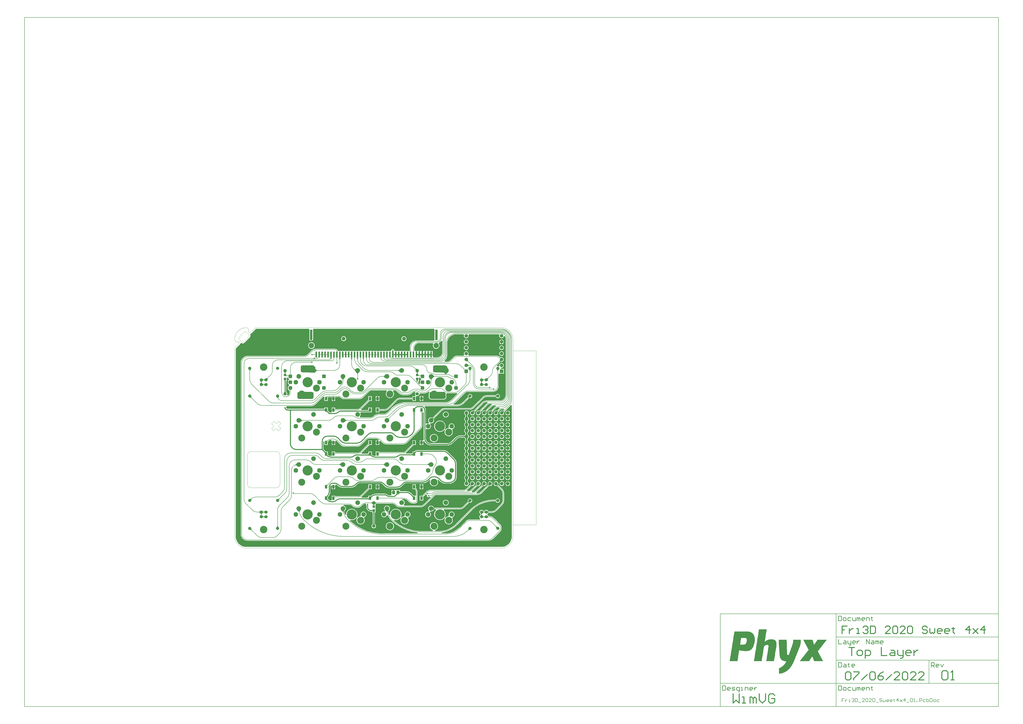
<source format=gtl>
G04*
G04 #@! TF.GenerationSoftware,Altium Limited,Altium Designer,22.6.0 (29)*
G04*
G04 Layer_Physical_Order=1*
G04 Layer_Color=3394611*
%FSLAX25Y25*%
%MOIN*%
G70*
G04*
G04 #@! TF.SameCoordinates,49C09CC0-90A6-4759-90E3-BA1AF69BA4C5*
G04*
G04*
G04 #@! TF.FilePolarity,Positive*
G04*
G01*
G75*
%ADD11C,0.00591*%
%ADD12C,0.00787*%
%ADD13C,0.01968*%
%ADD14C,0.00394*%
%ADD16C,0.00984*%
%ADD17C,0.01575*%
%ADD21R,0.03937X0.04331*%
%ADD22R,0.03937X0.05906*%
%ADD23R,0.03150X0.09843*%
%ADD24R,0.05118X0.05906*%
%ADD30C,0.05906*%
%ADD34R,0.06299X0.06299*%
%ADD35C,0.06299*%
%ADD45C,0.07900*%
%ADD46C,0.09843*%
%ADD48C,0.05512*%
%ADD49C,0.11811*%
%ADD50C,0.07700*%
%ADD51C,0.17200*%
%ADD52R,0.05906X0.05906*%
%ADD53C,0.09055*%
G04:AMPARAMS|DCode=54|XSize=43.31mil|YSize=177.17mil|CornerRadius=10.83mil|HoleSize=0mil|Usage=FLASHONLY|Rotation=0.000|XOffset=0mil|YOffset=0mil|HoleType=Round|Shape=RoundedRectangle|*
%AMROUNDEDRECTD54*
21,1,0.04331,0.15551,0,0,0.0*
21,1,0.02165,0.17717,0,0,0.0*
1,1,0.02165,0.01083,-0.07776*
1,1,0.02165,-0.01083,-0.07776*
1,1,0.02165,-0.01083,0.07776*
1,1,0.02165,0.01083,0.07776*
%
%ADD54ROUNDEDRECTD54*%
G04:AMPARAMS|DCode=55|XSize=118.11mil|YSize=275.59mil|CornerRadius=29.53mil|HoleSize=0mil|Usage=FLASHONLY|Rotation=270.000|XOffset=0mil|YOffset=0mil|HoleType=Round|Shape=RoundedRectangle|*
%AMROUNDEDRECTD55*
21,1,0.11811,0.21654,0,0,270.0*
21,1,0.05906,0.27559,0,0,270.0*
1,1,0.05906,-0.10827,-0.02953*
1,1,0.05906,-0.10827,0.02953*
1,1,0.05906,0.10827,0.02953*
1,1,0.05906,0.10827,-0.02953*
%
%ADD55ROUNDEDRECTD55*%
%ADD56R,0.09843X0.09843*%
%ADD57C,0.05315*%
G04:AMPARAMS|DCode=58|XSize=62.99mil|YSize=62.99mil|CornerRadius=15.75mil|HoleSize=0mil|Usage=FLASHONLY|Rotation=270.000|XOffset=0mil|YOffset=0mil|HoleType=Round|Shape=RoundedRectangle|*
%AMROUNDEDRECTD58*
21,1,0.06299,0.03150,0,0,270.0*
21,1,0.03150,0.06299,0,0,270.0*
1,1,0.03150,-0.01575,-0.01575*
1,1,0.03150,-0.01575,0.01575*
1,1,0.03150,0.01575,0.01575*
1,1,0.03150,0.01575,-0.01575*
%
%ADD58ROUNDEDRECTD58*%
G04:AMPARAMS|DCode=59|XSize=118.11mil|YSize=236.22mil|CornerRadius=29.53mil|HoleSize=0mil|Usage=FLASHONLY|Rotation=90.000|XOffset=0mil|YOffset=0mil|HoleType=Round|Shape=RoundedRectangle|*
%AMROUNDEDRECTD59*
21,1,0.11811,0.17717,0,0,90.0*
21,1,0.05906,0.23622,0,0,90.0*
1,1,0.05906,0.08858,0.02953*
1,1,0.05906,0.08858,-0.02953*
1,1,0.05906,-0.08858,-0.02953*
1,1,0.05906,-0.08858,0.02953*
%
%ADD59ROUNDEDRECTD59*%
%ADD60C,0.12598*%
%ADD61C,0.02362*%
G36*
X339491Y370434D02*
X339490Y370432D01*
X339330Y369626D01*
Y354075D01*
X339411Y353667D01*
X338739Y352471D01*
X338382Y352092D01*
X308720D01*
Y352102D01*
X306950Y351962D01*
X305224Y351548D01*
X303584Y350869D01*
X302070Y349941D01*
X300720Y348788D01*
X299567Y347438D01*
X298639Y345924D01*
X297960Y344284D01*
X297545Y342557D01*
X297406Y340787D01*
X297416D01*
Y334252D01*
X272069D01*
X270712Y335433D01*
X270544Y336278D01*
X270065Y336994D01*
X269349Y337473D01*
X268504Y337641D01*
X267659Y337473D01*
X266943Y336994D01*
X266464Y336278D01*
X266296Y335433D01*
X264939Y334252D01*
X174933D01*
X174808Y335203D01*
X174441Y336088D01*
X173857Y336849D01*
X173096Y337433D01*
X172211Y337800D01*
X171260Y337925D01*
Y337919D01*
X138000D01*
Y337929D01*
X136230Y337789D01*
X134504Y337375D01*
X132864Y336695D01*
X131350Y335768D01*
X130000Y334615D01*
X130007Y334608D01*
X130007Y334608D01*
X123909Y328509D01*
X123881Y328468D01*
X122674Y327478D01*
X121254Y326718D01*
X119713Y326251D01*
X118159Y326098D01*
X118110Y326108D01*
X21811D01*
Y326117D01*
X20041Y325978D01*
X18315Y325564D01*
X16674Y324884D01*
X15161Y323957D01*
X13811Y322804D01*
X12657Y321454D01*
X11730Y319940D01*
X11050Y318300D01*
X10636Y316573D01*
X10497Y314803D01*
X10506D01*
Y23779D01*
X10497D01*
X10636Y22010D01*
X11050Y20283D01*
X11730Y18643D01*
X12657Y17129D01*
X13811Y15779D01*
X15161Y14626D01*
X16674Y13698D01*
X18315Y13019D01*
X20041Y12604D01*
X21811Y12465D01*
Y12475D01*
X430897D01*
Y12465D01*
X432667Y12604D01*
X434394Y13019D01*
X436034Y13698D01*
X437548Y14626D01*
X438898Y15779D01*
X438891Y15786D01*
X450529Y27424D01*
X450541Y27412D01*
X451625Y28733D01*
X452430Y30239D01*
X452926Y31874D01*
X453048Y33110D01*
X453093Y33574D01*
X453089Y34668D01*
D01*
X453044Y35128D01*
X452937Y36213D01*
X452487Y37698D01*
X451755Y39067D01*
X450770Y40266D01*
X450761Y40257D01*
X439973Y51045D01*
X439980Y51052D01*
X438630Y52205D01*
X437116Y53132D01*
X435476Y53812D01*
X433750Y54226D01*
X431980Y54366D01*
X431980Y54366D01*
X430533Y54675D01*
X430445Y54888D01*
X429861Y55648D01*
X429100Y56232D01*
X429094Y56235D01*
Y57939D01*
X429100Y57942D01*
X429861Y58526D01*
X430445Y59286D01*
X430628Y59729D01*
X430663Y59758D01*
X430747Y59819D01*
X436312D01*
Y59809D01*
X438082Y59948D01*
X439808Y60362D01*
X441448Y61042D01*
X442962Y61970D01*
X444312Y63123D01*
X444305Y63130D01*
X454096Y72920D01*
X454103Y72913D01*
X455256Y74263D01*
X456184Y75777D01*
X456863Y77417D01*
X457277Y79144D01*
X457417Y80914D01*
X457407D01*
Y92748D01*
X457417D01*
X457277Y94518D01*
X456863Y96244D01*
X456184Y97884D01*
X455256Y99398D01*
X454103Y100748D01*
X454096Y100741D01*
X454096Y100741D01*
X447406Y107431D01*
X447371Y107648D01*
X447359Y107834D01*
X447537Y108264D01*
X447672Y109291D01*
X447537Y110319D01*
X447140Y111277D01*
X446509Y112099D01*
X445686Y112730D01*
X444729Y113127D01*
X443701Y113262D01*
X442673Y113127D01*
X441715Y112730D01*
X440893Y112099D01*
X440262Y111277D01*
X439865Y110319D01*
X439730Y109291D01*
X439865Y108264D01*
X440262Y107306D01*
X440893Y106483D01*
X441715Y105852D01*
X442673Y105456D01*
X443701Y105320D01*
X444729Y105456D01*
X445166Y105637D01*
X445338Y105622D01*
X445561Y105586D01*
X452251Y98896D01*
X452299Y98864D01*
X453346Y97588D01*
X454152Y96082D01*
X454647Y94447D01*
X454809Y92805D01*
X454798Y92748D01*
Y80914D01*
X454809Y80857D01*
X454647Y79214D01*
X454152Y77580D01*
X453346Y76073D01*
X452299Y74798D01*
X452251Y74765D01*
X442460Y64974D01*
X442428Y64926D01*
X441152Y63879D01*
X439646Y63074D01*
X438011Y62578D01*
X436369Y62416D01*
X436312Y62428D01*
X430747D01*
X430668Y62484D01*
X430627Y62520D01*
X430445Y62960D01*
X429861Y63720D01*
X429100Y64304D01*
X428215Y64671D01*
X427264Y64796D01*
X426313Y64671D01*
X425427Y64304D01*
X424667Y63720D01*
X424083Y62960D01*
X424073Y62936D01*
X423578Y62785D01*
X422879Y62786D01*
X422383Y62936D01*
X422373Y62960D01*
X421789Y63720D01*
X421029Y64304D01*
X420143Y64671D01*
X419192Y64796D01*
X418241Y64671D01*
X417355Y64304D01*
X416595Y63720D01*
X416011Y62960D01*
X415644Y62074D01*
X415519Y61123D01*
X415644Y60172D01*
X416011Y59286D01*
X416595Y58526D01*
X417355Y57942D01*
X417379Y57932D01*
X417530Y57437D01*
X417529Y56738D01*
X417379Y56242D01*
X417355Y56232D01*
X416595Y55648D01*
X416011Y54888D01*
X415644Y54002D01*
X415519Y53051D01*
X415644Y52100D01*
X416011Y51215D01*
X416595Y50454D01*
X417025Y50124D01*
X416698Y48690D01*
X416619Y48549D01*
X399811D01*
Y48559D01*
X398042Y48419D01*
X396315Y48005D01*
X394675Y47325D01*
X393161Y46398D01*
X391811Y45245D01*
X391818Y45238D01*
X381435Y34855D01*
X381399Y34801D01*
X378981Y32609D01*
X376307Y30626D01*
X373453Y28915D01*
X370444Y27492D01*
X367311Y26371D01*
X364082Y25562D01*
X360790Y25074D01*
X357530Y24914D01*
X357466Y24927D01*
X351559D01*
X351456Y26501D01*
X354407Y26890D01*
X358059Y27700D01*
X361625Y28824D01*
X365080Y30255D01*
X368398Y31982D01*
X371552Y33992D01*
X374519Y36268D01*
X377276Y38795D01*
X377265Y38806D01*
X402556Y64097D01*
X402613Y64183D01*
X405880Y67176D01*
X409476Y69935D01*
X413298Y72370D01*
X417318Y74463D01*
X421505Y76197D01*
X425828Y77560D01*
X430252Y78541D01*
X434746Y79132D01*
X437717Y79262D01*
X439273Y79306D01*
Y79306D01*
X443267D01*
X443347Y79249D01*
X443388Y79213D01*
X443570Y78774D01*
X444154Y78013D01*
X444914Y77429D01*
X445800Y77062D01*
X446751Y76937D01*
X447702Y77062D01*
X448588Y77429D01*
X449348Y78013D01*
X449932Y78774D01*
X450299Y79660D01*
X450424Y80610D01*
X450299Y81561D01*
X449932Y82447D01*
X449348Y83208D01*
X448588Y83791D01*
X447702Y84158D01*
X446751Y84283D01*
X445800Y84158D01*
X444914Y83791D01*
X444154Y83208D01*
X443570Y82447D01*
X443387Y82004D01*
X443352Y81975D01*
X443267Y81915D01*
X440841D01*
X439273Y81932D01*
X439273Y81932D01*
X437724Y81871D01*
X434993Y81764D01*
X430739Y81260D01*
X426538Y80424D01*
X422416Y79262D01*
X418397Y77779D01*
X414507Y75986D01*
X410770Y73893D01*
X407208Y71513D01*
X403844Y68861D01*
X400699Y65954D01*
X400711Y65942D01*
X400711Y65942D01*
X375420Y40651D01*
X375366Y40570D01*
X372509Y37980D01*
X369335Y35626D01*
X365945Y33595D01*
X362373Y31905D01*
X358652Y30574D01*
X354819Y29614D01*
X350910Y29034D01*
X347058Y28845D01*
X346963Y28864D01*
X340477D01*
X340244Y30439D01*
X341075Y30691D01*
X342271Y31330D01*
X343321Y32191D01*
X344182Y33240D01*
X344821Y34437D01*
X345215Y35736D01*
X345348Y37087D01*
X345215Y38437D01*
X344821Y39736D01*
X344182Y40933D01*
X343321Y41982D01*
X342271Y42843D01*
X341075Y43483D01*
X339776Y43877D01*
X338425Y44010D01*
X337075Y43877D01*
X335776Y43483D01*
X334579Y42843D01*
X333530Y41982D01*
X332669Y40933D01*
X332029Y39736D01*
X331635Y38437D01*
X331502Y37087D01*
X331635Y35736D01*
X332029Y34437D01*
X332669Y33240D01*
X333530Y32191D01*
X334579Y31330D01*
X335776Y30691D01*
X336607Y30439D01*
X336373Y28864D01*
X316493D01*
X316411Y28848D01*
X311574Y29020D01*
X306680Y29546D01*
X301837Y30420D01*
X297068Y31637D01*
X292398Y33192D01*
X287851Y35075D01*
X283450Y37278D01*
X279217Y39790D01*
X275175Y42597D01*
X271342Y45685D01*
X270654Y46326D01*
X271460Y47727D01*
X271743Y47641D01*
X273622Y47456D01*
X275501Y47641D01*
X277308Y48189D01*
X278973Y49079D01*
X280432Y50277D01*
X280994Y50962D01*
X281285Y51316D01*
X282601Y50437D01*
X282226Y49736D01*
X281832Y48437D01*
X281699Y47087D01*
X281832Y45736D01*
X282226Y44437D01*
X282866Y43240D01*
X283727Y42191D01*
X284776Y41330D01*
X285973Y40690D01*
X287271Y40297D01*
X288622Y40163D01*
X289973Y40297D01*
X291271Y40690D01*
X292468Y41330D01*
X293517Y42191D01*
X294378Y43240D01*
X295018Y44437D01*
X295412Y45736D01*
X295545Y47087D01*
X295412Y48437D01*
X295018Y49736D01*
X294484Y50736D01*
X294682Y51550D01*
X295143Y52484D01*
X296060Y52864D01*
X297070Y53639D01*
X297845Y54649D01*
X298332Y55825D01*
X298498Y57087D01*
X298332Y58349D01*
X297845Y59525D01*
X297070Y60534D01*
X296060Y61309D01*
X294884Y61796D01*
X293622Y61963D01*
X292360Y61796D01*
X291184Y61309D01*
X290174Y60534D01*
X289399Y59525D01*
X288912Y58349D01*
X288746Y57087D01*
X288912Y55825D01*
X289025Y55553D01*
X288920Y55152D01*
X288038Y53952D01*
X287271Y53877D01*
X285973Y53483D01*
X284776Y52843D01*
X283727Y51982D01*
X283210Y51353D01*
X281895Y52232D01*
X282110Y52635D01*
X282520Y53401D01*
X283068Y55208D01*
X283253Y57087D01*
X283068Y58965D01*
X282520Y60772D01*
X281630Y62437D01*
X280432Y63897D01*
X278973Y65094D01*
X277308Y65984D01*
X275501Y66532D01*
X273622Y66717D01*
X271743Y66532D01*
X269937Y65984D01*
X268272Y65094D01*
X266812Y63897D01*
X265615Y62437D01*
X264724Y60772D01*
X264177Y58965D01*
X263991Y57087D01*
X264040Y56595D01*
X262505Y56117D01*
X262355Y56388D01*
X261297Y58943D01*
X260531Y61600D01*
X260492Y61829D01*
X260588Y62031D01*
X260782Y62369D01*
X261024Y62738D01*
X261027Y62742D01*
X261110Y62777D01*
X262141Y63568D01*
X262932Y64598D01*
X263429Y65798D01*
X263599Y67087D01*
X263429Y68375D01*
X262932Y69575D01*
X262141Y70606D01*
X261110Y71397D01*
X259910Y71894D01*
X258622Y72063D01*
X257334Y71894D01*
X256134Y71397D01*
X255103Y70606D01*
X254312Y69575D01*
X253815Y68375D01*
X253645Y67087D01*
X253815Y65798D01*
X254312Y64598D01*
X255103Y63568D01*
X255548Y63226D01*
X254884Y61796D01*
X253622Y61963D01*
X252360Y61796D01*
X251184Y61309D01*
X250174Y60534D01*
X249399Y59525D01*
X248912Y58349D01*
X248746Y57087D01*
X248912Y55825D01*
X249399Y54649D01*
X250174Y53639D01*
X251184Y52864D01*
X252360Y52377D01*
X253622Y52211D01*
X254884Y52377D01*
X256060Y52864D01*
X257070Y53639D01*
X257845Y54649D01*
X258196Y55496D01*
X259244Y55676D01*
X259868Y55575D01*
X260000Y55254D01*
X261479Y52578D01*
X263249Y50084D01*
X264822Y48323D01*
X265287Y47804D01*
X265287Y47804D01*
X265894Y47192D01*
X265894Y47192D01*
X269633Y43712D01*
X273610Y40507D01*
X277806Y37593D01*
X282199Y34987D01*
X286767Y32700D01*
X291486Y30746D01*
X296333Y29133D01*
X301282Y27869D01*
X306309Y26962D01*
X310595Y26501D01*
X310511Y24927D01*
X250763D01*
X250683Y24911D01*
X245461Y25082D01*
X240182Y25602D01*
X234949Y26466D01*
X229783Y27670D01*
X224707Y29210D01*
X219742Y31079D01*
X214910Y33268D01*
X210232Y35768D01*
X205728Y38570D01*
X201416Y41659D01*
X197315Y45024D01*
X195962Y46292D01*
X196770Y47692D01*
X196940Y47641D01*
X198819Y47456D01*
X200698Y47641D01*
X202504Y48189D01*
X204169Y49079D01*
X205629Y50277D01*
X206191Y50962D01*
X206482Y51316D01*
X207797Y50437D01*
X207423Y49736D01*
X207029Y48437D01*
X206896Y47087D01*
X207029Y45736D01*
X207423Y44437D01*
X208063Y43240D01*
X208924Y42191D01*
X209973Y41330D01*
X211170Y40690D01*
X212468Y40297D01*
X213819Y40163D01*
X215170Y40297D01*
X216468Y40690D01*
X217665Y41330D01*
X218714Y42191D01*
X219575Y43240D01*
X220215Y44437D01*
X220609Y45736D01*
X220742Y47087D01*
X220609Y48437D01*
X220215Y49736D01*
X219681Y50736D01*
X219879Y51550D01*
X220340Y52484D01*
X221257Y52864D01*
X222267Y53639D01*
X223042Y54649D01*
X223529Y55825D01*
X223695Y57087D01*
X223529Y58349D01*
X223042Y59525D01*
X222267Y60534D01*
X221257Y61309D01*
X220081Y61796D01*
X218819Y61963D01*
X217557Y61796D01*
X216381Y61309D01*
X215371Y60534D01*
X214596Y59525D01*
X214109Y58349D01*
X213943Y57087D01*
X214109Y55825D01*
X214222Y55553D01*
X214117Y55152D01*
X213235Y53952D01*
X212468Y53877D01*
X211170Y53483D01*
X209973Y52843D01*
X208924Y51982D01*
X208407Y51353D01*
X207092Y52232D01*
X207307Y52635D01*
X207716Y53401D01*
X208264Y55208D01*
X208450Y57087D01*
X208264Y58965D01*
X207716Y60772D01*
X206826Y62437D01*
X205629Y63897D01*
X204169Y65094D01*
X202504Y65984D01*
X200698Y66532D01*
X198819Y66717D01*
X196940Y66532D01*
X195133Y65984D01*
X193468Y65094D01*
X192009Y63897D01*
X190811Y62437D01*
X189921Y60772D01*
X189373Y58965D01*
X189188Y57087D01*
X189228Y56684D01*
X187693Y56206D01*
X187524Y56512D01*
X186478Y59037D01*
X185721Y61663D01*
X185693Y61828D01*
X185791Y62033D01*
X185984Y62372D01*
X186225Y62741D01*
X186227Y62744D01*
X186307Y62777D01*
X187338Y63568D01*
X188129Y64598D01*
X188626Y65798D01*
X188796Y67087D01*
X188626Y68375D01*
X188129Y69575D01*
X187338Y70606D01*
X186307Y71397D01*
X185107Y71894D01*
X184880Y71924D01*
X184983Y73499D01*
X194693D01*
X194724Y73505D01*
X196079Y73371D01*
X197412Y72967D01*
X198522Y72374D01*
X199695Y71405D01*
X199695Y71405D01*
X201169Y70195D01*
X202851Y69296D01*
X204676Y68742D01*
X206574Y68555D01*
Y68577D01*
X209054D01*
Y68563D01*
X210671Y68722D01*
X212226Y69193D01*
X213659Y69959D01*
X214915Y70990D01*
X214905Y71001D01*
X216824Y72920D01*
X216857Y72969D01*
X218133Y74016D01*
X219639Y74821D01*
X221273Y75317D01*
X222141Y75402D01*
X223335Y74113D01*
X223361Y74016D01*
X223529Y73171D01*
X223763Y72822D01*
Y69524D01*
X223760D01*
X223909Y68012D01*
X224350Y66558D01*
X225066Y65218D01*
X226030Y64044D01*
X227204Y63080D01*
X228544Y62364D01*
X229998Y61923D01*
X231510Y61774D01*
Y61777D01*
X233267D01*
Y60433D01*
X234414D01*
Y40701D01*
X234334Y40669D01*
X233553Y40069D01*
X232954Y39288D01*
X232577Y38378D01*
X232448Y37402D01*
X232577Y36425D01*
X232954Y35515D01*
X233553Y34734D01*
X234334Y34135D01*
X235244Y33758D01*
X236221Y33629D01*
X237197Y33758D01*
X238107Y34135D01*
X238888Y34734D01*
X239488Y35515D01*
X239864Y36425D01*
X239993Y37402D01*
X239864Y38378D01*
X239488Y39288D01*
X238888Y40069D01*
X238107Y40669D01*
X238026Y40702D01*
Y60433D01*
X239173D01*
Y66733D01*
X239173D01*
Y67126D01*
X239173D01*
Y73426D01*
X239173Y73426D01*
X239478Y74874D01*
X239488Y74885D01*
X239670Y75327D01*
X239737Y75383D01*
X239855Y75467D01*
X266865D01*
X266922Y75478D01*
X268565Y75317D01*
X270199Y74821D01*
X271705Y74016D01*
X272915Y73023D01*
X273009Y72927D01*
X273013Y72920D01*
X274016Y71899D01*
X274016Y71899D01*
X275230Y70903D01*
X276620Y70160D01*
X278128Y69702D01*
X279696Y69548D01*
Y69561D01*
X315402D01*
Y69552D01*
X317172Y69691D01*
X318898Y70105D01*
X320539Y70785D01*
X322053Y71713D01*
X323403Y72866D01*
X323396Y72873D01*
X338207Y87684D01*
X338239Y87732D01*
X339515Y88779D01*
X341021Y89585D01*
X342656Y90080D01*
X344298Y90242D01*
X344356Y90231D01*
X349410D01*
X394685Y90231D01*
X411803D01*
Y90221D01*
X413573Y90360D01*
X415299Y90775D01*
X416939Y91454D01*
X418453Y92382D01*
X419803Y93535D01*
X419796Y93542D01*
X431841Y105586D01*
X432058Y105621D01*
X432244Y105633D01*
X432673Y105456D01*
X433701Y105320D01*
X434729Y105456D01*
X435686Y105852D01*
X436509Y106483D01*
X437140Y107306D01*
X437536Y108264D01*
X437672Y109291D01*
X437536Y110319D01*
X437140Y111277D01*
X436509Y112099D01*
X435686Y112730D01*
X434729Y113127D01*
X433701Y113262D01*
X432673Y113127D01*
X431715Y112730D01*
X430893Y112099D01*
X430262Y111277D01*
X429865Y110319D01*
X429730Y109291D01*
X429865Y108264D01*
X430046Y107826D01*
X430031Y107654D01*
X429996Y107431D01*
X417951Y95387D01*
X417919Y95338D01*
X416643Y94291D01*
X415137Y93486D01*
X413503Y92990D01*
X411860Y92829D01*
X411803Y92840D01*
X411136D01*
X410495Y94218D01*
X410497Y94415D01*
X411772Y95503D01*
X411765Y95510D01*
X421841Y105586D01*
X422058Y105621D01*
X422244Y105633D01*
X422673Y105456D01*
X423701Y105320D01*
X424729Y105456D01*
X425686Y105852D01*
X426509Y106483D01*
X427140Y107306D01*
X427536Y108264D01*
X427672Y109291D01*
X427536Y110319D01*
X427140Y111277D01*
X426509Y112099D01*
X425686Y112730D01*
X424729Y113127D01*
X423701Y113262D01*
X422673Y113127D01*
X421715Y112730D01*
X420893Y112099D01*
X420262Y111277D01*
X419865Y110319D01*
X419730Y109291D01*
X419865Y108264D01*
X420046Y107826D01*
X420031Y107654D01*
X419996Y107431D01*
X409920Y97355D01*
X409887Y97307D01*
X408612Y96260D01*
X407105Y95455D01*
X405471Y94959D01*
X403828Y94797D01*
X403771Y94809D01*
X403104D01*
X402464Y96186D01*
X402466Y96383D01*
X403740Y97472D01*
X403733Y97479D01*
X411841Y105586D01*
X412058Y105621D01*
X412244Y105633D01*
X412673Y105456D01*
X413701Y105320D01*
X414729Y105456D01*
X415686Y105852D01*
X416509Y106483D01*
X417140Y107306D01*
X417536Y108264D01*
X417672Y109291D01*
X417536Y110319D01*
X417140Y111277D01*
X416509Y112099D01*
X415686Y112730D01*
X414729Y113127D01*
X413701Y113262D01*
X412673Y113127D01*
X411715Y112730D01*
X410893Y112099D01*
X410262Y111277D01*
X409865Y110319D01*
X409730Y109291D01*
X409865Y108264D01*
X410046Y107826D01*
X410031Y107654D01*
X409996Y107431D01*
X401888Y99324D01*
X401856Y99275D01*
X400580Y98228D01*
X399074Y97423D01*
X397440Y96927D01*
X395797Y96766D01*
X395740Y96777D01*
X395073D01*
X394432Y98155D01*
X394434Y98352D01*
X395709Y99440D01*
X395702Y99447D01*
X401841Y105586D01*
X402058Y105621D01*
X402244Y105633D01*
X402673Y105456D01*
X403701Y105320D01*
X404729Y105456D01*
X405686Y105852D01*
X406509Y106483D01*
X407140Y107306D01*
X407537Y108264D01*
X407672Y109291D01*
X407537Y110319D01*
X407140Y111277D01*
X406509Y112099D01*
X405686Y112730D01*
X404729Y113127D01*
X403701Y113262D01*
X402673Y113127D01*
X401715Y112730D01*
X400893Y112099D01*
X400262Y111277D01*
X399865Y110319D01*
X399730Y109291D01*
X399865Y108264D01*
X400046Y107826D01*
X400031Y107654D01*
X399996Y107431D01*
X393857Y101292D01*
X393824Y101244D01*
X392549Y100197D01*
X391042Y99392D01*
X389408Y98896D01*
X387766Y98734D01*
X387708Y98746D01*
X332882D01*
Y98755D01*
X331112Y98616D01*
X329386Y98202D01*
X327746Y97522D01*
X326232Y96595D01*
X324882Y95441D01*
X324889Y95434D01*
X318234Y88779D01*
X314370D01*
Y80905D01*
X320276D01*
Y87131D01*
X324202Y91058D01*
X325210Y90959D01*
X325927Y90480D01*
X326666Y89475D01*
X326589Y88865D01*
X326532Y88583D01*
X326700Y87738D01*
X327179Y87022D01*
X327895Y86543D01*
X328740Y86375D01*
X329585Y86543D01*
X330301Y87022D01*
X330429Y87213D01*
X331933Y87160D01*
X332536Y85703D01*
X321551Y74718D01*
X321518Y74669D01*
X320242Y73622D01*
X318736Y72817D01*
X317102Y72321D01*
X315459Y72159D01*
X315402Y72171D01*
X287908D01*
X287440Y73022D01*
X287278Y73746D01*
X287932Y74598D01*
X288429Y75798D01*
X288599Y77087D01*
X288429Y78375D01*
X287932Y79575D01*
X287141Y80606D01*
X286110Y81397D01*
X284910Y81894D01*
X284384Y81963D01*
X284487Y83538D01*
X287000D01*
X287057Y83549D01*
X288699Y83388D01*
X290334Y82892D01*
X291840Y82087D01*
X293116Y81040D01*
X293148Y80991D01*
X295361Y78778D01*
X295354Y78771D01*
X296704Y77618D01*
X298218Y76690D01*
X299858Y76011D01*
X301585Y75597D01*
X303355Y75457D01*
Y75467D01*
X305695D01*
Y75452D01*
X306906Y75612D01*
X307165Y75719D01*
X308035Y76079D01*
X309004Y76823D01*
X309748Y77792D01*
X310108Y78662D01*
X310215Y78921D01*
X310375Y80132D01*
X310360D01*
Y95363D01*
X310377D01*
X310209Y97063D01*
X309713Y98698D01*
X308908Y100204D01*
X307824Y101525D01*
X307677Y103039D01*
Y108071D01*
X301772D01*
Y100197D01*
X305438D01*
X305967Y99668D01*
X305969Y99667D01*
X305969Y99666D01*
X305981Y99658D01*
X306728Y98748D01*
X307291Y97694D01*
X307638Y96552D01*
X307753Y95378D01*
X307751Y95363D01*
Y90324D01*
X307677Y88779D01*
X304057D01*
X299879Y92957D01*
X299879Y92958D01*
X298519Y94119D01*
X296995Y95053D01*
X295343Y95737D01*
X293604Y96155D01*
X291822Y96295D01*
Y96295D01*
X280906D01*
Y98425D01*
X275009D01*
X273441Y98441D01*
X273441Y98441D01*
Y98441D01*
X270382D01*
Y94488D01*
X269882D01*
Y93988D01*
X266323D01*
Y90535D01*
X265251Y89405D01*
X261930D01*
X261893Y89397D01*
X261090Y89503D01*
X260899Y89582D01*
X259643Y90352D01*
X259641Y90354D01*
X259640Y90355D01*
X259640Y90355D01*
X259638Y90356D01*
X258605Y91202D01*
X258454Y91283D01*
X257421Y91835D01*
X256137Y92224D01*
X254819Y92354D01*
X254802Y92357D01*
X239772D01*
Y92359D01*
X237925Y92214D01*
X236123Y91781D01*
X234411Y91072D01*
X232832Y90104D01*
X231422Y88901D01*
X229898Y88779D01*
X226969D01*
Y87082D01*
X225571Y85869D01*
X224726Y85701D01*
X224377Y85468D01*
X215605D01*
X215160Y87043D01*
X215843Y87461D01*
X217193Y88614D01*
X217186Y88621D01*
X228762Y100197D01*
X232874D01*
Y108071D01*
X226969D01*
Y102093D01*
X215341Y90466D01*
X215308Y90417D01*
X214033Y89370D01*
X212526Y88565D01*
X210892Y88069D01*
X209249Y87907D01*
X209192Y87919D01*
X170669D01*
Y88779D01*
X164764D01*
Y81667D01*
X163323Y80582D01*
X162588Y80655D01*
X161378Y81022D01*
X160263Y81618D01*
X159328Y82385D01*
X159298Y82429D01*
X159298Y82430D01*
X159297Y82431D01*
X158071Y83657D01*
Y86383D01*
X159053Y87365D01*
X159055Y87367D01*
X159057Y87369D01*
X159065Y87381D01*
X160161Y88664D01*
X161053Y90119D01*
X161706Y91697D01*
X162104Y93356D01*
X162238Y95048D01*
X162239Y95058D01*
Y103515D01*
X162223Y103597D01*
X162381Y104794D01*
X162874Y105986D01*
X163173Y106375D01*
X164748Y105841D01*
Y104634D01*
X167717D01*
X170685D01*
Y106652D01*
X172231Y107829D01*
X173652Y107069D01*
X173764Y106977D01*
X174926Y105981D01*
X174926Y105981D01*
X176335Y104778D01*
X177915Y103810D01*
X179627Y103101D01*
X181429Y102668D01*
X183276Y102523D01*
Y102524D01*
X197629D01*
Y102523D01*
X199477Y102668D01*
X201278Y103101D01*
X202990Y103810D01*
X204570Y104778D01*
X205979Y105981D01*
X205978Y105982D01*
X207994Y107999D01*
X208040Y108068D01*
X209222Y109038D01*
X210643Y109797D01*
X212185Y110265D01*
X213706Y110415D01*
X213788Y110398D01*
X245858D01*
X245939Y110415D01*
X247461Y110265D01*
X249003Y109797D01*
X250424Y109038D01*
X251605Y108068D01*
X251652Y107999D01*
X254652Y104998D01*
X254651Y104997D01*
X256060Y103794D01*
X257640Y102825D01*
X259351Y102116D01*
X261153Y101684D01*
X263000Y101538D01*
Y101540D01*
X275385D01*
Y101538D01*
X277233Y101684D01*
X279034Y102116D01*
X280746Y102825D01*
X282326Y103794D01*
X283735Y104997D01*
X283734Y104998D01*
X286734Y107999D01*
X286780Y108068D01*
X287962Y109038D01*
X289383Y109797D01*
X290925Y110265D01*
X292446Y110415D01*
X292528Y110398D01*
X320661D01*
Y110397D01*
X322508Y110542D01*
X324310Y110975D01*
X326022Y111684D01*
X327602Y112652D01*
X329011Y113855D01*
X329009Y113856D01*
X330876Y115724D01*
X332155Y114775D01*
X332029Y114539D01*
X331635Y113240D01*
X331502Y111890D01*
X331635Y110539D01*
X332029Y109240D01*
X332669Y108044D01*
X333530Y106994D01*
X334579Y106133D01*
X335776Y105494D01*
X337075Y105100D01*
X338425Y104967D01*
X339776Y105100D01*
X341075Y105494D01*
X342271Y106133D01*
X343321Y106994D01*
X344182Y108044D01*
X344821Y109240D01*
X345215Y110539D01*
X345348Y111890D01*
X345215Y113240D01*
X344821Y114539D01*
X344334Y115452D01*
X345612Y116400D01*
X349140Y112872D01*
X349139Y112871D01*
X350548Y111668D01*
X352128Y110699D01*
X353840Y109990D01*
X355641Y109558D01*
X357489Y109412D01*
Y109414D01*
X364952D01*
Y109412D01*
X366799Y109558D01*
X368601Y109990D01*
X370313Y110699D01*
X371893Y111668D01*
X373031Y112639D01*
X373302Y112871D01*
X374159Y113718D01*
X374159Y113718D01*
X374387Y113996D01*
X375287Y115092D01*
X376125Y116660D01*
X376641Y118361D01*
X376815Y120131D01*
X376806D01*
Y143496D01*
X376808D01*
X376663Y145343D01*
X376230Y147144D01*
X375521Y148856D01*
X374553Y150436D01*
X373349Y151845D01*
X373348Y151844D01*
X362474Y162718D01*
X362475Y162720D01*
X361066Y163923D01*
X359486Y164891D01*
X357774Y165600D01*
X355973Y166033D01*
X354126Y166178D01*
Y166176D01*
X310437D01*
Y166178D01*
X308970Y166033D01*
X308927Y166020D01*
X307559Y165605D01*
X306298Y164932D01*
X306259Y164910D01*
X305121Y163976D01*
X305119Y163975D01*
X303707Y163583D01*
X301772D01*
Y160271D01*
X291279D01*
X290627Y161846D01*
X303781Y175000D01*
X307677D01*
Y182874D01*
X301772D01*
Y176680D01*
X287813Y162722D01*
X245472D01*
Y163583D01*
X239567D01*
Y156334D01*
X237314D01*
X237215Y156314D01*
X235860Y156493D01*
X234505Y157054D01*
X233420Y157886D01*
X233364Y157970D01*
X232874Y158460D01*
Y163583D01*
X226969D01*
Y159952D01*
X215726D01*
X215406Y160460D01*
X215181Y161527D01*
X216242Y162433D01*
X216235Y162440D01*
X228796Y175000D01*
X232874D01*
Y182874D01*
X226969D01*
Y176863D01*
X214390Y164285D01*
X214358Y164236D01*
X213082Y163189D01*
X211576Y162384D01*
X209941Y161888D01*
X208299Y161726D01*
X208242Y161738D01*
X170669D01*
Y163583D01*
X164764D01*
Y156334D01*
X162511D01*
X162412Y156314D01*
X161057Y156493D01*
X159702Y157054D01*
X158617Y157886D01*
X158561Y157970D01*
X158071Y158460D01*
Y163583D01*
X154917D01*
X150428Y168071D01*
Y180897D01*
X150412Y180979D01*
X150417Y181028D01*
X150591Y181164D01*
X152165Y180398D01*
Y175000D01*
X158071D01*
Y180761D01*
X158498Y181188D01*
X158530Y181237D01*
X159806Y182283D01*
X161312Y183089D01*
X162947Y183584D01*
X163483Y183637D01*
X164748Y182181D01*
Y179437D01*
X167717D01*
X170685D01*
Y181412D01*
X172192Y182342D01*
X172260Y182349D01*
X173439Y181382D01*
X173466Y181340D01*
X179572Y175235D01*
X179565Y175228D01*
X180915Y174075D01*
X182429Y173147D01*
X184069Y172468D01*
X185795Y172053D01*
X187565Y171914D01*
Y171924D01*
X207004D01*
Y171914D01*
X208774Y172053D01*
X210500Y172468D01*
X212140Y173147D01*
X213654Y174075D01*
X215004Y175228D01*
X214997Y175235D01*
X222919Y183157D01*
X222951Y183205D01*
X224227Y184252D01*
X225733Y185057D01*
X227368Y185553D01*
X229010Y185715D01*
X229067Y185703D01*
X239952D01*
X240010Y185715D01*
X241652Y185553D01*
X243286Y185057D01*
X244395Y184465D01*
X244022Y182976D01*
X243970Y182890D01*
X243020D01*
Y179437D01*
X245488D01*
Y181542D01*
X247063Y182194D01*
X250086Y179172D01*
X250079Y179165D01*
X251429Y178012D01*
X252942Y177084D01*
X254583Y176405D01*
X256309Y175990D01*
X258079Y175851D01*
Y175861D01*
X285228D01*
Y175851D01*
X286998Y175990D01*
X288724Y176405D01*
X290365Y177084D01*
X291878Y178012D01*
X293228Y179165D01*
X293221Y179172D01*
X315316Y201267D01*
X315323Y201260D01*
X316476Y202610D01*
X317404Y204124D01*
X318084Y205764D01*
X318498Y207490D01*
X318637Y209260D01*
X318627D01*
Y230512D01*
X320276D01*
X321028Y229249D01*
Y186181D01*
X321027D01*
X321170Y184364D01*
X320227Y183180D01*
X319622Y182890D01*
X319622Y182890D01*
X317823D01*
Y179437D01*
X320291D01*
Y181477D01*
X320291Y181486D01*
X320291Y181486D01*
X320291Y181587D01*
X320952Y181719D01*
X322234Y181012D01*
X322314Y180820D01*
X323282Y179241D01*
X324485Y177831D01*
X325894Y176628D01*
X327474Y175660D01*
X329186Y174951D01*
X330988Y174518D01*
X332835Y174373D01*
Y174375D01*
X361674D01*
Y174373D01*
X363521Y174518D01*
X365323Y174951D01*
X367035Y175660D01*
X368614Y176628D01*
X370023Y177831D01*
X370022Y177833D01*
X377274Y185085D01*
X377321Y185154D01*
X378503Y186124D01*
X379924Y186884D01*
X381465Y187351D01*
X382987Y187501D01*
X383068Y187485D01*
X390188D01*
X390262Y187306D01*
X390893Y186483D01*
X391694Y185869D01*
Y182714D01*
X390893Y182099D01*
X390262Y181277D01*
X389865Y180319D01*
X389730Y179291D01*
X389865Y178264D01*
X390262Y177306D01*
X390893Y176483D01*
X391694Y175869D01*
Y172714D01*
X390893Y172099D01*
X390262Y171277D01*
X389865Y170319D01*
X389730Y169291D01*
X389865Y168264D01*
X390262Y167306D01*
X390893Y166483D01*
X391694Y165869D01*
Y162714D01*
X390893Y162099D01*
X390262Y161277D01*
X389865Y160319D01*
X389730Y159291D01*
X389865Y158264D01*
X390262Y157306D01*
X390893Y156483D01*
X391694Y155869D01*
Y152714D01*
X390893Y152099D01*
X390262Y151277D01*
X389865Y150319D01*
X389730Y149291D01*
X389865Y148264D01*
X390262Y147306D01*
X390893Y146483D01*
X391694Y145869D01*
Y142714D01*
X390893Y142099D01*
X390262Y141277D01*
X389865Y140319D01*
X389730Y139291D01*
X389865Y138264D01*
X390262Y137306D01*
X390893Y136483D01*
X391694Y135869D01*
Y132714D01*
X390893Y132099D01*
X390262Y131277D01*
X389865Y130319D01*
X389730Y129291D01*
X389865Y128264D01*
X390262Y127306D01*
X390893Y126483D01*
X391694Y125869D01*
Y122714D01*
X390893Y122099D01*
X390262Y121277D01*
X389865Y120319D01*
X389730Y119291D01*
X389865Y118264D01*
X390262Y117306D01*
X390893Y116483D01*
X391694Y115869D01*
Y112714D01*
X390893Y112099D01*
X390262Y111277D01*
X389865Y110319D01*
X389730Y109291D01*
X389865Y108264D01*
X390262Y107306D01*
X390893Y106483D01*
X391715Y105852D01*
X392673Y105456D01*
X393701Y105320D01*
X394729Y105456D01*
X395686Y105852D01*
X396509Y106483D01*
X397140Y107306D01*
X397536Y108264D01*
X397672Y109291D01*
X397536Y110319D01*
X397140Y111277D01*
X396509Y112099D01*
X395708Y112714D01*
Y115869D01*
X396509Y116483D01*
X397140Y117306D01*
X397536Y118264D01*
X397672Y119291D01*
X397536Y120319D01*
X397140Y121277D01*
X396509Y122099D01*
X395708Y122714D01*
Y125869D01*
X396509Y126483D01*
X397140Y127306D01*
X397536Y128264D01*
X397672Y129291D01*
X397536Y130319D01*
X397140Y131277D01*
X396509Y132099D01*
X395708Y132714D01*
Y135869D01*
X396509Y136483D01*
X397140Y137306D01*
X397536Y138264D01*
X397672Y139291D01*
X397536Y140319D01*
X397140Y141277D01*
X396509Y142099D01*
X395708Y142714D01*
Y145869D01*
X396509Y146483D01*
X397140Y147306D01*
X397536Y148264D01*
X397672Y149291D01*
X397536Y150319D01*
X397140Y151277D01*
X396509Y152099D01*
X395708Y152714D01*
Y155869D01*
X396509Y156483D01*
X397140Y157306D01*
X397536Y158264D01*
X397672Y159291D01*
X397536Y160319D01*
X397140Y161277D01*
X396509Y162099D01*
X395708Y162714D01*
Y165869D01*
X396509Y166483D01*
X397140Y167306D01*
X397536Y168264D01*
X397672Y169291D01*
X397536Y170319D01*
X397140Y171277D01*
X396509Y172099D01*
X395708Y172714D01*
Y175869D01*
X396509Y176483D01*
X397140Y177306D01*
X397536Y178264D01*
X397672Y179291D01*
X397536Y180319D01*
X397140Y181277D01*
X396509Y182099D01*
X395708Y182714D01*
Y185869D01*
X396509Y186483D01*
X397140Y187306D01*
X397536Y188264D01*
X397672Y189291D01*
X397536Y190319D01*
X397140Y191277D01*
X396509Y192099D01*
X395708Y192714D01*
Y195869D01*
X396509Y196483D01*
X397140Y197306D01*
X397536Y198264D01*
X397672Y199291D01*
X397536Y200319D01*
X397140Y201277D01*
X396509Y202099D01*
X395708Y202714D01*
Y205869D01*
X396509Y206483D01*
X397140Y207306D01*
X397536Y208264D01*
X397672Y209291D01*
X397536Y210319D01*
X397140Y211277D01*
X396509Y212099D01*
X395708Y212714D01*
Y215869D01*
X396509Y216483D01*
X397140Y217306D01*
X397536Y218264D01*
X397672Y219291D01*
X397536Y220319D01*
X397140Y221277D01*
X396509Y222099D01*
X395708Y222714D01*
Y225869D01*
X396509Y226483D01*
X397140Y227306D01*
X397536Y228264D01*
X397672Y229291D01*
X397536Y230319D01*
X397140Y231277D01*
X396509Y232099D01*
X395686Y232730D01*
X394729Y233127D01*
X393701Y233262D01*
X392673Y233127D01*
X391715Y232730D01*
X390893Y232099D01*
X390262Y231277D01*
X389865Y230319D01*
X389730Y229291D01*
X389865Y228264D01*
X390262Y227306D01*
X390893Y226483D01*
X391694Y225869D01*
Y222714D01*
X390893Y222099D01*
X390262Y221277D01*
X389865Y220319D01*
X389730Y219291D01*
X389865Y218264D01*
X390262Y217306D01*
X390893Y216483D01*
X391694Y215869D01*
Y212714D01*
X390893Y212099D01*
X390262Y211277D01*
X389865Y210319D01*
X389730Y209291D01*
X389865Y208264D01*
X390262Y207306D01*
X390893Y206483D01*
X391694Y205869D01*
Y202714D01*
X390893Y202099D01*
X390262Y201277D01*
X389865Y200319D01*
X389730Y199291D01*
X389865Y198264D01*
X390262Y197306D01*
X390893Y196483D01*
X391694Y195869D01*
Y192714D01*
X390893Y192099D01*
X390262Y191277D01*
X390188Y191098D01*
X383068D01*
Y191099D01*
X381221Y190954D01*
X379419Y190522D01*
X377708Y189812D01*
X376128Y188844D01*
X374719Y187641D01*
X374720Y187640D01*
X367468Y180387D01*
X367421Y180318D01*
X366239Y179348D01*
X364819Y178589D01*
X363277Y178121D01*
X361755Y177971D01*
X361674Y177988D01*
X332835D01*
X332753Y177971D01*
X331231Y178121D01*
X329690Y178589D01*
X328269Y179348D01*
X327024Y180370D01*
X326002Y181615D01*
X325242Y183036D01*
X324775Y184578D01*
X324625Y186100D01*
X324641Y186181D01*
Y201518D01*
X325404Y202058D01*
X326216Y202376D01*
X327163Y201983D01*
X328425Y201817D01*
X329687Y201983D01*
X330863Y202470D01*
X331873Y203245D01*
X332648Y204255D01*
X333135Y205431D01*
X333301Y206693D01*
X333135Y207955D01*
X332648Y209131D01*
X331873Y210141D01*
X331449Y210466D01*
X332137Y211886D01*
X333425Y211716D01*
X334713Y211886D01*
X335914Y212383D01*
X336944Y213174D01*
X337735Y214205D01*
X338232Y215405D01*
X338402Y216693D01*
X338232Y217981D01*
X338063Y218390D01*
X338109Y218997D01*
X338168Y219406D01*
X338215Y219638D01*
X350946Y232369D01*
X350979Y232418D01*
X352255Y233465D01*
X353761Y234270D01*
X355395Y234766D01*
X357038Y234927D01*
X357095Y234916D01*
X398417D01*
Y234906D01*
X400187Y235045D01*
X401913Y235460D01*
X403553Y236139D01*
X405067Y237067D01*
X406417Y238220D01*
X406411Y238227D01*
X422306Y254122D01*
X422338Y254170D01*
X423614Y255218D01*
X425120Y256023D01*
X426754Y256519D01*
X428397Y256680D01*
X428454Y256669D01*
X443267D01*
X443347Y256612D01*
X443388Y256576D01*
X443570Y256137D01*
X444154Y255376D01*
X444914Y254792D01*
X445800Y254426D01*
X446751Y254300D01*
X447702Y254426D01*
X448588Y254792D01*
X449348Y255376D01*
X449932Y256137D01*
X450299Y257023D01*
X450424Y257973D01*
X450299Y258924D01*
X449932Y259810D01*
X449348Y260571D01*
X448588Y261155D01*
X447702Y261521D01*
X446751Y261647D01*
X445800Y261521D01*
X444914Y261155D01*
X444154Y260571D01*
X443570Y259810D01*
X443387Y259367D01*
X443352Y259338D01*
X443267Y259278D01*
X428454D01*
Y259288D01*
X426684Y259149D01*
X424958Y258734D01*
X423317Y258055D01*
X421804Y257127D01*
X420454Y255974D01*
X420461Y255967D01*
X404565Y240072D01*
X404533Y240023D01*
X403257Y238976D01*
X401751Y238171D01*
X400117Y237675D01*
X398474Y237514D01*
X398417Y237525D01*
X357095D01*
Y237535D01*
X355325Y237396D01*
X353599Y236981D01*
X351958Y236302D01*
X350445Y235374D01*
X349094Y234221D01*
X349101Y234214D01*
X349101Y234214D01*
X336370Y221483D01*
X336138Y221436D01*
X335735Y221378D01*
X335098Y221341D01*
X334713Y221500D01*
X333425Y221670D01*
X332137Y221500D01*
X330937Y221003D01*
X329906Y220212D01*
X329115Y219181D01*
X328618Y217981D01*
X328448Y216693D01*
X328618Y215405D01*
X329115Y214205D01*
X329906Y213174D01*
X330351Y212832D01*
X329687Y211403D01*
X328425Y211569D01*
X327163Y211403D01*
X326216Y211010D01*
X325404Y211328D01*
X324641Y211868D01*
Y234252D01*
X324643D01*
X324495Y235757D01*
X324056Y237204D01*
X323343Y238538D01*
X322700Y239321D01*
X323141Y240595D01*
X323398Y240896D01*
X375537D01*
X377112Y240883D01*
X377112Y240883D01*
X379433Y241035D01*
X381714Y241489D01*
X383917Y242237D01*
X386003Y243266D01*
X387937Y244558D01*
X389686Y246092D01*
Y246092D01*
X389677Y246101D01*
X398164Y254588D01*
X398260Y254604D01*
X398314Y254608D01*
X398754Y254426D01*
X399705Y254300D01*
X400655Y254426D01*
X401541Y254792D01*
X402302Y255376D01*
X402886Y256137D01*
X403253Y257023D01*
X403378Y257973D01*
X403253Y258924D01*
X402886Y259810D01*
X402302Y260571D01*
X401541Y261155D01*
X400655Y261521D01*
X399705Y261647D01*
X398754Y261521D01*
X397868Y261155D01*
X397107Y260571D01*
X396524Y259810D01*
X396157Y258924D01*
X396032Y257973D01*
X396157Y257023D01*
X396340Y256580D01*
X396336Y256535D01*
X396319Y256433D01*
X388946Y249060D01*
X387832Y247946D01*
X387832D01*
X386678Y246931D01*
X386036Y246383D01*
X384005Y245138D01*
X381803Y244227D01*
X379487Y243670D01*
X377191Y243490D01*
X377112Y243505D01*
X372280D01*
X371913Y245080D01*
X372225Y245234D01*
X374159Y246527D01*
X375908Y248060D01*
Y248060D01*
X375899Y248070D01*
X390513Y262684D01*
X390546Y262733D01*
X391822Y263780D01*
X393328Y264585D01*
X394962Y265080D01*
X396605Y265242D01*
X396662Y265231D01*
X438396D01*
Y265209D01*
X440285Y265395D01*
X442101Y265946D01*
X443775Y266841D01*
X445242Y268045D01*
X446446Y269512D01*
X447340Y271185D01*
X447891Y273001D01*
X448077Y274890D01*
X448056D01*
Y295217D01*
X449272Y296083D01*
X457146D01*
Y303957D01*
X452958D01*
X451780Y305105D01*
X453078Y306066D01*
X453209Y306049D01*
X454236Y306184D01*
X455194Y306581D01*
X456017Y307212D01*
X456648Y308034D01*
X457044Y308992D01*
X457180Y310020D01*
X457044Y311048D01*
X456648Y312005D01*
X456017Y312828D01*
X455194Y313459D01*
X454236Y313855D01*
X453209Y313991D01*
X452181Y313855D01*
X451223Y313459D01*
X450401Y312828D01*
X449770Y312005D01*
X449373Y311048D01*
X449238Y310020D01*
X449300Y309546D01*
X448155Y308562D01*
X447918Y308478D01*
X447702Y308568D01*
X446751Y308693D01*
X445833Y308572D01*
X445765Y308624D01*
X444957Y309923D01*
X451349Y316315D01*
X451565Y316349D01*
X451752Y316362D01*
X452181Y316184D01*
X453209Y316049D01*
X454236Y316184D01*
X455194Y316581D01*
X456017Y317212D01*
X456648Y318034D01*
X457044Y318992D01*
X457180Y320020D01*
X457044Y321047D01*
X456648Y322005D01*
X456017Y322828D01*
X455194Y323459D01*
X454236Y323855D01*
X453209Y323991D01*
X452181Y323855D01*
X451466Y323559D01*
X450540Y324350D01*
X449026Y325278D01*
X447386Y325957D01*
X445659Y326372D01*
X443889Y326511D01*
Y326501D01*
X397457D01*
X396648Y328034D01*
X397044Y328992D01*
X397180Y330020D01*
X397044Y331048D01*
X396648Y332005D01*
X396017Y332828D01*
X395194Y333459D01*
X394236Y333855D01*
X393209Y333991D01*
X392181Y333855D01*
X391223Y333459D01*
X390401Y332828D01*
X389770Y332005D01*
X389373Y331048D01*
X389238Y330020D01*
X389373Y328992D01*
X389770Y328034D01*
X388961Y326501D01*
X378552D01*
Y326511D01*
X376782Y326372D01*
X375055Y325957D01*
X373415Y325278D01*
X371901Y324350D01*
X370551Y323197D01*
X370558Y323190D01*
X366180Y318812D01*
X366147Y318763D01*
X364872Y317717D01*
X363365Y316911D01*
X361731Y316416D01*
X360088Y316254D01*
X360031Y316265D01*
X356814D01*
X356173Y317643D01*
X356175Y317840D01*
X357449Y318929D01*
X358602Y320279D01*
X359530Y321793D01*
X360209Y323433D01*
X360624Y325159D01*
X360763Y326929D01*
X360753D01*
Y347244D01*
X360737Y347328D01*
X360923Y349692D01*
X361496Y352080D01*
X362436Y354348D01*
X363719Y356442D01*
X365313Y358309D01*
X367180Y359904D01*
X369274Y361186D01*
X371543Y362126D01*
X373930Y362699D01*
X376294Y362885D01*
X376378Y362869D01*
X388495D01*
X388627Y362779D01*
X389475Y361294D01*
X389373Y361047D01*
X389238Y360020D01*
X389373Y358992D01*
X389770Y358034D01*
X390401Y357212D01*
X391223Y356581D01*
X392181Y356184D01*
X393209Y356049D01*
X394236Y356184D01*
X395194Y356581D01*
X396017Y357212D01*
X396648Y358034D01*
X397044Y358992D01*
X397180Y360020D01*
X397044Y361047D01*
X396942Y361294D01*
X397791Y362779D01*
X397922Y362869D01*
X448495D01*
X448627Y362779D01*
X449475Y361294D01*
X449373Y361047D01*
X449238Y360020D01*
X449373Y358992D01*
X449770Y358034D01*
X450401Y357212D01*
X451223Y356581D01*
X452181Y356184D01*
X453209Y356049D01*
X454236Y356184D01*
X455194Y356581D01*
X456017Y357212D01*
X456648Y358034D01*
X457044Y358992D01*
X457086Y359310D01*
X458737Y359782D01*
X458882Y359605D01*
X459562Y358331D01*
X459982Y356949D01*
X460120Y355547D01*
X460113Y355512D01*
Y259654D01*
X460124Y259597D01*
X459962Y257954D01*
X459467Y256320D01*
X458661Y254814D01*
X457614Y253538D01*
X457566Y253505D01*
X456928Y252867D01*
X456895Y252819D01*
X455619Y251772D01*
X454113Y250967D01*
X452479Y250471D01*
X450836Y250309D01*
X450779Y250320D01*
X427567D01*
Y250330D01*
X425797Y250191D01*
X424071Y249776D01*
X422431Y249097D01*
X420917Y248169D01*
X419567Y247016D01*
X419574Y247009D01*
X405561Y232996D01*
X405344Y232962D01*
X405158Y232949D01*
X404729Y233127D01*
X403701Y233262D01*
X402673Y233127D01*
X401715Y232730D01*
X400893Y232099D01*
X400262Y231277D01*
X399865Y230319D01*
X399730Y229291D01*
X399865Y228264D01*
X400262Y227306D01*
X400893Y226483D01*
X401715Y225852D01*
X402673Y225456D01*
X403701Y225320D01*
X404729Y225456D01*
X405686Y225852D01*
X406509Y226483D01*
X407140Y227306D01*
X407537Y228264D01*
X407672Y229291D01*
X407537Y230319D01*
X407355Y230756D01*
X407370Y230928D01*
X407406Y231151D01*
X421419Y245164D01*
X421451Y245213D01*
X422727Y246260D01*
X424233Y247065D01*
X425868Y247561D01*
X427510Y247723D01*
X427567Y247711D01*
X429146D01*
X429478Y246144D01*
X427964Y245216D01*
X426614Y244063D01*
X426621Y244057D01*
X426621Y244057D01*
X415561Y232996D01*
X415344Y232962D01*
X415158Y232949D01*
X414729Y233127D01*
X413701Y233262D01*
X412673Y233127D01*
X411715Y232730D01*
X410893Y232099D01*
X410262Y231277D01*
X409865Y230319D01*
X409730Y229291D01*
X409865Y228264D01*
X410262Y227306D01*
X410893Y226483D01*
X411715Y225852D01*
X412673Y225456D01*
X413701Y225320D01*
X414729Y225456D01*
X415686Y225852D01*
X416509Y226483D01*
X417140Y227306D01*
X417536Y228264D01*
X417672Y229291D01*
X417536Y230319D01*
X417355Y230756D01*
X417370Y230928D01*
X417406Y231151D01*
X428466Y242212D01*
X428498Y242260D01*
X429774Y243307D01*
X431281Y244112D01*
X432915Y244608D01*
X434557Y244770D01*
X434615Y244758D01*
X436193D01*
X436525Y243191D01*
X435011Y242264D01*
X433661Y241111D01*
X433668Y241104D01*
X433668Y241104D01*
X425561Y232996D01*
X425344Y232962D01*
X425158Y232949D01*
X424729Y233127D01*
X423701Y233262D01*
X422673Y233127D01*
X421715Y232730D01*
X420893Y232099D01*
X420262Y231277D01*
X419865Y230319D01*
X419730Y229291D01*
X419865Y228264D01*
X420262Y227306D01*
X420893Y226483D01*
X421715Y225852D01*
X422673Y225456D01*
X423701Y225320D01*
X424729Y225456D01*
X425686Y225852D01*
X426509Y226483D01*
X427140Y227306D01*
X427536Y228264D01*
X427672Y229291D01*
X427536Y230319D01*
X427355Y230756D01*
X427370Y230928D01*
X427406Y231151D01*
X435513Y239259D01*
X435546Y239307D01*
X436822Y240354D01*
X438328Y241160D01*
X439962Y241655D01*
X441605Y241817D01*
X441662Y241806D01*
X443240D01*
X443572Y240239D01*
X442059Y239311D01*
X440709Y238158D01*
X440716Y238151D01*
X435561Y232996D01*
X435344Y232962D01*
X435158Y232949D01*
X434729Y233127D01*
X433701Y233262D01*
X432673Y233127D01*
X431715Y232730D01*
X430893Y232099D01*
X430262Y231277D01*
X429865Y230319D01*
X429730Y229291D01*
X429865Y228264D01*
X430262Y227306D01*
X430893Y226483D01*
X431715Y225852D01*
X432673Y225456D01*
X433701Y225320D01*
X434729Y225456D01*
X435686Y225852D01*
X436509Y226483D01*
X437140Y227306D01*
X437536Y228264D01*
X437672Y229291D01*
X437536Y230319D01*
X437355Y230756D01*
X437370Y230928D01*
X437406Y231151D01*
X442560Y236306D01*
X442593Y236355D01*
X443869Y237402D01*
X445375Y238207D01*
X447009Y238703D01*
X448652Y238864D01*
X448709Y238853D01*
X449214D01*
X450004Y237463D01*
X450002Y237278D01*
X449049Y236496D01*
X449055Y236491D01*
X449055Y236491D01*
X445561Y232996D01*
X445344Y232962D01*
X445158Y232949D01*
X444729Y233127D01*
X443701Y233262D01*
X442673Y233127D01*
X441715Y232730D01*
X440893Y232099D01*
X440262Y231277D01*
X439865Y230319D01*
X439730Y229291D01*
X439865Y228264D01*
X440262Y227306D01*
X440893Y226483D01*
X441715Y225852D01*
X442673Y225456D01*
X443701Y225320D01*
X444729Y225456D01*
X445686Y225852D01*
X446509Y226483D01*
X447140Y227306D01*
X447537Y228264D01*
X447672Y229291D01*
X447537Y230319D01*
X447355Y230756D01*
X447370Y230928D01*
X447406Y231151D01*
X449787Y233532D01*
X450900Y234646D01*
X452129Y235481D01*
X452466Y235620D01*
X453929Y235890D01*
Y235890D01*
X455699Y236030D01*
X456578Y236241D01*
X457378Y234813D01*
X455561Y232996D01*
X455344Y232962D01*
X455158Y232949D01*
X454729Y233127D01*
X453701Y233262D01*
X452673Y233127D01*
X451715Y232730D01*
X450893Y232099D01*
X450262Y231277D01*
X449865Y230319D01*
X449730Y229291D01*
X449865Y228264D01*
X450262Y227306D01*
X450893Y226483D01*
X451715Y225852D01*
X452673Y225456D01*
X453701Y225320D01*
X454729Y225456D01*
X455686Y225852D01*
X456509Y226483D01*
X457140Y227306D01*
X457537Y228264D01*
X457672Y229291D01*
X457537Y230319D01*
X457355Y230756D01*
X457370Y230928D01*
X457406Y231151D01*
X468072Y241818D01*
X468072Y241818D01*
X468079Y241811D01*
X468859Y242724D01*
X470434Y242151D01*
X470434Y19685D01*
Y18526D01*
X470131Y16229D01*
X469532Y13991D01*
X468645Y11850D01*
X467486Y9843D01*
X466076Y8004D01*
X464437Y6365D01*
X462598Y4955D01*
X460592Y3796D01*
X458451Y2909D01*
X456212Y2310D01*
X453915Y2007D01*
X18526D01*
X16229Y2310D01*
X13991Y2909D01*
X11850Y3796D01*
X9843Y4955D01*
X8004Y6365D01*
X6365Y8004D01*
X4955Y9843D01*
X3796Y11850D01*
X2909Y13991D01*
X2310Y16229D01*
X2007Y18526D01*
Y19685D01*
X2007Y336614D01*
X2007Y337159D01*
X2220Y338229D01*
X2637Y339237D01*
X3243Y340144D01*
X3629Y340530D01*
X3629Y340530D01*
X8744Y345645D01*
X8773Y345688D01*
X8815Y345719D01*
X9081Y346015D01*
X9237Y346276D01*
X9416Y346522D01*
X9746Y347242D01*
X9749Y347255D01*
X9757Y347265D01*
X9778Y347361D01*
X9943Y347505D01*
X10578Y347817D01*
X11207Y347971D01*
X11489Y347958D01*
X11896Y347686D01*
X12620Y347386D01*
X13388Y347234D01*
X14171D01*
X14939Y347386D01*
X15663Y347686D01*
X16314Y348121D01*
X16314Y348121D01*
X16314Y348121D01*
X16591Y348398D01*
X16591Y348398D01*
X25618Y357425D01*
X25618Y357425D01*
X25618Y357425D01*
X25619Y357426D01*
X25619Y357427D01*
X25895Y357702D01*
X26330Y358353D01*
X26629Y359076D01*
X26782Y359845D01*
Y360628D01*
X26629Y361396D01*
X26427Y361885D01*
X26425Y361902D01*
X26443Y362304D01*
X26462Y362370D01*
X27152Y363680D01*
X27179Y363688D01*
X27417Y363816D01*
X27670Y363914D01*
X28271Y364295D01*
X28419Y364436D01*
X28590Y364546D01*
X28847Y364794D01*
X28857Y364809D01*
X28872Y364819D01*
X35114Y371061D01*
X35340Y371287D01*
X35870Y371641D01*
X36458Y371884D01*
X37083Y372009D01*
X126066D01*
X126893Y370434D01*
X126892Y370432D01*
X126731Y369626D01*
Y354075D01*
X126892Y353268D01*
X127348Y352585D01*
X128032Y352128D01*
X128839Y351967D01*
X131004D01*
X131810Y352128D01*
X132494Y352585D01*
X132951Y353268D01*
X133111Y354075D01*
Y369626D01*
X132951Y370432D01*
X132950Y370434D01*
X133777Y372009D01*
X338664D01*
X339491Y370434D01*
D02*
G37*
G36*
X352632Y351479D02*
Y332594D01*
X352644Y332537D01*
X352482Y330895D01*
X351986Y329260D01*
X351181Y327754D01*
X350098Y326434D01*
X348777Y325350D01*
X347271Y324545D01*
X345637Y324049D01*
X343994Y323887D01*
X343937Y323899D01*
X337358D01*
X336295Y325173D01*
Y327847D01*
X333720D01*
Y328346D01*
X333221D01*
Y334268D01*
X329221D01*
Y328346D01*
X328221D01*
Y334268D01*
X324220D01*
Y328346D01*
X323220D01*
Y334268D01*
X319753D01*
X319757Y334220D01*
X319797Y333964D01*
X319849Y333748D01*
X319913Y333571D01*
X319988Y333433D01*
X320075Y333334D01*
X320173Y333275D01*
X320283Y333256D01*
X319220D01*
Y328346D01*
X318220D01*
Y333256D01*
X317158D01*
X317268Y333275D01*
X317366Y333334D01*
X317453Y333433D01*
X317528Y333571D01*
X317592Y333748D01*
X317644Y333964D01*
X317684Y334220D01*
X317689Y334268D01*
X314220D01*
Y328346D01*
X313221D01*
Y334268D01*
X309221D01*
Y328346D01*
X308221D01*
Y334268D01*
X306146D01*
X305025Y335364D01*
Y339213D01*
X305014Y339270D01*
X305175Y340912D01*
X305671Y342547D01*
X306476Y344053D01*
X307560Y345373D01*
X308880Y346457D01*
X310386Y347262D01*
X312021Y347758D01*
X313663Y347919D01*
X313720Y347908D01*
X336422D01*
X337040Y346917D01*
X337250Y346333D01*
X336756Y345140D01*
X336567Y343701D01*
X336756Y342262D01*
X337311Y340921D01*
X338195Y339770D01*
X339346Y338886D01*
X340687Y338331D01*
X342126Y338141D01*
X343565Y338331D01*
X344906Y338886D01*
X346057Y339770D01*
X346940Y340921D01*
X347496Y342262D01*
X347685Y343701D01*
X347496Y345140D01*
X346940Y346480D01*
X346694Y346801D01*
X347025Y348355D01*
X347219Y348641D01*
X348591Y349374D01*
X349925Y350469D01*
X351020Y351803D01*
X351058Y351874D01*
X352632Y351479D01*
D02*
G37*
G36*
X304019Y333732D02*
X304028Y333629D01*
X304042Y333539D01*
X304063Y333461D01*
X304090Y333394D01*
X304122Y333340D01*
X304160Y333298D01*
X304205Y333268D01*
X304255Y333250D01*
X304311Y333244D01*
X303130D01*
X303186Y333250D01*
X303236Y333268D01*
X303280Y333298D01*
X303319Y333340D01*
X303351Y333394D01*
X303378Y333461D01*
X303399Y333539D01*
X303413Y333629D01*
X303422Y333732D01*
X303425Y333846D01*
X304016D01*
X304019Y333732D01*
D02*
G37*
G36*
X299019D02*
X299028Y333629D01*
X299042Y333539D01*
X299063Y333461D01*
X299090Y333394D01*
X299122Y333340D01*
X299160Y333298D01*
X299205Y333268D01*
X299255Y333250D01*
X299311Y333244D01*
X298130D01*
X298186Y333250D01*
X298236Y333268D01*
X298281Y333298D01*
X298319Y333340D01*
X298351Y333394D01*
X298378Y333461D01*
X298399Y333539D01*
X298413Y333629D01*
X298422Y333732D01*
X298425Y333846D01*
X299016D01*
X299019Y333732D01*
D02*
G37*
G36*
X269298Y334590D02*
X269331D01*
X269323Y334575D01*
X269317Y334547D01*
X269311Y334506D01*
X269306Y334450D01*
X269323Y334260D01*
X269362Y334023D01*
X269417Y333817D01*
X269488Y333642D01*
X269575Y333499D01*
X269677Y333388D01*
X269795Y333308D01*
X269929Y333260D01*
X270079Y333244D01*
X267158Y333256D01*
X267264Y333272D01*
X267359Y333319D01*
X267443Y333397D01*
X267515Y333508D01*
X267577Y333649D01*
X267627Y333823D01*
X267666Y334027D01*
X267694Y334264D01*
X267694Y334265D01*
X267677Y334590D01*
X267712D01*
X267717Y334830D01*
X269291D01*
X269298Y334590D01*
D02*
G37*
G36*
X173920Y333732D02*
X173929Y333629D01*
X173944Y333539D01*
X173965Y333461D01*
X173991Y333394D01*
X174024Y333340D01*
X174062Y333298D01*
X174106Y333268D01*
X174156Y333250D01*
X174213Y333244D01*
X173031D01*
X173088Y333250D01*
X173138Y333268D01*
X173182Y333298D01*
X173221Y333340D01*
X173253Y333394D01*
X173280Y333461D01*
X173300Y333539D01*
X173315Y333629D01*
X173324Y333732D01*
X173327Y333846D01*
X173917D01*
X173920Y333732D01*
D02*
G37*
G36*
X332170Y329333D02*
X332252Y329331D01*
Y327362D01*
X332170Y327360D01*
Y326378D01*
X332150Y326565D01*
X332090Y326732D01*
X331991Y326880D01*
X331853Y327008D01*
X331675Y327116D01*
X331457Y327205D01*
X331221Y327268D01*
X330984Y327205D01*
X330766Y327116D01*
X330588Y327008D01*
X330450Y326880D01*
X330350Y326732D01*
X330291Y326565D01*
X330271Y326378D01*
Y327360D01*
X330189Y327362D01*
Y329331D01*
X330271Y329333D01*
Y330315D01*
X330291Y330128D01*
X330350Y329961D01*
X330450Y329813D01*
X330588Y329685D01*
X330766Y329577D01*
X330984Y329488D01*
X331221Y329425D01*
X331457Y329488D01*
X331675Y329577D01*
X331853Y329685D01*
X331991Y329813D01*
X332090Y329961D01*
X332150Y330128D01*
X332170Y330315D01*
Y329333D01*
D02*
G37*
G36*
X327170D02*
X327252Y329331D01*
Y327362D01*
X327170Y327360D01*
Y326378D01*
X327150Y326565D01*
X327091Y326732D01*
X326991Y326880D01*
X326853Y327008D01*
X326675Y327116D01*
X326457Y327205D01*
X326220Y327268D01*
X325984Y327205D01*
X325766Y327116D01*
X325588Y327008D01*
X325449Y326880D01*
X325350Y326732D01*
X325291Y326565D01*
X325271Y326378D01*
Y327360D01*
X325189Y327362D01*
Y329331D01*
X325271Y329333D01*
Y330315D01*
X325291Y330128D01*
X325350Y329961D01*
X325449Y329813D01*
X325588Y329685D01*
X325766Y329577D01*
X325984Y329488D01*
X326220Y329425D01*
X326457Y329488D01*
X326675Y329577D01*
X326853Y329685D01*
X326991Y329813D01*
X327091Y329961D01*
X327150Y330128D01*
X327170Y330315D01*
Y329333D01*
D02*
G37*
G36*
X322170D02*
X322252Y329331D01*
Y327362D01*
X322170Y327360D01*
Y326378D01*
X322150Y326565D01*
X322091Y326732D01*
X321991Y326880D01*
X321853Y327008D01*
X321674Y327116D01*
X321457Y327205D01*
X321220Y327268D01*
X320984Y327205D01*
X320766Y327116D01*
X320588Y327008D01*
X320449Y326880D01*
X320351Y326732D01*
X320291Y326565D01*
X320271Y326378D01*
Y327360D01*
X320189Y327362D01*
Y329331D01*
X320271Y329333D01*
Y330315D01*
X320291Y330128D01*
X320351Y329961D01*
X320449Y329813D01*
X320588Y329685D01*
X320766Y329577D01*
X320984Y329488D01*
X321220Y329425D01*
X321457Y329488D01*
X321674Y329577D01*
X321853Y329685D01*
X321991Y329813D01*
X322091Y329961D01*
X322150Y330128D01*
X322170Y330315D01*
Y329333D01*
D02*
G37*
G36*
X317170D02*
X317252Y329331D01*
Y327362D01*
X317170Y327360D01*
Y326378D01*
X317150Y326565D01*
X317091Y326732D01*
X316991Y326880D01*
X316853Y327008D01*
X316674Y327116D01*
X316457Y327205D01*
X316220Y327268D01*
X315984Y327205D01*
X315766Y327116D01*
X315588Y327008D01*
X315450Y326880D01*
X315351Y326732D01*
X315291Y326565D01*
X315271Y326378D01*
Y327360D01*
X315189Y327362D01*
Y329331D01*
X315271Y329333D01*
Y330315D01*
X315291Y330128D01*
X315351Y329961D01*
X315450Y329813D01*
X315588Y329685D01*
X315766Y329577D01*
X315984Y329488D01*
X316220Y329425D01*
X316457Y329488D01*
X316674Y329577D01*
X316853Y329685D01*
X316991Y329813D01*
X317091Y329961D01*
X317150Y330128D01*
X317170Y330315D01*
Y329333D01*
D02*
G37*
G36*
X312170D02*
X312252Y329331D01*
Y327362D01*
X312170Y327360D01*
Y326378D01*
X312150Y326565D01*
X312090Y326732D01*
X311991Y326880D01*
X311853Y327008D01*
X311674Y327116D01*
X311457Y327205D01*
X311221Y327268D01*
X310984Y327205D01*
X310766Y327116D01*
X310588Y327008D01*
X310450Y326880D01*
X310350Y326732D01*
X310291Y326565D01*
X310271Y326378D01*
Y327360D01*
X310189Y327362D01*
Y329331D01*
X310271Y329333D01*
Y330315D01*
X310291Y330128D01*
X310350Y329961D01*
X310450Y329813D01*
X310588Y329685D01*
X310766Y329577D01*
X310984Y329488D01*
X311221Y329425D01*
X311457Y329488D01*
X311674Y329577D01*
X311853Y329685D01*
X311991Y329813D01*
X312090Y329961D01*
X312150Y330128D01*
X312170Y330315D01*
Y329333D01*
D02*
G37*
G36*
X292170Y326772D02*
X292154Y326921D01*
X292106Y327055D01*
X292027Y327173D01*
X291916Y327276D01*
X291773Y327362D01*
X291598Y327433D01*
X291392Y327488D01*
X291220Y327517D01*
X291049Y327488D01*
X290843Y327433D01*
X290668Y327362D01*
X290525Y327276D01*
X290414Y327173D01*
X290335Y327055D01*
X290287Y326921D01*
X290271Y326772D01*
Y329921D01*
X290287Y329772D01*
X290335Y329638D01*
X290414Y329520D01*
X290525Y329417D01*
X290668Y329331D01*
X290843Y329260D01*
X291049Y329205D01*
X291220Y329176D01*
X291392Y329205D01*
X291598Y329260D01*
X291773Y329331D01*
X291916Y329417D01*
X292027Y329520D01*
X292106Y329638D01*
X292154Y329772D01*
X292170Y329921D01*
Y326772D01*
D02*
G37*
G36*
X287170D02*
X287154Y326921D01*
X287106Y327055D01*
X287027Y327173D01*
X286916Y327276D01*
X286773Y327362D01*
X286598Y327433D01*
X286392Y327488D01*
X286221Y327517D01*
X286049Y327488D01*
X285842Y327433D01*
X285668Y327362D01*
X285525Y327276D01*
X285414Y327173D01*
X285335Y327055D01*
X285287Y326921D01*
X285271Y326772D01*
Y329921D01*
X285287Y329772D01*
X285335Y329638D01*
X285414Y329520D01*
X285525Y329417D01*
X285668Y329331D01*
X285842Y329260D01*
X286049Y329205D01*
X286221Y329176D01*
X286392Y329205D01*
X286598Y329260D01*
X286773Y329331D01*
X286916Y329417D01*
X287027Y329520D01*
X287106Y329638D01*
X287154Y329772D01*
X287170Y329921D01*
Y326772D01*
D02*
G37*
G36*
X282170D02*
X282154Y326921D01*
X282106Y327055D01*
X282027Y327173D01*
X281916Y327276D01*
X281773Y327362D01*
X281598Y327433D01*
X281392Y327488D01*
X281221Y327517D01*
X281049Y327488D01*
X280842Y327433D01*
X280668Y327362D01*
X280525Y327276D01*
X280414Y327173D01*
X280335Y327055D01*
X280287Y326921D01*
X280271Y326772D01*
Y329921D01*
X280287Y329772D01*
X280335Y329638D01*
X280414Y329520D01*
X280525Y329417D01*
X280668Y329331D01*
X280842Y329260D01*
X281049Y329205D01*
X281221Y329176D01*
X281392Y329205D01*
X281598Y329260D01*
X281773Y329331D01*
X281916Y329417D01*
X282027Y329520D01*
X282106Y329638D01*
X282154Y329772D01*
X282170Y329921D01*
Y326772D01*
D02*
G37*
G36*
X277170D02*
X277154Y326921D01*
X277106Y327055D01*
X277027Y327173D01*
X276916Y327276D01*
X276773Y327362D01*
X276598Y327433D01*
X276392Y327488D01*
X276220Y327517D01*
X276049Y327488D01*
X275842Y327433D01*
X275668Y327362D01*
X275525Y327276D01*
X275414Y327173D01*
X275335Y327055D01*
X275287Y326921D01*
X275271Y326772D01*
Y329921D01*
X275287Y329772D01*
X275335Y329638D01*
X275414Y329520D01*
X275525Y329417D01*
X275668Y329331D01*
X275842Y329260D01*
X276049Y329205D01*
X276220Y329176D01*
X276392Y329205D01*
X276598Y329260D01*
X276773Y329331D01*
X276916Y329417D01*
X277027Y329520D01*
X277106Y329638D01*
X277154Y329772D01*
X277170Y329921D01*
Y326772D01*
D02*
G37*
G36*
X272170D02*
X272154Y326921D01*
X272106Y327055D01*
X272027Y327173D01*
X271916Y327276D01*
X271773Y327362D01*
X271598Y327433D01*
X271392Y327488D01*
X271220Y327517D01*
X271049Y327488D01*
X270843Y327433D01*
X270668Y327362D01*
X270525Y327276D01*
X270414Y327173D01*
X270335Y327055D01*
X270287Y326921D01*
X270271Y326772D01*
Y329921D01*
X270287Y329772D01*
X270335Y329638D01*
X270414Y329520D01*
X270525Y329417D01*
X270668Y329331D01*
X270843Y329260D01*
X271049Y329205D01*
X271220Y329176D01*
X271392Y329205D01*
X271598Y329260D01*
X271773Y329331D01*
X271916Y329417D01*
X272027Y329520D01*
X272106Y329638D01*
X272154Y329772D01*
X272170Y329921D01*
Y326772D01*
D02*
G37*
G36*
X242170Y327756D02*
X242164Y327812D01*
X242146Y327862D01*
X242115Y327906D01*
X242073Y327945D01*
X242019Y327977D01*
X241953Y328004D01*
X241874Y328025D01*
X241784Y328039D01*
X241682Y328048D01*
X241567Y328051D01*
Y328642D01*
X241682Y328645D01*
X241784Y328654D01*
X241874Y328668D01*
X241953Y328689D01*
X242019Y328715D01*
X242073Y328748D01*
X242115Y328786D01*
X242146Y328831D01*
X242164Y328881D01*
X242170Y328937D01*
Y327756D01*
D02*
G37*
G36*
X240277Y328881D02*
X240295Y328831D01*
X240325Y328786D01*
X240368Y328748D01*
X240422Y328715D01*
X240488Y328689D01*
X240566Y328668D01*
X240657Y328654D01*
X240759Y328645D01*
X240874Y328642D01*
Y328051D01*
X240759Y328048D01*
X240657Y328039D01*
X240566Y328025D01*
X240488Y328004D01*
X240422Y327977D01*
X240368Y327945D01*
X240325Y327906D01*
X240295Y327862D01*
X240277Y327812D01*
X240271Y327756D01*
Y328937D01*
X240277Y328881D01*
D02*
G37*
G36*
X237170Y327756D02*
X237164Y327812D01*
X237146Y327862D01*
X237115Y327906D01*
X237073Y327945D01*
X237019Y327977D01*
X236953Y328004D01*
X236874Y328025D01*
X236784Y328039D01*
X236682Y328048D01*
X236567Y328051D01*
Y328642D01*
X236682Y328645D01*
X236784Y328654D01*
X236874Y328668D01*
X236953Y328689D01*
X237019Y328715D01*
X237073Y328748D01*
X237115Y328786D01*
X237146Y328831D01*
X237164Y328881D01*
X237170Y328937D01*
Y327756D01*
D02*
G37*
G36*
X235277Y328881D02*
X235295Y328831D01*
X235326Y328786D01*
X235368Y328748D01*
X235422Y328715D01*
X235488Y328689D01*
X235566Y328668D01*
X235657Y328654D01*
X235759Y328645D01*
X235874Y328642D01*
Y328051D01*
X235759Y328048D01*
X235657Y328039D01*
X235566Y328025D01*
X235488Y328004D01*
X235422Y327977D01*
X235368Y327945D01*
X235326Y327906D01*
X235295Y327862D01*
X235277Y327812D01*
X235271Y327756D01*
Y328937D01*
X235277Y328881D01*
D02*
G37*
G36*
X232170Y327756D02*
X232164Y327812D01*
X232146Y327862D01*
X232115Y327906D01*
X232073Y327945D01*
X232019Y327977D01*
X231953Y328004D01*
X231874Y328025D01*
X231784Y328039D01*
X231682Y328048D01*
X231567Y328051D01*
Y328642D01*
X231682Y328645D01*
X231784Y328654D01*
X231874Y328668D01*
X231953Y328689D01*
X232019Y328715D01*
X232073Y328748D01*
X232115Y328786D01*
X232146Y328831D01*
X232164Y328881D01*
X232170Y328937D01*
Y327756D01*
D02*
G37*
G36*
X230277Y328881D02*
X230295Y328831D01*
X230326Y328786D01*
X230368Y328748D01*
X230422Y328715D01*
X230488Y328689D01*
X230567Y328668D01*
X230657Y328654D01*
X230759Y328645D01*
X230874Y328642D01*
Y328051D01*
X230759Y328048D01*
X230657Y328039D01*
X230567Y328025D01*
X230488Y328004D01*
X230422Y327977D01*
X230368Y327945D01*
X230326Y327906D01*
X230295Y327862D01*
X230277Y327812D01*
X230271Y327756D01*
Y328937D01*
X230277Y328881D01*
D02*
G37*
G36*
X197170Y327756D02*
X197164Y327812D01*
X197146Y327862D01*
X197115Y327906D01*
X197073Y327945D01*
X197019Y327977D01*
X196953Y328004D01*
X196874Y328025D01*
X196784Y328039D01*
X196682Y328048D01*
X196567Y328051D01*
Y328642D01*
X196682Y328645D01*
X196784Y328654D01*
X196874Y328668D01*
X196953Y328689D01*
X197019Y328715D01*
X197073Y328748D01*
X197115Y328786D01*
X197146Y328831D01*
X197164Y328881D01*
X197170Y328937D01*
Y327756D01*
D02*
G37*
G36*
X195277Y328881D02*
X195295Y328831D01*
X195326Y328786D01*
X195368Y328748D01*
X195422Y328715D01*
X195488Y328689D01*
X195566Y328668D01*
X195657Y328654D01*
X195759Y328645D01*
X195874Y328642D01*
Y328051D01*
X195759Y328048D01*
X195657Y328039D01*
X195566Y328025D01*
X195488Y328004D01*
X195422Y327977D01*
X195368Y327945D01*
X195326Y327906D01*
X195295Y327862D01*
X195277Y327812D01*
X195271Y327756D01*
Y328937D01*
X195277Y328881D01*
D02*
G37*
G36*
X192170Y327756D02*
X192164Y327812D01*
X192146Y327862D01*
X192115Y327906D01*
X192073Y327945D01*
X192019Y327977D01*
X191953Y328004D01*
X191874Y328025D01*
X191784Y328039D01*
X191682Y328048D01*
X191567Y328051D01*
Y328642D01*
X191682Y328645D01*
X191784Y328654D01*
X191874Y328668D01*
X191953Y328689D01*
X192019Y328715D01*
X192073Y328748D01*
X192115Y328786D01*
X192146Y328831D01*
X192164Y328881D01*
X192170Y328937D01*
Y327756D01*
D02*
G37*
G36*
X190277Y328881D02*
X190295Y328831D01*
X190325Y328786D01*
X190368Y328748D01*
X190422Y328715D01*
X190488Y328689D01*
X190567Y328668D01*
X190657Y328654D01*
X190759Y328645D01*
X190874Y328642D01*
Y328051D01*
X190759Y328048D01*
X190657Y328039D01*
X190567Y328025D01*
X190488Y328004D01*
X190422Y327977D01*
X190368Y327945D01*
X190325Y327906D01*
X190295Y327862D01*
X190277Y327812D01*
X190271Y327756D01*
Y328937D01*
X190277Y328881D01*
D02*
G37*
G36*
X187170Y327756D02*
X187164Y327812D01*
X187146Y327862D01*
X187115Y327906D01*
X187073Y327945D01*
X187019Y327977D01*
X186953Y328004D01*
X186874Y328025D01*
X186784Y328039D01*
X186682Y328048D01*
X186567Y328051D01*
Y328642D01*
X186682Y328645D01*
X186784Y328654D01*
X186874Y328668D01*
X186953Y328689D01*
X187019Y328715D01*
X187073Y328748D01*
X187115Y328786D01*
X187146Y328831D01*
X187164Y328881D01*
X187170Y328937D01*
Y327756D01*
D02*
G37*
G36*
X185277Y328881D02*
X185295Y328831D01*
X185326Y328786D01*
X185368Y328748D01*
X185422Y328715D01*
X185488Y328689D01*
X185566Y328668D01*
X185657Y328654D01*
X185759Y328645D01*
X185874Y328642D01*
Y328051D01*
X185759Y328048D01*
X185657Y328039D01*
X185566Y328025D01*
X185488Y328004D01*
X185422Y327977D01*
X185368Y327945D01*
X185326Y327906D01*
X185295Y327862D01*
X185277Y327812D01*
X185271Y327756D01*
Y328937D01*
X185277Y328881D01*
D02*
G37*
G36*
X157170Y327756D02*
X157164Y327812D01*
X157146Y327862D01*
X157115Y327906D01*
X157073Y327945D01*
X157019Y327977D01*
X156953Y328004D01*
X156874Y328025D01*
X156784Y328039D01*
X156682Y328048D01*
X156567Y328051D01*
Y328642D01*
X156682Y328645D01*
X156784Y328654D01*
X156874Y328668D01*
X156953Y328689D01*
X157019Y328715D01*
X157073Y328748D01*
X157115Y328786D01*
X157146Y328831D01*
X157164Y328881D01*
X157170Y328937D01*
Y327756D01*
D02*
G37*
G36*
X155277Y328881D02*
X155295Y328831D01*
X155325Y328786D01*
X155368Y328748D01*
X155422Y328715D01*
X155488Y328689D01*
X155567Y328668D01*
X155657Y328654D01*
X155759Y328645D01*
X155874Y328642D01*
Y328051D01*
X155759Y328048D01*
X155657Y328039D01*
X155567Y328025D01*
X155488Y328004D01*
X155422Y327977D01*
X155368Y327945D01*
X155325Y327906D01*
X155295Y327862D01*
X155277Y327812D01*
X155271Y327756D01*
Y328937D01*
X155277Y328881D01*
D02*
G37*
G36*
X152170Y327756D02*
X152164Y327812D01*
X152146Y327862D01*
X152115Y327906D01*
X152073Y327945D01*
X152019Y327977D01*
X151953Y328004D01*
X151874Y328025D01*
X151784Y328039D01*
X151682Y328048D01*
X151567Y328051D01*
Y328642D01*
X151682Y328645D01*
X151784Y328654D01*
X151874Y328668D01*
X151953Y328689D01*
X152019Y328715D01*
X152073Y328748D01*
X152115Y328786D01*
X152146Y328831D01*
X152164Y328881D01*
X152170Y328937D01*
Y327756D01*
D02*
G37*
G36*
X150277Y328881D02*
X150295Y328831D01*
X150326Y328786D01*
X150368Y328748D01*
X150422Y328715D01*
X150488Y328689D01*
X150566Y328668D01*
X150657Y328654D01*
X150759Y328645D01*
X150874Y328642D01*
Y328051D01*
X150759Y328048D01*
X150657Y328039D01*
X150566Y328025D01*
X150488Y328004D01*
X150422Y327977D01*
X150368Y327945D01*
X150326Y327906D01*
X150295Y327862D01*
X150277Y327812D01*
X150271Y327756D01*
Y328937D01*
X150277Y328881D01*
D02*
G37*
G36*
X147170Y327756D02*
X147164Y327812D01*
X147146Y327862D01*
X147115Y327906D01*
X147073Y327945D01*
X147019Y327977D01*
X146953Y328004D01*
X146874Y328025D01*
X146784Y328039D01*
X146682Y328048D01*
X146567Y328051D01*
Y328642D01*
X146682Y328645D01*
X146784Y328654D01*
X146874Y328668D01*
X146953Y328689D01*
X147019Y328715D01*
X147073Y328748D01*
X147115Y328786D01*
X147146Y328831D01*
X147164Y328881D01*
X147170Y328937D01*
Y327756D01*
D02*
G37*
G36*
X145277Y328881D02*
X145295Y328831D01*
X145326Y328786D01*
X145368Y328748D01*
X145422Y328715D01*
X145488Y328689D01*
X145566Y328668D01*
X145657Y328654D01*
X145759Y328645D01*
X145874Y328642D01*
Y328051D01*
X145759Y328048D01*
X145657Y328039D01*
X145566Y328025D01*
X145488Y328004D01*
X145422Y327977D01*
X145368Y327945D01*
X145326Y327906D01*
X145295Y327862D01*
X145277Y327812D01*
X145271Y327756D01*
Y328937D01*
X145277Y328881D01*
D02*
G37*
G36*
X137170Y327756D02*
X137164Y327812D01*
X137146Y327862D01*
X137115Y327906D01*
X137073Y327945D01*
X137019Y327977D01*
X136953Y328004D01*
X136874Y328025D01*
X136784Y328039D01*
X136682Y328048D01*
X136567Y328051D01*
Y328642D01*
X136682Y328645D01*
X136784Y328654D01*
X136874Y328668D01*
X136953Y328689D01*
X137019Y328715D01*
X137073Y328748D01*
X137115Y328786D01*
X137146Y328831D01*
X137164Y328881D01*
X137170Y328937D01*
Y327756D01*
D02*
G37*
G36*
X132127Y329072D02*
X132333Y328902D01*
X132435Y328833D01*
X132536Y328775D01*
X132637Y328727D01*
X132737Y328690D01*
X132836Y328663D01*
X132934Y328647D01*
X133032Y328642D01*
Y328051D01*
X132934Y328046D01*
X132836Y328030D01*
X132737Y328003D01*
X132637Y327966D01*
X132536Y327918D01*
X132435Y327860D01*
X132333Y327791D01*
X132230Y327711D01*
X132127Y327621D01*
X132024Y327520D01*
Y329173D01*
X132127Y329072D01*
D02*
G37*
G36*
X265283Y323737D02*
X265290Y323727D01*
X265303Y323710D01*
X265348Y323658D01*
X265576Y323425D01*
X265145Y323020D01*
X264703Y323437D01*
X265283Y323742D01*
X265283Y323737D01*
D02*
G37*
G36*
X259255Y323431D02*
X259205Y323414D01*
X259160Y323384D01*
X259122Y323343D01*
X259090Y323290D01*
X259063Y323225D01*
X259042Y323148D01*
X259028Y323059D01*
X259019Y322959D01*
X259016Y322847D01*
X258425D01*
X258422Y322959D01*
X258413Y323059D01*
X258399Y323148D01*
X258378Y323225D01*
X258351Y323290D01*
X258319Y323343D01*
X258280Y323384D01*
X258236Y323414D01*
X258186Y323431D01*
X258130Y323437D01*
X259311D01*
X259255Y323431D01*
D02*
G37*
G36*
X254255D02*
X254205Y323414D01*
X254160Y323384D01*
X254122Y323343D01*
X254090Y323290D01*
X254063Y323225D01*
X254042Y323148D01*
X254028Y323059D01*
X254019Y322959D01*
X254016Y322847D01*
X253425D01*
X253422Y322959D01*
X253413Y323059D01*
X253399Y323148D01*
X253378Y323225D01*
X253351Y323290D01*
X253319Y323343D01*
X253280Y323384D01*
X253236Y323414D01*
X253186Y323431D01*
X253130Y323437D01*
X254311D01*
X254255Y323431D01*
D02*
G37*
G36*
X249255D02*
X249205Y323414D01*
X249160Y323384D01*
X249122Y323343D01*
X249090Y323290D01*
X249063Y323225D01*
X249042Y323148D01*
X249028Y323059D01*
X249019Y322959D01*
X249016Y322847D01*
X248425D01*
X248422Y322959D01*
X248413Y323059D01*
X248399Y323148D01*
X248378Y323225D01*
X248351Y323290D01*
X248319Y323343D01*
X248281Y323384D01*
X248236Y323414D01*
X248186Y323431D01*
X248130Y323437D01*
X249311D01*
X249255Y323431D01*
D02*
G37*
G36*
X229255D02*
X229205Y323414D01*
X229160Y323384D01*
X229122Y323343D01*
X229090Y323290D01*
X229063Y323225D01*
X229042Y323148D01*
X229028Y323059D01*
X229019Y322959D01*
X229016Y322847D01*
X228425D01*
X228422Y322959D01*
X228413Y323059D01*
X228399Y323148D01*
X228378Y323225D01*
X228351Y323290D01*
X228319Y323343D01*
X228280Y323384D01*
X228236Y323414D01*
X228186Y323431D01*
X228130Y323437D01*
X229311D01*
X229255Y323431D01*
D02*
G37*
G36*
X224255D02*
X224205Y323414D01*
X224160Y323384D01*
X224122Y323343D01*
X224090Y323290D01*
X224063Y323225D01*
X224042Y323148D01*
X224028Y323059D01*
X224019Y322959D01*
X224016Y322847D01*
X223425D01*
X223422Y322959D01*
X223413Y323059D01*
X223399Y323148D01*
X223378Y323225D01*
X223351Y323290D01*
X223319Y323343D01*
X223281Y323384D01*
X223236Y323414D01*
X223186Y323431D01*
X223130Y323437D01*
X224311D01*
X224255Y323431D01*
D02*
G37*
G36*
X214255D02*
X214205Y323414D01*
X214160Y323384D01*
X214122Y323343D01*
X214090Y323290D01*
X214063Y323225D01*
X214042Y323148D01*
X214028Y323059D01*
X214019Y322959D01*
X214016Y322847D01*
X213425D01*
X213422Y322959D01*
X213413Y323059D01*
X213399Y323148D01*
X213378Y323225D01*
X213351Y323290D01*
X213319Y323343D01*
X213281Y323384D01*
X213236Y323414D01*
X213186Y323431D01*
X213130Y323437D01*
X214311D01*
X214255Y323431D01*
D02*
G37*
G36*
X204255D02*
X204205Y323414D01*
X204160Y323384D01*
X204122Y323343D01*
X204090Y323290D01*
X204063Y323225D01*
X204042Y323148D01*
X204028Y323059D01*
X204019Y322959D01*
X204016Y322847D01*
X203425D01*
X203422Y322959D01*
X203413Y323059D01*
X203399Y323148D01*
X203378Y323225D01*
X203351Y323290D01*
X203319Y323343D01*
X203280Y323384D01*
X203236Y323414D01*
X203186Y323431D01*
X203130Y323437D01*
X204311D01*
X204255Y323431D01*
D02*
G37*
G36*
X174255D02*
X174205Y323414D01*
X174160Y323384D01*
X174122Y323343D01*
X174090Y323290D01*
X174063Y323225D01*
X174042Y323148D01*
X174028Y323059D01*
X174019Y322959D01*
X174016Y322847D01*
X173425D01*
X173422Y322959D01*
X173413Y323059D01*
X173399Y323148D01*
X173378Y323225D01*
X173351Y323290D01*
X173319Y323343D01*
X173281Y323384D01*
X173236Y323414D01*
X173186Y323431D01*
X173130Y323437D01*
X174311D01*
X174255Y323431D01*
D02*
G37*
G36*
X169255D02*
X169205Y323414D01*
X169160Y323384D01*
X169122Y323343D01*
X169090Y323290D01*
X169063Y323225D01*
X169042Y323148D01*
X169028Y323059D01*
X169019Y322959D01*
X169016Y322847D01*
X168425D01*
X168422Y322959D01*
X168413Y323059D01*
X168399Y323148D01*
X168378Y323225D01*
X168351Y323290D01*
X168319Y323343D01*
X168280Y323384D01*
X168236Y323414D01*
X168186Y323431D01*
X168130Y323437D01*
X169311D01*
X169255Y323431D01*
D02*
G37*
G36*
X219020Y323437D02*
X219311D01*
X219255Y323431D01*
X219205Y323414D01*
X219160Y323384D01*
X219122Y323343D01*
X219090Y323290D01*
X219063Y323225D01*
X219061Y323218D01*
X219064Y323210D01*
X219101Y323110D01*
X219149Y323010D01*
X219207Y322908D01*
X219276Y322807D01*
X219356Y322704D01*
X219446Y322601D01*
X219547Y322497D01*
X217894D01*
X217995Y322601D01*
X218165Y322807D01*
X218234Y322908D01*
X218292Y323010D01*
X218340Y323110D01*
X218377Y323210D01*
X218380Y323218D01*
X218378Y323225D01*
X218351Y323290D01*
X218319Y323343D01*
X218281Y323384D01*
X218236Y323414D01*
X218186Y323431D01*
X218130Y323437D01*
X218422D01*
X218425Y323506D01*
X219016D01*
X219020Y323437D01*
D02*
G37*
G36*
X199020D02*
X199311D01*
X199255Y323431D01*
X199205Y323414D01*
X199160Y323384D01*
X199122Y323343D01*
X199090Y323290D01*
X199063Y323225D01*
X199061Y323218D01*
X199064Y323210D01*
X199101Y323110D01*
X199149Y323010D01*
X199207Y322908D01*
X199276Y322807D01*
X199356Y322704D01*
X199446Y322601D01*
X199547Y322497D01*
X197894D01*
X197995Y322601D01*
X198165Y322807D01*
X198234Y322908D01*
X198292Y323010D01*
X198340Y323110D01*
X198377Y323210D01*
X198380Y323218D01*
X198378Y323225D01*
X198351Y323290D01*
X198319Y323343D01*
X198281Y323384D01*
X198236Y323414D01*
X198186Y323431D01*
X198130Y323437D01*
X198422D01*
X198425Y323506D01*
X199016D01*
X199020Y323437D01*
D02*
G37*
G36*
X179019D02*
X179311D01*
X179255Y323431D01*
X179205Y323414D01*
X179160Y323384D01*
X179122Y323343D01*
X179090Y323290D01*
X179063Y323225D01*
X179061Y323218D01*
X179064Y323210D01*
X179101Y323110D01*
X179149Y323010D01*
X179207Y322908D01*
X179276Y322807D01*
X179356Y322704D01*
X179446Y322601D01*
X179547Y322497D01*
X177894D01*
X177995Y322601D01*
X178165Y322807D01*
X178234Y322908D01*
X178292Y323010D01*
X178340Y323110D01*
X178377Y323210D01*
X178380Y323218D01*
X178378Y323225D01*
X178351Y323290D01*
X178319Y323343D01*
X178280Y323384D01*
X178236Y323414D01*
X178186Y323431D01*
X178130Y323437D01*
X178421D01*
X178425Y323506D01*
X179016D01*
X179019Y323437D01*
D02*
G37*
G36*
X164020D02*
X164311D01*
X164255Y323431D01*
X164205Y323414D01*
X164160Y323384D01*
X164122Y323343D01*
X164090Y323290D01*
X164063Y323225D01*
X164061Y323218D01*
X164064Y323210D01*
X164101Y323110D01*
X164149Y323010D01*
X164207Y322908D01*
X164276Y322807D01*
X164356Y322704D01*
X164446Y322601D01*
X164547Y322497D01*
X162894D01*
X162995Y322601D01*
X163165Y322807D01*
X163234Y322908D01*
X163292Y323010D01*
X163340Y323110D01*
X163377Y323210D01*
X163380Y323218D01*
X163378Y323225D01*
X163351Y323290D01*
X163319Y323343D01*
X163280Y323384D01*
X163236Y323414D01*
X163186Y323431D01*
X163130Y323437D01*
X163421D01*
X163425Y323506D01*
X164016D01*
X164020Y323437D01*
D02*
G37*
G36*
X209019D02*
X209311D01*
X209255Y323431D01*
X209205Y323414D01*
X209160Y323384D01*
X209122Y323343D01*
X209090Y323290D01*
X209063Y323225D01*
X209061Y323218D01*
X209064Y323210D01*
X209101Y323110D01*
X209149Y323010D01*
X209207Y322908D01*
X209276Y322807D01*
X209356Y322704D01*
X209446Y322601D01*
X209547Y322497D01*
X207894D01*
X207995Y322601D01*
X208165Y322807D01*
X208234Y322908D01*
X208292Y323010D01*
X208340Y323110D01*
X208377Y323210D01*
X208380Y323218D01*
X208378Y323225D01*
X208351Y323290D01*
X208319Y323343D01*
X208280Y323384D01*
X208236Y323414D01*
X208186Y323431D01*
X208130Y323437D01*
X208421D01*
X208425Y323506D01*
X209016D01*
X209019Y323437D01*
D02*
G37*
G36*
X136050Y322576D02*
X136256Y322406D01*
X136358Y322337D01*
X136459Y322278D01*
X136560Y322231D01*
X136660Y322194D01*
X136759Y322167D01*
X136857Y322151D01*
X136955Y322146D01*
Y321555D01*
X136857Y321550D01*
X136759Y321534D01*
X136660Y321507D01*
X136560Y321470D01*
X136459Y321422D01*
X136358Y321364D01*
X136256Y321295D01*
X136153Y321215D01*
X136050Y321125D01*
X135946Y321024D01*
Y322677D01*
X136050Y322576D01*
D02*
G37*
G36*
X134259Y321024D02*
X134156Y321125D01*
X133950Y321295D01*
X133848Y321364D01*
X133747Y321422D01*
X133646Y321470D01*
X133546Y321507D01*
X133447Y321534D01*
X133349Y321550D01*
X133251Y321555D01*
Y322146D01*
X133349Y322151D01*
X133447Y322167D01*
X133546Y322194D01*
X133646Y322231D01*
X133747Y322278D01*
X133848Y322337D01*
X133950Y322406D01*
X134052Y322486D01*
X134156Y322576D01*
X134259Y322677D01*
Y321024D01*
D02*
G37*
G36*
X163944Y320494D02*
X163908Y320484D01*
X163871Y320467D01*
X163831Y320444D01*
X163789Y320415D01*
X163745Y320379D01*
X163699Y320336D01*
X163600Y320232D01*
X163548Y320169D01*
X163493Y320101D01*
X162866Y320280D01*
X162920Y320338D01*
X162964Y320394D01*
X162997Y320447D01*
X163021Y320499D01*
X163034Y320548D01*
X163037Y320595D01*
X163030Y320639D01*
X163013Y320682D01*
X162986Y320722D01*
X162949Y320760D01*
X163944Y320494D01*
D02*
G37*
G36*
X209446Y320706D02*
X209357Y320602D01*
X209279Y320500D01*
X209212Y320398D01*
X209157Y320297D01*
X209114Y320196D01*
X209082Y320096D01*
X209061Y319998D01*
X209052Y319900D01*
X209055Y319802D01*
X208462Y319803D01*
X208449Y319901D01*
X208427Y320000D01*
X208394Y320099D01*
X208352Y320199D01*
X208300Y320299D01*
X208239Y320400D01*
X208167Y320502D01*
X208086Y320604D01*
X207995Y320707D01*
X207894Y320810D01*
X209547Y320810D01*
X209446Y320706D01*
D02*
G37*
G36*
X219446Y320706D02*
X219276Y320500D01*
X219207Y320399D01*
X219149Y320297D01*
X219101Y320197D01*
X219064Y320097D01*
X219037Y319998D01*
X219021Y319899D01*
X219016Y319801D01*
X218425D01*
X218420Y319899D01*
X218404Y319998D01*
X218377Y320097D01*
X218340Y320197D01*
X218292Y320297D01*
X218234Y320399D01*
X218165Y320500D01*
X218085Y320603D01*
X217995Y320706D01*
X217894Y320810D01*
X219547D01*
X219446Y320706D01*
D02*
G37*
G36*
X199446D02*
X199276Y320500D01*
X199207Y320399D01*
X199149Y320297D01*
X199101Y320197D01*
X199064Y320097D01*
X199037Y319998D01*
X199021Y319899D01*
X199016Y319801D01*
X198425D01*
X198420Y319899D01*
X198404Y319998D01*
X198377Y320097D01*
X198340Y320197D01*
X198292Y320297D01*
X198234Y320399D01*
X198165Y320500D01*
X198085Y320603D01*
X197995Y320706D01*
X197894Y320810D01*
X199547D01*
X199446Y320706D01*
D02*
G37*
G36*
X179446D02*
X179276Y320500D01*
X179207Y320399D01*
X179149Y320297D01*
X179101Y320197D01*
X179064Y320097D01*
X179037Y319998D01*
X179021Y319899D01*
X179016Y319801D01*
X178425D01*
X178420Y319899D01*
X178404Y319998D01*
X178377Y320097D01*
X178340Y320197D01*
X178292Y320297D01*
X178234Y320399D01*
X178165Y320500D01*
X178085Y320603D01*
X177995Y320706D01*
X177894Y320810D01*
X179547D01*
X179446Y320706D01*
D02*
G37*
G36*
X453179Y317067D02*
X452702Y317066D01*
X451494Y316985D01*
X451166Y316933D01*
X450875Y316868D01*
X450622Y316790D01*
X450407Y316700D01*
X450228Y316597D01*
X450087Y316481D01*
X449670Y316898D01*
X449786Y317039D01*
X449889Y317218D01*
X449979Y317433D01*
X450057Y317686D01*
X450122Y317977D01*
X450174Y318305D01*
X450241Y319073D01*
X450255Y319513D01*
X450256Y319990D01*
X453179Y317067D01*
D02*
G37*
G36*
X396163Y319513D02*
X396243Y318305D01*
X396295Y317977D01*
X396360Y317686D01*
X396438Y317433D01*
X396529Y317218D01*
X396632Y317039D01*
X396748Y316898D01*
X396330Y316481D01*
X396189Y316597D01*
X396011Y316700D01*
X395795Y316790D01*
X395542Y316868D01*
X395251Y316933D01*
X394924Y316985D01*
X394156Y317052D01*
X393716Y317066D01*
X393238Y317067D01*
X396161Y319990D01*
X396163Y319513D01*
D02*
G37*
G36*
X174021Y315928D02*
X174037Y315829D01*
X174064Y315730D01*
X174101Y315630D01*
X174149Y315529D01*
X174207Y315428D01*
X174276Y315326D01*
X174356Y315224D01*
X174446Y315121D01*
X174547Y315017D01*
X172894D01*
X172995Y315121D01*
X173165Y315326D01*
X173234Y315428D01*
X173292Y315529D01*
X173340Y315630D01*
X173377Y315730D01*
X173404Y315829D01*
X173420Y315928D01*
X173425Y316025D01*
X174016D01*
X174021Y315928D01*
D02*
G37*
G36*
X130336Y314607D02*
X130233Y314708D01*
X130027Y314878D01*
X129925Y314947D01*
X129824Y315005D01*
X129723Y315053D01*
X129623Y315091D01*
X129524Y315117D01*
X129426Y315133D01*
X129328Y315138D01*
Y315729D01*
X129426Y315734D01*
X129524Y315750D01*
X129623Y315777D01*
X129723Y315814D01*
X129824Y315862D01*
X129925Y315920D01*
X130027Y315989D01*
X130129Y316069D01*
X130233Y316160D01*
X130336Y316261D01*
Y314607D01*
D02*
G37*
G36*
X395656Y311750D02*
X396567Y310953D01*
X396836Y310758D01*
X397087Y310598D01*
X397321Y310474D01*
X397538Y310386D01*
X397737Y310333D01*
X397918Y310315D01*
Y309724D01*
X397737Y309707D01*
X397538Y309654D01*
X397321Y309565D01*
X397087Y309441D01*
X396836Y309281D01*
X396567Y309087D01*
X395977Y308591D01*
X395656Y308289D01*
X395317Y307953D01*
Y312087D01*
X395656Y311750D01*
D02*
G37*
G36*
X205529Y299310D02*
X202814Y303064D01*
X202949Y303694D01*
X203169Y303569D01*
X203420Y303495D01*
X203703Y303471D01*
X204018Y303500D01*
X204364Y303579D01*
X204741Y303709D01*
X205151Y303891D01*
X205592Y304123D01*
X206064Y304407D01*
X206568Y304742D01*
X205529Y299310D01*
D02*
G37*
G36*
X390390Y303260D02*
X390609Y303074D01*
X390705Y303006D01*
X390793Y302954D01*
X390872Y302920D01*
X390943Y302902D01*
X391005Y302901D01*
X391058Y302916D01*
X391103Y302948D01*
X390280Y302125D01*
X390312Y302170D01*
X390328Y302224D01*
X390326Y302286D01*
X390308Y302356D01*
X390274Y302435D01*
X390223Y302523D01*
X390155Y302620D01*
X390070Y302725D01*
X389850Y302960D01*
X390268Y303378D01*
X390390Y303260D01*
D02*
G37*
G36*
X307275Y304386D02*
X307443Y304288D01*
X307645Y304202D01*
X307880Y304127D01*
X308150Y304065D01*
X308454Y304015D01*
X309165Y303952D01*
X309571Y303938D01*
X310012Y303937D01*
X307284Y301209D01*
X307282Y301649D01*
X307205Y302766D01*
X307155Y303070D01*
X307093Y303340D01*
X307019Y303576D01*
X306933Y303778D01*
X306834Y303945D01*
X306724Y304079D01*
X307141Y304497D01*
X307275Y304386D01*
D02*
G37*
G36*
X135823Y302030D02*
X135840Y301980D01*
X135870Y301936D01*
X135913Y301898D01*
X135967Y301865D01*
X136033Y301839D01*
X136111Y301818D01*
X136202Y301803D01*
X136305Y301794D01*
X136420Y301791D01*
Y301201D01*
X136304Y301198D01*
X136200Y301189D01*
X136109Y301174D01*
X136030Y301154D01*
X135963Y301127D01*
X135908Y301095D01*
X135865Y301057D01*
X135834Y301013D01*
X135816Y300963D01*
X135809Y300907D01*
X135817Y302087D01*
X135823Y302030D01*
D02*
G37*
G36*
X448314Y302822D02*
X447610Y302011D01*
X447437Y301770D01*
X447297Y301544D01*
X447187Y301332D01*
X447109Y301135D01*
X447062Y300952D01*
X447046Y300784D01*
X446456D01*
X446440Y300952D01*
X446393Y301135D01*
X446315Y301332D01*
X446205Y301544D01*
X446065Y301770D01*
X445892Y302011D01*
X445454Y302537D01*
X445188Y302822D01*
X444891Y303122D01*
X448611D01*
X448314Y302822D01*
D02*
G37*
G36*
X401268D02*
X400563Y302011D01*
X400391Y301770D01*
X400250Y301544D01*
X400141Y301332D01*
X400063Y301135D01*
X400016Y300952D01*
X400000Y300784D01*
X399410D01*
X399394Y300952D01*
X399347Y301135D01*
X399269Y301332D01*
X399159Y301544D01*
X399018Y301770D01*
X398846Y302011D01*
X398408Y302537D01*
X398142Y302822D01*
X397845Y303122D01*
X401565D01*
X401268Y302822D01*
D02*
G37*
G36*
X27252Y302822D02*
X26548Y302011D01*
X26376Y301770D01*
X26235Y301543D01*
X26126Y301332D01*
X26047Y301134D01*
X26000Y300952D01*
X25985Y300784D01*
X25394D01*
X25379Y300952D01*
X25332Y301134D01*
X25253Y301332D01*
X25144Y301543D01*
X25003Y301770D01*
X24831Y302011D01*
X24393Y302537D01*
X24127Y302822D01*
X23829Y303121D01*
X27550D01*
X27252Y302822D01*
D02*
G37*
G36*
X137307Y303792D02*
X138557Y302680D01*
X138919Y302409D01*
X139254Y302186D01*
X139562Y302014D01*
X139844Y301890D01*
X140098Y301816D01*
X140325Y301791D01*
Y301201D01*
X140098Y301176D01*
X139844Y301102D01*
X139562Y300978D01*
X139254Y300806D01*
X138919Y300583D01*
X138557Y300312D01*
X137751Y299620D01*
X136837Y298731D01*
Y304261D01*
X137307Y303792D01*
D02*
G37*
G36*
X280801Y298574D02*
X280331Y299043D01*
X279081Y300154D01*
X278719Y300426D01*
X278383Y300648D01*
X278075Y300821D01*
X277794Y300944D01*
X277540Y301019D01*
X277313Y301043D01*
Y301634D01*
X277540Y301659D01*
X277794Y301733D01*
X278075Y301856D01*
X278383Y302029D01*
X278719Y302251D01*
X279081Y302523D01*
X279887Y303215D01*
X280801Y304104D01*
Y298574D01*
D02*
G37*
G36*
X311658Y298901D02*
X310923Y298056D01*
X310743Y297806D01*
X310596Y297571D01*
X310482Y297352D01*
X310400Y297148D01*
X310351Y296960D01*
X310335Y296788D01*
X309744D01*
X309728Y296960D01*
X309679Y297148D01*
X309597Y297352D01*
X309483Y297571D01*
X309336Y297806D01*
X309156Y298056D01*
X308699Y298604D01*
X308421Y298901D01*
X308110Y299213D01*
X311968D01*
X311658Y298901D01*
D02*
G37*
G36*
X87559Y299213D02*
X87248Y298900D01*
X86513Y298056D01*
X86333Y297806D01*
X86186Y297571D01*
X86072Y297352D01*
X85990Y297148D01*
X85941Y296960D01*
X85925Y296788D01*
X85334Y296788D01*
X85318Y296960D01*
X85269Y297148D01*
X85187Y297352D01*
X85073Y297571D01*
X84926Y297806D01*
X84746Y298056D01*
X84289Y298604D01*
X84011Y298901D01*
X83701Y299213D01*
X87559Y299213D01*
D02*
G37*
G36*
X393743Y297073D02*
X393693Y297055D01*
X393649Y297026D01*
X393610Y296985D01*
X393578Y296931D01*
X393551Y296866D01*
X393531Y296790D01*
X393516Y296701D01*
X393507Y296601D01*
X393504Y296488D01*
X392913D01*
X392910Y296601D01*
X392902Y296701D01*
X392887Y296790D01*
X392866Y296866D01*
X392840Y296931D01*
X392807Y296985D01*
X392769Y297026D01*
X392724Y297055D01*
X392674Y297073D01*
X392618Y297079D01*
X393799D01*
X393743Y297073D01*
D02*
G37*
G36*
X310338Y296333D02*
X310347Y296232D01*
X310361Y296144D01*
X310382Y296067D01*
X310408Y296002D01*
X310441Y295949D01*
X310479Y295908D01*
X310524Y295878D01*
X310574Y295860D01*
X310630Y295854D01*
X309449D01*
X309505Y295860D01*
X309555Y295878D01*
X309599Y295908D01*
X309638Y295949D01*
X309670Y296002D01*
X309697Y296067D01*
X309717Y296144D01*
X309732Y296232D01*
X309741Y296333D01*
X309744Y296445D01*
X310335D01*
X310338Y296333D01*
D02*
G37*
G36*
X85928D02*
X85937Y296232D01*
X85951Y296144D01*
X85972Y296067D01*
X85999Y296002D01*
X86031Y295949D01*
X86070Y295908D01*
X86114Y295878D01*
X86164Y295860D01*
X86220Y295854D01*
X85039D01*
X85095Y295860D01*
X85145Y295878D01*
X85190Y295908D01*
X85228Y295949D01*
X85260Y296002D01*
X85287Y296067D01*
X85308Y296144D01*
X85322Y296232D01*
X85331Y296333D01*
X85334Y296445D01*
X85925D01*
X85928Y296333D01*
D02*
G37*
G36*
X211115Y298205D02*
X210003Y296955D01*
X209732Y296593D01*
X209509Y296257D01*
X209336Y295949D01*
X209213Y295668D01*
X209139Y295414D01*
X209114Y295187D01*
X208524D01*
X208499Y295414D01*
X208425Y295668D01*
X208301Y295949D01*
X208128Y296257D01*
X207906Y296593D01*
X207634Y296955D01*
X206943Y297761D01*
X206054Y298675D01*
X211584D01*
X211115Y298205D01*
D02*
G37*
G36*
X94836Y294966D02*
X94845Y294863D01*
X94859Y294773D01*
X94880Y294695D01*
X94907Y294628D01*
X94939Y294574D01*
X94977Y294532D01*
X95022Y294502D01*
X95072Y294484D01*
X95128Y294478D01*
X93947D01*
X94003Y294484D01*
X94053Y294502D01*
X94097Y294532D01*
X94136Y294574D01*
X94168Y294628D01*
X94195Y294695D01*
X94216Y294773D01*
X94230Y294863D01*
X94239Y294966D01*
X94242Y295080D01*
X94833D01*
X94836Y294966D01*
D02*
G37*
G36*
X360639Y297053D02*
X360237Y296747D01*
X359881Y296442D01*
X359573Y296135D01*
X359313Y295829D01*
X359100Y295522D01*
X358934Y295215D01*
X358815Y294907D01*
X358798Y294831D01*
X358815Y294799D01*
X358868Y294734D01*
X358933Y294681D01*
X359010Y294640D01*
X359098Y294610D01*
X359199Y294592D01*
X359311Y294587D01*
X358425Y293996D01*
X357539Y294587D01*
X357652Y294592D01*
X357752Y294610D01*
X357841Y294640D01*
X357917Y294681D01*
X357982Y294734D01*
X358035Y294799D01*
X358053Y294831D01*
X358035Y294907D01*
X357917Y295215D01*
X357751Y295522D01*
X357538Y295829D01*
X357277Y296135D01*
X356969Y296442D01*
X356614Y296747D01*
X356211Y297053D01*
X355761Y297358D01*
X361089D01*
X360639Y297053D01*
D02*
G37*
G36*
X315759Y291975D02*
X315754Y292031D01*
X315737Y292081D01*
X315708Y292126D01*
X315666Y292164D01*
X315612Y292196D01*
X315546Y292223D01*
X315467Y292244D01*
X315375Y292258D01*
X315272Y292267D01*
X315156Y292270D01*
Y292861D01*
X315275Y292864D01*
X315382Y292873D01*
X315476Y292887D01*
X315558Y292908D01*
X315628Y292934D01*
X315685Y292967D01*
X315730Y293005D01*
X315762Y293049D01*
X315783Y293099D01*
X315790Y293154D01*
X315759Y291975D01*
D02*
G37*
G36*
X311990Y293100D02*
X312008Y293050D01*
X312038Y293005D01*
X312080Y292967D01*
X312134Y292934D01*
X312200Y292908D01*
X312279Y292887D01*
X312369Y292873D01*
X312472Y292864D01*
X312586Y292861D01*
Y292270D01*
X312472Y292267D01*
X312369Y292258D01*
X312279Y292244D01*
X312200Y292223D01*
X312134Y292196D01*
X312080Y292164D01*
X312038Y292126D01*
X312008Y292081D01*
X311990Y292031D01*
X311984Y291975D01*
Y293156D01*
X311990Y293100D01*
D02*
G37*
G36*
X91349Y291732D02*
X91343Y291788D01*
X91325Y291839D01*
X91295Y291883D01*
X91253Y291921D01*
X91198Y291954D01*
X91132Y291980D01*
X91054Y292001D01*
X90964Y292016D01*
X90861Y292025D01*
X90747Y292028D01*
Y292618D01*
X90861Y292621D01*
X90964Y292630D01*
X91054Y292645D01*
X91132Y292665D01*
X91198Y292692D01*
X91253Y292724D01*
X91295Y292763D01*
X91325Y292807D01*
X91343Y292857D01*
X91349Y292913D01*
Y291732D01*
D02*
G37*
G36*
X87580Y292857D02*
X87598Y292807D01*
X87628Y292763D01*
X87670Y292724D01*
X87725Y292692D01*
X87791Y292665D01*
X87869Y292645D01*
X87960Y292630D01*
X88062Y292621D01*
X88177Y292618D01*
Y292028D01*
X88062Y292025D01*
X87960Y292016D01*
X87869Y292001D01*
X87791Y291980D01*
X87725Y291954D01*
X87670Y291921D01*
X87628Y291883D01*
X87598Y291839D01*
X87580Y291788D01*
X87574Y291732D01*
Y292913D01*
X87580Y292857D01*
D02*
G37*
G36*
X372859Y290748D02*
X372853Y290804D01*
X372835Y290854D01*
X372804Y290899D01*
X372762Y290937D01*
X372708Y290969D01*
X372642Y290996D01*
X372563Y291017D01*
X372473Y291032D01*
X372371Y291040D01*
X372256Y291043D01*
Y291634D01*
X372371Y291637D01*
X372473Y291646D01*
X372563Y291660D01*
X372642Y291681D01*
X372708Y291708D01*
X372762Y291740D01*
X372804Y291778D01*
X372835Y291823D01*
X372853Y291873D01*
X372859Y291929D01*
Y290748D01*
D02*
G37*
G36*
X336717Y293792D02*
X337966Y292680D01*
X338329Y292409D01*
X338664Y292186D01*
X338972Y292014D01*
X339253Y291890D01*
X339507Y291816D01*
X339734Y291791D01*
Y291201D01*
X339507Y291176D01*
X339253Y291102D01*
X338972Y290979D01*
X338664Y290806D01*
X338329Y290583D01*
X337966Y290312D01*
X337160Y289620D01*
X336246Y288731D01*
Y294261D01*
X336717Y293792D01*
D02*
G37*
G36*
X255693Y288688D02*
X255250Y289166D01*
X254060Y290296D01*
X253709Y290573D01*
X253382Y290799D01*
X253078Y290975D01*
X252797Y291100D01*
X252539Y291176D01*
X252304Y291201D01*
X252328Y291791D01*
X252546Y291816D01*
X252796Y291888D01*
X253077Y292009D01*
X253388Y292179D01*
X253731Y292397D01*
X254105Y292663D01*
X254947Y293342D01*
X255914Y294214D01*
X255693Y288688D01*
D02*
G37*
G36*
X209120Y288999D02*
X209135Y288900D01*
X209162Y288801D01*
X209199Y288701D01*
X209247Y288600D01*
X209306Y288499D01*
X209375Y288397D01*
X209454Y288295D01*
X209545Y288191D01*
X209646Y288088D01*
X207992D01*
X208093Y288191D01*
X208263Y288397D01*
X208332Y288499D01*
X208391Y288600D01*
X208439Y288701D01*
X208476Y288801D01*
X208502Y288900D01*
X208518Y288999D01*
X208524Y289096D01*
X209114D01*
X209120Y288999D01*
D02*
G37*
G36*
X425366Y283672D02*
X425067Y283970D01*
X424256Y284674D01*
X424015Y284846D01*
X423788Y284987D01*
X423576Y285096D01*
X423379Y285175D01*
X423228Y285213D01*
X423077Y285175D01*
X422880Y285096D01*
X422668Y284987D01*
X422441Y284846D01*
X422200Y284674D01*
X421674Y284236D01*
X421389Y283970D01*
X421090Y283672D01*
Y287393D01*
X421389Y287095D01*
X422200Y286391D01*
X422441Y286219D01*
X422668Y286078D01*
X422880Y285969D01*
X423077Y285890D01*
X423228Y285852D01*
X423379Y285890D01*
X423576Y285969D01*
X423788Y286078D01*
X424015Y286219D01*
X424256Y286391D01*
X424782Y286829D01*
X425067Y287095D01*
X425366Y287393D01*
Y283672D01*
D02*
G37*
G36*
X51350Y283672D02*
X51051Y283969D01*
X50240Y284674D01*
X49999Y284846D01*
X49773Y284987D01*
X49561Y285096D01*
X49364Y285175D01*
X49213Y285213D01*
X49062Y285175D01*
X48864Y285096D01*
X48652Y284987D01*
X48426Y284846D01*
X48185Y284674D01*
X47659Y284236D01*
X47374Y283969D01*
X47075Y283672D01*
X47074Y287393D01*
X47374Y287095D01*
X48185Y286391D01*
X48426Y286219D01*
X48652Y286078D01*
X48864Y285969D01*
X49062Y285890D01*
X49213Y285852D01*
X49364Y285890D01*
X49561Y285969D01*
X49773Y286078D01*
X49999Y286219D01*
X50240Y286391D01*
X50766Y286829D01*
X51051Y287095D01*
X51351Y287393D01*
X51350Y283672D01*
D02*
G37*
G36*
X430468Y288319D02*
X430360Y288189D01*
X430264Y288026D01*
X430180Y287832D01*
X430107Y287604D01*
X430047Y287345D01*
X429998Y287052D01*
X429936Y286371D01*
X429923Y285981D01*
X429921Y285559D01*
X427290Y288190D01*
X427712Y288191D01*
X428784Y288267D01*
X429076Y288316D01*
X429336Y288376D01*
X429563Y288448D01*
X429758Y288532D01*
X429920Y288629D01*
X430050Y288736D01*
X430468Y288319D01*
D02*
G37*
G36*
X56452Y288318D02*
X56344Y288188D01*
X56249Y288026D01*
X56164Y287831D01*
X56092Y287604D01*
X56032Y287344D01*
X55983Y287052D01*
X55921Y286370D01*
X55907Y285981D01*
X55906Y285559D01*
X53275Y288189D01*
X53697Y288191D01*
X54768Y288266D01*
X55061Y288315D01*
X55320Y288375D01*
X55548Y288448D01*
X55742Y288532D01*
X55905Y288628D01*
X56035Y288736D01*
X56452Y288318D01*
D02*
G37*
G36*
X335721Y288205D02*
X334610Y286955D01*
X334338Y286593D01*
X334116Y286258D01*
X333943Y285949D01*
X333819Y285668D01*
X333745Y285414D01*
X333720Y285187D01*
X333130D01*
X333105Y285414D01*
X333031Y285668D01*
X332908Y285949D01*
X332735Y286258D01*
X332512Y286593D01*
X332241Y286955D01*
X331549Y287761D01*
X330660Y288675D01*
X336190D01*
X335721Y288205D01*
D02*
G37*
G36*
X186115D02*
X185003Y286955D01*
X184732Y286593D01*
X184509Y286258D01*
X184336Y285949D01*
X184213Y285668D01*
X184139Y285414D01*
X184114Y285187D01*
X183524D01*
X183499Y285414D01*
X183425Y285668D01*
X183301Y285949D01*
X183128Y286258D01*
X182906Y286593D01*
X182634Y286955D01*
X181943Y287761D01*
X181054Y288675D01*
X186584D01*
X186115Y288205D01*
D02*
G37*
G36*
X311465Y284851D02*
X311331Y284803D01*
X311213Y284724D01*
X311110Y284613D01*
X311024Y284470D01*
X310953Y284296D01*
X310898Y284089D01*
X310858Y283851D01*
X310835Y283581D01*
X310827Y283280D01*
X309252D01*
X309244Y283581D01*
X309221Y283851D01*
X309181Y284089D01*
X309126Y284296D01*
X309055Y284470D01*
X308968Y284613D01*
X308866Y284724D01*
X308748Y284803D01*
X308614Y284851D01*
X308465Y284867D01*
X311614D01*
X311465Y284851D01*
D02*
G37*
G36*
X87055D02*
X86921Y284803D01*
X86803Y284724D01*
X86701Y284613D01*
X86614Y284470D01*
X86543Y284296D01*
X86488Y284089D01*
X86449Y283851D01*
X86425Y283581D01*
X86417Y283280D01*
X84842D01*
X84835Y283581D01*
X84811Y283851D01*
X84772Y284089D01*
X84716Y284296D01*
X84646Y284470D01*
X84559Y284613D01*
X84457Y284724D01*
X84339Y284803D01*
X84205Y284851D01*
X84055Y284867D01*
X87205D01*
X87055Y284851D01*
D02*
G37*
G36*
X420755Y283335D02*
X420051Y282524D01*
X419878Y282283D01*
X419738Y282057D01*
X419628Y281845D01*
X419550Y281648D01*
X419511Y281497D01*
X419550Y281345D01*
X419628Y281148D01*
X419738Y280936D01*
X419878Y280710D01*
X420051Y280469D01*
X420489Y279943D01*
X420755Y279658D01*
X421052Y279359D01*
X417332D01*
X417629Y279658D01*
X418333Y280469D01*
X418505Y280710D01*
X418646Y280936D01*
X418756Y281148D01*
X418834Y281345D01*
X418873Y281497D01*
X418834Y281648D01*
X418756Y281845D01*
X418646Y282057D01*
X418505Y282283D01*
X418333Y282524D01*
X417895Y283050D01*
X417629Y283335D01*
X417332Y283635D01*
X421052D01*
X420755Y283335D01*
D02*
G37*
G36*
X47036Y283634D02*
X46739Y283334D01*
X46035Y282524D01*
X45863Y282283D01*
X45722Y282056D01*
X45612Y281844D01*
X45534Y281647D01*
X45494Y281491D01*
X45534Y281335D01*
X45613Y281138D01*
X45722Y280926D01*
X45864Y280700D01*
X46036Y280460D01*
X46240Y280205D01*
X46742Y279653D01*
X47039Y279355D01*
X43319Y279340D01*
X43616Y279641D01*
X44319Y280456D01*
X44490Y280698D01*
X44631Y280925D01*
X44740Y281137D01*
X44818Y281334D01*
X44859Y281490D01*
X44818Y281647D01*
X44740Y281844D01*
X44631Y282056D01*
X44490Y282283D01*
X44318Y282524D01*
X43879Y283050D01*
X43613Y283335D01*
X43316Y283634D01*
X47036Y283634D01*
D02*
G37*
G36*
X314752Y289683D02*
X314830Y289096D01*
X315088Y288473D01*
X315498Y287939D01*
X316032Y287528D01*
X316655Y287271D01*
X317043Y287220D01*
Y285631D01*
X316651Y285579D01*
X316024Y285320D01*
X315487Y284907D01*
X315074Y284369D01*
X314814Y283743D01*
X314726Y283071D01*
Y281996D01*
X318898D01*
Y280996D01*
X314726D01*
Y279921D01*
X314814Y279249D01*
X314864Y279128D01*
X313529Y278236D01*
X311936Y279830D01*
X311600Y281500D01*
X312079Y282216D01*
X312247Y283061D01*
X312902Y283859D01*
X312992D01*
Y288720D01*
X314514Y289811D01*
X314567Y289819D01*
X314752Y289683D01*
D02*
G37*
G36*
X51350Y275600D02*
X51051Y275898D01*
X50240Y276602D01*
X49999Y276774D01*
X49772Y276915D01*
X49560Y277025D01*
X49363Y277103D01*
X49218Y277140D01*
X49072Y277103D01*
X48875Y277024D01*
X48663Y276915D01*
X48437Y276773D01*
X48197Y276601D01*
X47942Y276397D01*
X47390Y275895D01*
X47092Y275597D01*
X47077Y279318D01*
X47378Y279021D01*
X48193Y278318D01*
X48435Y278146D01*
X48662Y278006D01*
X48874Y277896D01*
X49071Y277818D01*
X49217Y277781D01*
X49363Y277818D01*
X49560Y277897D01*
X49772Y278006D01*
X49999Y278147D01*
X50240Y278319D01*
X50766Y278758D01*
X51051Y279024D01*
X51350Y279321D01*
Y275600D01*
D02*
G37*
G36*
X425366Y275600D02*
X425067Y275898D01*
X424256Y276602D01*
X424015Y276774D01*
X423788Y276915D01*
X423576Y277025D01*
X423379Y277103D01*
X423228Y277142D01*
X423077Y277103D01*
X422880Y277025D01*
X422668Y276915D01*
X422441Y276774D01*
X422200Y276602D01*
X421674Y276164D01*
X421389Y275898D01*
X421090Y275600D01*
X421090Y279321D01*
X421389Y279024D01*
X422200Y278319D01*
X422441Y278147D01*
X422668Y278006D01*
X422880Y277897D01*
X423077Y277818D01*
X423228Y277780D01*
X423379Y277818D01*
X423576Y277897D01*
X423788Y278006D01*
X424015Y278147D01*
X424256Y278319D01*
X424782Y278758D01*
X425067Y279024D01*
X425366Y279321D01*
X425366Y275600D01*
D02*
G37*
G36*
X376283Y275281D02*
X376291Y275178D01*
X376306Y275088D01*
X376327Y275009D01*
X376353Y274943D01*
X376386Y274889D01*
X376424Y274847D01*
X376468Y274817D01*
X376519Y274799D01*
X376575Y274793D01*
X375394D01*
X375450Y274799D01*
X375500Y274817D01*
X375544Y274847D01*
X375583Y274889D01*
X375615Y274943D01*
X375642Y275009D01*
X375662Y275088D01*
X375677Y275178D01*
X375686Y275281D01*
X375689Y275395D01*
X376280D01*
X376283Y275281D01*
D02*
G37*
G36*
X315793Y274549D02*
X315881Y274474D01*
X315962Y274413D01*
X316036Y274369D01*
X316103Y274339D01*
X316163Y274325D01*
X316215Y274326D01*
X316261Y274343D01*
X316300Y274375D01*
X316331Y274422D01*
X315771Y273324D01*
X315792Y273381D01*
X315801Y273442D01*
X315796Y273508D01*
X315778Y273578D01*
X315748Y273654D01*
X315704Y273733D01*
X315648Y273818D01*
X315579Y273908D01*
X315497Y274002D01*
X315402Y274101D01*
X315698Y274640D01*
X315793Y274549D01*
D02*
G37*
G36*
X432227Y271614D02*
X432124Y271715D01*
X431918Y271885D01*
X431816Y271954D01*
X431715Y272013D01*
X431614Y272061D01*
X431514Y272098D01*
X431415Y272124D01*
X431317Y272140D01*
X431219Y272146D01*
Y272736D01*
X431317Y272742D01*
X431415Y272758D01*
X431514Y272784D01*
X431614Y272821D01*
X431715Y272869D01*
X431816Y272928D01*
X431918Y272997D01*
X432020Y273076D01*
X432124Y273167D01*
X432227Y273268D01*
Y271614D01*
D02*
G37*
G36*
X438920Y268858D02*
X438816Y268959D01*
X438611Y269129D01*
X438509Y269198D01*
X438408Y269257D01*
X438307Y269305D01*
X438207Y269342D01*
X438108Y269369D01*
X438009Y269385D01*
X437912Y269390D01*
Y269980D01*
X438009Y269986D01*
X438108Y270002D01*
X438207Y270028D01*
X438307Y270065D01*
X438408Y270113D01*
X438509Y270172D01*
X438611Y270241D01*
X438713Y270321D01*
X438816Y270411D01*
X438920Y270512D01*
Y268858D01*
D02*
G37*
G36*
X95023Y268508D02*
X94972Y268490D01*
X94928Y268460D01*
X94890Y268418D01*
X94857Y268364D01*
X94831Y268298D01*
X94810Y268219D01*
X94795Y268129D01*
X94786Y268026D01*
X94784Y267912D01*
X94193D01*
X94190Y268026D01*
X94181Y268129D01*
X94166Y268219D01*
X94146Y268298D01*
X94119Y268364D01*
X94087Y268418D01*
X94048Y268460D01*
X94004Y268490D01*
X93954Y268508D01*
X93898Y268514D01*
X95079D01*
X95023Y268508D01*
D02*
G37*
G36*
X86429Y265865D02*
X86463Y265626D01*
X86520Y265389D01*
X86600Y265154D01*
X86703Y264920D01*
X86828Y264688D01*
X86977Y264458D01*
X87148Y264230D01*
X87342Y264004D01*
X87559Y263779D01*
X83701D01*
X83918Y264004D01*
X84112Y264230D01*
X84283Y264458D01*
X84431Y264688D01*
X84557Y264920D01*
X84660Y265154D01*
X84740Y265389D01*
X84797Y265626D01*
X84831Y265865D01*
X84842Y266106D01*
X86417D01*
X86429Y265865D01*
D02*
G37*
G36*
X90368Y289491D02*
X90420Y289096D01*
X90678Y288473D01*
X91088Y287939D01*
X91623Y287528D01*
X92245Y287271D01*
X92634Y287220D01*
Y285631D01*
X92241Y285579D01*
X91615Y285320D01*
X91077Y284907D01*
X90664Y284369D01*
X90405Y283743D01*
X90316Y283071D01*
Y281996D01*
X94488D01*
Y280996D01*
X90316D01*
Y279921D01*
X90405Y279249D01*
X90664Y278623D01*
X91077Y278085D01*
X91615Y277672D01*
X92241Y277413D01*
X92634Y277361D01*
Y275773D01*
X92245Y275722D01*
X91623Y275464D01*
X91088Y275054D01*
X90678Y274519D01*
X90420Y273896D01*
X90332Y273228D01*
Y270079D01*
X90420Y269411D01*
X90678Y268788D01*
X91088Y268254D01*
X91623Y267843D01*
X92245Y267586D01*
X92913Y267498D01*
X93184D01*
Y263779D01*
X93198Y263710D01*
X93015Y262328D01*
X92455Y260975D01*
X91564Y259814D01*
X90403Y258923D01*
X89978Y258747D01*
X89083Y259722D01*
X88936Y260020D01*
X89274Y260835D01*
X89402Y261811D01*
X89274Y262787D01*
X88897Y263697D01*
X88297Y264478D01*
X87516Y265078D01*
X87436Y265111D01*
Y283859D01*
X88582D01*
Y288681D01*
X89013Y289181D01*
X90157Y289642D01*
X90368Y289491D01*
D02*
G37*
G36*
X444853Y256113D02*
X444554Y256411D01*
X443743Y257115D01*
X443502Y257287D01*
X443275Y257428D01*
X443063Y257537D01*
X442866Y257616D01*
X442684Y257663D01*
X442516Y257678D01*
Y258269D01*
X442684Y258284D01*
X442866Y258331D01*
X443063Y258410D01*
X443275Y258519D01*
X443502Y258660D01*
X443743Y258832D01*
X444269Y259270D01*
X444554Y259536D01*
X444853Y259834D01*
Y256113D01*
D02*
G37*
G36*
X157492Y256484D02*
X157075Y256066D01*
X156854Y256681D01*
X157075Y256902D01*
X157492Y256484D01*
D02*
G37*
G36*
X399678Y255316D02*
X399256Y255315D01*
X398185Y255239D01*
X397893Y255190D01*
X397633Y255130D01*
X397406Y255058D01*
X397211Y254973D01*
X397048Y254877D01*
X396919Y254770D01*
X396501Y255187D01*
X396609Y255317D01*
X396705Y255480D01*
X396789Y255674D01*
X396861Y255902D01*
X396922Y256161D01*
X396971Y256453D01*
X397032Y257135D01*
X397046Y257525D01*
X397047Y257947D01*
X399678Y255316D01*
D02*
G37*
G36*
X28359Y257514D02*
X28434Y256443D01*
X28483Y256151D01*
X28543Y255891D01*
X28616Y255664D01*
X28700Y255469D01*
X28796Y255306D01*
X28903Y255176D01*
X28486Y254759D01*
X28356Y254867D01*
X28194Y254963D01*
X27999Y255047D01*
X27772Y255119D01*
X27512Y255180D01*
X27220Y255228D01*
X26538Y255291D01*
X26148Y255304D01*
X25726Y255305D01*
X28357Y257936D01*
X28359Y257514D01*
D02*
G37*
G36*
X272164Y267246D02*
X273798Y266750D01*
X275305Y265945D01*
X276580Y264898D01*
X276613Y264849D01*
X278629Y262833D01*
X278629Y262833D01*
X278622Y262826D01*
X279972Y261673D01*
X281486Y260746D01*
X283126Y260066D01*
X284853Y259652D01*
X286622Y259512D01*
Y259522D01*
X293102D01*
Y259512D01*
X294872Y259652D01*
X296598Y260066D01*
X298239Y260746D01*
X299752Y261673D01*
X301102Y262826D01*
X301102Y262826D01*
X302264Y263823D01*
X302451Y263976D01*
X303958Y264781D01*
X305592Y265277D01*
X306033Y265321D01*
X306867Y263820D01*
X306772Y263697D01*
X306396Y262787D01*
X306267Y261811D01*
X306396Y260835D01*
X306725Y260040D01*
X307138Y258636D01*
X306696Y257677D01*
X306370Y257677D01*
X306370Y257677D01*
X306368Y257677D01*
X301772D01*
Y255045D01*
X281504D01*
Y255055D01*
X279734Y254915D01*
X278008Y254501D01*
X276368Y253821D01*
X274854Y252894D01*
X273504Y251741D01*
X273511Y251734D01*
X260077Y238300D01*
X260045Y238252D01*
X258769Y237205D01*
X257263Y236400D01*
X255628Y235904D01*
X253986Y235742D01*
X253929Y235753D01*
X245472D01*
Y238386D01*
X239567D01*
Y230512D01*
X245472D01*
Y233144D01*
X253929D01*
Y233134D01*
X255699Y233274D01*
X257425Y233688D01*
X259065Y234368D01*
X260579Y235295D01*
X261929Y236448D01*
X261922Y236455D01*
X275356Y249889D01*
X275388Y249937D01*
X276664Y250984D01*
X278170Y251789D01*
X279805Y252285D01*
X281447Y252447D01*
X281504Y252436D01*
X301772D01*
Y249803D01*
X307677D01*
X307677Y256509D01*
Y256603D01*
Y256603D01*
X307677Y257037D01*
X308419Y257653D01*
X308419Y257653D01*
X308419Y257653D01*
X308419D01*
X309822Y258067D01*
X310039Y258039D01*
X311016Y258167D01*
X311926Y258544D01*
X312707Y259143D01*
X313306Y259925D01*
X313683Y260835D01*
X313769Y261483D01*
X314905Y262472D01*
X315297Y262599D01*
X316353Y262460D01*
Y262475D01*
X321645D01*
Y262465D01*
X323415Y262604D01*
X325142Y263019D01*
X326782Y263698D01*
X328296Y264626D01*
X329646Y265779D01*
X329650Y265774D01*
X330728Y264653D01*
X330222Y263993D01*
X329826Y263036D01*
X329690Y262008D01*
Y256102D01*
X329826Y255075D01*
X330222Y254117D01*
X330854Y253294D01*
X331676Y252663D01*
X332634Y252267D01*
X333661Y252131D01*
X355315D01*
X356343Y252267D01*
X357300Y252663D01*
X358123Y253294D01*
X358754Y254117D01*
X359151Y255075D01*
X359286Y256102D01*
Y261740D01*
X359812Y262370D01*
X360742Y263010D01*
X361369Y262859D01*
X363139Y262720D01*
Y262730D01*
X374065D01*
Y262720D01*
X375835Y262859D01*
X377233Y263195D01*
X377888Y262366D01*
X378084Y261819D01*
X369262Y252996D01*
X368148Y251883D01*
X368148D01*
X366994Y250868D01*
X366352Y250320D01*
X364321Y249075D01*
X362120Y248164D01*
X359803Y247607D01*
X357507Y247427D01*
X357428Y247442D01*
X291400D01*
Y247462D01*
X287794Y247285D01*
X284222Y246755D01*
X280720Y245877D01*
X277320Y244661D01*
X274056Y243117D01*
X270959Y241261D01*
X268059Y239110D01*
X265384Y236685D01*
X265398Y236672D01*
X258955Y230229D01*
X258923Y230181D01*
X257647Y229134D01*
X256141Y228329D01*
X254506Y227833D01*
X252864Y227671D01*
X252807Y227682D01*
X244300D01*
Y227692D01*
X242530Y227553D01*
X240803Y227139D01*
X239163Y226459D01*
X237649Y225532D01*
X236299Y224378D01*
X236299Y224378D01*
X235137Y223382D01*
X234950Y223228D01*
X233444Y222423D01*
X231809Y221927D01*
X230167Y221766D01*
X230110Y221777D01*
X213105D01*
X212637Y222629D01*
X212475Y223352D01*
X213129Y224204D01*
X213626Y225405D01*
X213796Y226693D01*
X213626Y227981D01*
X213245Y228902D01*
X213626Y229831D01*
X214120Y230477D01*
X229921D01*
X230096Y230512D01*
X232874D01*
Y238386D01*
X226969D01*
Y234090D01*
X215115D01*
X214549Y235665D01*
X215467Y236448D01*
X215460Y236455D01*
X228808Y249803D01*
X232874D01*
Y257677D01*
X226969D01*
Y251654D01*
X213615Y238300D01*
X213582Y238252D01*
X212307Y237205D01*
X210800Y236400D01*
X209166Y235904D01*
X207523Y235742D01*
X207466Y235753D01*
X170669D01*
Y238386D01*
X164764D01*
Y230512D01*
X163338Y230153D01*
X161627D01*
X161278Y230386D01*
X160866Y230468D01*
X158071Y233263D01*
Y238386D01*
X152165D01*
Y236255D01*
X89370D01*
X89314Y236244D01*
X88816Y236343D01*
X88664Y236476D01*
X87735Y237674D01*
X87838Y238189D01*
X87670Y239034D01*
X87528Y239247D01*
X88192Y240787D01*
X88225Y240821D01*
X129716D01*
Y240812D01*
X131486Y240951D01*
X133212Y241365D01*
X134853Y242045D01*
X136367Y242972D01*
X137717Y244126D01*
X137710Y244132D01*
X150553Y256975D01*
X150585Y257024D01*
X150591Y257028D01*
X152165Y256284D01*
Y249803D01*
X158071D01*
Y254251D01*
X158207Y255769D01*
X158772Y256203D01*
X159429Y256475D01*
X160135Y256568D01*
Y256569D01*
X164748D01*
Y254240D01*
X167717D01*
X170685D01*
Y256569D01*
X176350D01*
X176415Y256582D01*
X177757Y256406D01*
X178979Y255900D01*
X180170Y254973D01*
X180170Y254973D01*
X181388Y253974D01*
X182778Y253231D01*
X184286Y252773D01*
X185855Y252619D01*
Y252632D01*
X210425D01*
Y252623D01*
X212195Y252762D01*
X213921Y253176D01*
X215561Y253856D01*
X217075Y254784D01*
X218425Y255937D01*
X218418Y255943D01*
X227324Y264849D01*
X227357Y264898D01*
X228632Y265945D01*
X230139Y266750D01*
X231773Y267246D01*
X233416Y267408D01*
X233473Y267396D01*
X257520D01*
X258259Y265821D01*
X257866Y265342D01*
X257226Y264145D01*
X256832Y262847D01*
X256699Y261496D01*
X256832Y260145D01*
X257226Y258847D01*
X257866Y257650D01*
X258727Y256601D01*
X259776Y255740D01*
X260973Y255100D01*
X262271Y254706D01*
X263622Y254573D01*
X264973Y254706D01*
X266271Y255100D01*
X267468Y255740D01*
X268517Y256601D01*
X269378Y257650D01*
X270018Y258847D01*
X270412Y260145D01*
X270545Y261496D01*
X270412Y262847D01*
X270018Y264145D01*
X269378Y265342D01*
X268985Y265821D01*
X269724Y267396D01*
X270464D01*
X270521Y267408D01*
X272164Y267246D01*
D02*
G37*
G36*
X74661Y256089D02*
X74313Y255496D01*
X74190Y255226D01*
X74099Y254974D01*
X74042Y254740D01*
X74019Y254524D01*
X74029Y254325D01*
X74073Y254144D01*
X74150Y253981D01*
X73531Y253868D01*
X73454Y253981D01*
X73343Y254112D01*
X73198Y254260D01*
X72803Y254610D01*
X72272Y255030D01*
X71217Y255792D01*
X74886Y256412D01*
X74661Y256089D01*
D02*
G37*
G36*
X302780Y253150D02*
X302774Y253206D01*
X302756Y253256D01*
X302726Y253300D01*
X302683Y253339D01*
X302629Y253371D01*
X302563Y253398D01*
X302485Y253418D01*
X302394Y253433D01*
X302292Y253442D01*
X302177Y253445D01*
Y254035D01*
X302292Y254038D01*
X302394Y254047D01*
X302485Y254062D01*
X302563Y254083D01*
X302629Y254109D01*
X302683Y254142D01*
X302726Y254180D01*
X302756Y254224D01*
X302774Y254275D01*
X302780Y254331D01*
Y253150D01*
D02*
G37*
G36*
X228794Y250811D02*
X228749Y250844D01*
X228696Y250860D01*
X228634Y250858D01*
X228564Y250841D01*
X228485Y250806D01*
X228397Y250755D01*
X228300Y250687D01*
X228195Y250602D01*
X227959Y250382D01*
X227547Y250805D01*
X227665Y250927D01*
X227851Y251145D01*
X227919Y251242D01*
X227970Y251329D01*
X228005Y251409D01*
X228023Y251480D01*
X228024Y251542D01*
X228009Y251595D01*
X227977Y251640D01*
X228794Y250811D01*
D02*
G37*
G36*
X307447Y237435D02*
X306669Y236578D01*
X305082Y237378D01*
X305104Y237384D01*
X305147Y237414D01*
X305213Y237468D01*
X305541Y237770D01*
X306287Y238503D01*
X307447Y237435D01*
D02*
G37*
G36*
X86561Y237452D02*
X86552Y237409D01*
X86551Y237358D01*
X86559Y237298D01*
X86575Y237229D01*
X86600Y237152D01*
X86634Y237066D01*
X86727Y236870D01*
X86787Y236759D01*
X85150Y236548D01*
X84947Y237226D01*
X86580Y237487D01*
X86561Y237452D01*
D02*
G37*
G36*
X244482Y234983D02*
X244500Y234933D01*
X244529Y234889D01*
X244571Y234850D01*
X244624Y234818D01*
X244689Y234791D01*
X244765Y234771D01*
X244854Y234756D01*
X244954Y234747D01*
X245067Y234744D01*
Y234154D01*
X244954Y234151D01*
X244854Y234142D01*
X244765Y234127D01*
X244689Y234106D01*
X244624Y234080D01*
X244571Y234047D01*
X244529Y234009D01*
X244500Y233965D01*
X244482Y233914D01*
X244476Y233858D01*
Y235039D01*
X244482Y234983D01*
D02*
G37*
G36*
X169679D02*
X169697Y234933D01*
X169726Y234889D01*
X169767Y234850D01*
X169821Y234818D01*
X169886Y234791D01*
X169962Y234771D01*
X170051Y234756D01*
X170151Y234747D01*
X170264Y234744D01*
Y234154D01*
X170151Y234151D01*
X170051Y234142D01*
X169962Y234127D01*
X169886Y234106D01*
X169821Y234080D01*
X169767Y234047D01*
X169726Y234009D01*
X169697Y233965D01*
X169679Y233914D01*
X169673Y233858D01*
Y235039D01*
X169679Y234983D01*
D02*
G37*
G36*
X153174Y232874D02*
X153158Y233024D01*
X153110Y233157D01*
X153031Y233276D01*
X152920Y233378D01*
X152777Y233465D01*
X152602Y233535D01*
X152396Y233591D01*
X152158Y233630D01*
X151888Y233653D01*
X151587Y233661D01*
Y235236D01*
X151888Y235244D01*
X152158Y235268D01*
X152396Y235307D01*
X152602Y235362D01*
X152777Y235433D01*
X152920Y235520D01*
X153031Y235622D01*
X153110Y235740D01*
X153158Y235874D01*
X153174Y236024D01*
Y232874D01*
D02*
G37*
G36*
X96850Y233661D02*
X96551Y233646D01*
X96284Y233598D01*
X96047Y233520D01*
X95842Y233410D01*
X95669Y233268D01*
X95528Y233095D01*
X95417Y232890D01*
X95339Y232653D01*
X95291Y232386D01*
X95276Y232087D01*
X93701D01*
X93685Y232386D01*
X93638Y232653D01*
X93559Y232890D01*
X93449Y233095D01*
X93307Y233268D01*
X93134Y233410D01*
X92929Y233520D01*
X92693Y233598D01*
X92425Y233646D01*
X92126Y233661D01*
X94488Y235236D01*
X96850Y233661D01*
D02*
G37*
G36*
X227965Y231508D02*
X227949Y231506D01*
X227902Y231504D01*
X226390Y231496D01*
Y233071D01*
X226691Y233079D01*
X226960Y233102D01*
X227198Y233142D01*
X227404Y233197D01*
X227578Y233268D01*
X227721Y233354D01*
X227832Y233457D01*
X227912Y233575D01*
X227960Y233709D01*
X227977Y233858D01*
X227965Y231508D01*
D02*
G37*
G36*
X317857Y231514D02*
X317807Y231496D01*
X317763Y231466D01*
X317724Y231424D01*
X317692Y231369D01*
X317665Y231303D01*
X317645Y231225D01*
X317630Y231134D01*
X317621Y231032D01*
X317618Y230918D01*
X317028D01*
X317025Y231032D01*
X317016Y231134D01*
X317001Y231225D01*
X316980Y231303D01*
X316954Y231369D01*
X316921Y231424D01*
X316883Y231466D01*
X316839Y231496D01*
X316788Y231514D01*
X316732Y231520D01*
X317913D01*
X317857Y231514D01*
D02*
G37*
G36*
X156994Y233801D02*
X156957Y233649D01*
X156962Y233477D01*
X157009Y233285D01*
X157099Y233072D01*
X157232Y232839D01*
X157407Y232586D01*
X157625Y232313D01*
X157885Y232019D01*
X158188Y231705D01*
X157272Y230395D01*
X156940Y230715D01*
X156349Y231217D01*
X156090Y231398D01*
X155855Y231533D01*
X155644Y231621D01*
X155458Y231662D01*
X155296Y231657D01*
X155158Y231606D01*
X155044Y231508D01*
X157075Y233932D01*
X156994Y233801D01*
D02*
G37*
G36*
X306150Y231504D02*
X306016Y231457D01*
X305898Y231377D01*
X305795Y231266D01*
X305709Y231123D01*
X305638Y230949D01*
X305583Y230743D01*
X305543Y230504D01*
X305520Y230235D01*
X305514Y230031D01*
X305551Y229334D01*
X303898D01*
X303905Y229348D01*
X303912Y229376D01*
X303918Y229417D01*
X303927Y229539D01*
X303937Y229944D01*
X303937Y229948D01*
X303929Y230235D01*
X303906Y230504D01*
X303866Y230743D01*
X303811Y230949D01*
X303740Y231123D01*
X303654Y231266D01*
X303551Y231377D01*
X303433Y231457D01*
X303299Y231504D01*
X303150Y231520D01*
X306299D01*
X306150Y231504D01*
D02*
G37*
G36*
X457240Y232413D02*
X457124Y232272D01*
X457021Y232094D01*
X456930Y231878D01*
X456853Y231625D01*
X456788Y231334D01*
X456735Y231006D01*
X456669Y230238D01*
X456655Y229798D01*
X456653Y229321D01*
X453730Y232244D01*
X454208Y232245D01*
X455416Y232326D01*
X455744Y232378D01*
X456034Y232443D01*
X456287Y232521D01*
X456503Y232611D01*
X456681Y232714D01*
X456822Y232830D01*
X457240Y232413D01*
D02*
G37*
G36*
X447240D02*
X447124Y232272D01*
X447021Y232094D01*
X446930Y231878D01*
X446853Y231625D01*
X446788Y231334D01*
X446735Y231006D01*
X446669Y230238D01*
X446655Y229798D01*
X446653Y229321D01*
X443730Y232244D01*
X444208Y232245D01*
X445416Y232326D01*
X445744Y232378D01*
X446034Y232443D01*
X446287Y232521D01*
X446503Y232611D01*
X446681Y232714D01*
X446822Y232830D01*
X447240Y232413D01*
D02*
G37*
G36*
X437240D02*
X437124Y232272D01*
X437021Y232094D01*
X436930Y231878D01*
X436853Y231625D01*
X436788Y231334D01*
X436735Y231006D01*
X436669Y230238D01*
X436655Y229798D01*
X436653Y229321D01*
X433730Y232244D01*
X434208Y232245D01*
X435416Y232326D01*
X435744Y232378D01*
X436034Y232443D01*
X436287Y232521D01*
X436503Y232611D01*
X436681Y232714D01*
X436822Y232830D01*
X437240Y232413D01*
D02*
G37*
G36*
X427240D02*
X427124Y232272D01*
X427021Y232094D01*
X426930Y231878D01*
X426853Y231625D01*
X426788Y231334D01*
X426735Y231006D01*
X426669Y230238D01*
X426655Y229798D01*
X426653Y229321D01*
X423730Y232244D01*
X424208Y232245D01*
X425416Y232326D01*
X425744Y232378D01*
X426034Y232443D01*
X426287Y232521D01*
X426503Y232611D01*
X426681Y232714D01*
X426822Y232830D01*
X427240Y232413D01*
D02*
G37*
G36*
X417240D02*
X417124Y232272D01*
X417021Y232094D01*
X416930Y231878D01*
X416853Y231625D01*
X416788Y231334D01*
X416735Y231006D01*
X416669Y230238D01*
X416655Y229798D01*
X416653Y229321D01*
X413730Y232244D01*
X414208Y232245D01*
X415416Y232326D01*
X415744Y232378D01*
X416034Y232443D01*
X416287Y232521D01*
X416503Y232611D01*
X416681Y232714D01*
X416822Y232830D01*
X417240Y232413D01*
D02*
G37*
G36*
X407240D02*
X407124Y232272D01*
X407021Y232094D01*
X406930Y231878D01*
X406853Y231625D01*
X406788Y231334D01*
X406735Y231006D01*
X406669Y230238D01*
X406655Y229798D01*
X406653Y229321D01*
X403730Y232244D01*
X404208Y232245D01*
X405416Y232326D01*
X405744Y232378D01*
X406034Y232443D01*
X406287Y232521D01*
X406503Y232611D01*
X406681Y232714D01*
X406822Y232830D01*
X407240Y232413D01*
D02*
G37*
G36*
X160421Y229527D02*
X159252Y228358D01*
X159247Y228374D01*
X159232Y228398D01*
X159207Y228431D01*
X159127Y228525D01*
X158848Y228818D01*
X158753Y228913D01*
X159866Y230027D01*
X160421Y229527D01*
D02*
G37*
G36*
X161291Y229166D02*
X161319Y229159D01*
X161360Y229153D01*
X161482Y229144D01*
X161887Y229134D01*
X162022Y229134D01*
Y227559D01*
X161276Y227520D01*
Y229173D01*
X161291Y229166D01*
D02*
G37*
G36*
X305544Y227632D02*
X305537Y227605D01*
X305531Y227563D01*
X305522Y227441D01*
X305512Y227036D01*
X305512Y226901D01*
X303937D01*
X303898Y227647D01*
X305551D01*
X305544Y227632D01*
D02*
G37*
G36*
X395562Y226967D02*
X395378Y226745D01*
X395216Y226517D01*
X395075Y226282D01*
X394956Y226040D01*
X394858Y225792D01*
X394782Y225538D01*
X394728Y225277D01*
X394696Y225010D01*
X394685Y224736D01*
X392717D01*
X392706Y225010D01*
X392673Y225277D01*
X392619Y225538D01*
X392543Y225792D01*
X392446Y226040D01*
X392327Y226282D01*
X392186Y226517D01*
X392024Y226745D01*
X391840Y226967D01*
X391634Y227183D01*
X395768D01*
X395562Y226967D01*
D02*
G37*
G36*
X394696Y223573D02*
X394728Y223306D01*
X394782Y223045D01*
X394858Y222790D01*
X394956Y222542D01*
X395075Y222301D01*
X395216Y222066D01*
X395378Y221837D01*
X395562Y221616D01*
X395768Y221400D01*
X391634D01*
X391840Y221616D01*
X392024Y221837D01*
X392186Y222066D01*
X392327Y222301D01*
X392446Y222542D01*
X392543Y222790D01*
X392619Y223045D01*
X392673Y223306D01*
X392706Y223573D01*
X392717Y223847D01*
X394685D01*
X394696Y223573D01*
D02*
G37*
G36*
X338095Y220945D02*
X337952Y220767D01*
X337825Y220535D01*
X337713Y220249D01*
X337618Y219909D01*
X337538Y219515D01*
X337474Y219066D01*
X337393Y218007D01*
X337375Y216732D01*
X333465Y220643D01*
X334129Y220644D01*
X335799Y220741D01*
X336247Y220806D01*
X336641Y220885D01*
X336981Y220981D01*
X337267Y221093D01*
X337499Y221220D01*
X337678Y221363D01*
X338095Y220945D01*
D02*
G37*
G36*
X395562Y216967D02*
X395378Y216745D01*
X395216Y216517D01*
X395075Y216282D01*
X394956Y216040D01*
X394858Y215792D01*
X394782Y215538D01*
X394728Y215277D01*
X394696Y215010D01*
X394685Y214736D01*
X392717D01*
X392706Y215010D01*
X392673Y215277D01*
X392619Y215538D01*
X392543Y215792D01*
X392446Y216040D01*
X392327Y216282D01*
X392186Y216517D01*
X392024Y216745D01*
X391840Y216967D01*
X391634Y217183D01*
X395768D01*
X395562Y216967D01*
D02*
G37*
G36*
X187110Y218989D02*
X188360Y217877D01*
X188722Y217606D01*
X189058Y217383D01*
X189366Y217211D01*
X189647Y217087D01*
X189901Y217013D01*
X190128Y216988D01*
Y216398D01*
X189901Y216373D01*
X189647Y216299D01*
X189366Y216175D01*
X189058Y216002D01*
X188722Y215780D01*
X188360Y215509D01*
X187554Y214817D01*
X186640Y213928D01*
Y219458D01*
X187110Y218989D01*
D02*
G37*
G36*
X112307D02*
X113557Y217877D01*
X113919Y217606D01*
X114254Y217383D01*
X114562Y217211D01*
X114844Y217087D01*
X115098Y217013D01*
X115325Y216988D01*
Y216398D01*
X115098Y216373D01*
X114844Y216299D01*
X114562Y216175D01*
X114254Y216002D01*
X113919Y215780D01*
X113557Y215509D01*
X112751Y214817D01*
X111837Y213928D01*
Y219458D01*
X112307Y218989D01*
D02*
G37*
G36*
X394696Y213573D02*
X394728Y213306D01*
X394782Y213045D01*
X394858Y212790D01*
X394956Y212542D01*
X395075Y212301D01*
X395216Y212066D01*
X395378Y211838D01*
X395562Y211615D01*
X395768Y211400D01*
X391634D01*
X391840Y211615D01*
X392024Y211838D01*
X392186Y212066D01*
X392327Y212301D01*
X392446Y212542D01*
X392543Y212790D01*
X392619Y213045D01*
X392673Y213306D01*
X392706Y213573D01*
X392717Y213847D01*
X394685D01*
X394696Y213573D01*
D02*
G37*
G36*
X395562Y206967D02*
X395378Y206745D01*
X395216Y206517D01*
X395075Y206282D01*
X394956Y206040D01*
X394858Y205792D01*
X394782Y205538D01*
X394728Y205277D01*
X394696Y205010D01*
X394685Y204736D01*
X392717D01*
X392706Y205010D01*
X392673Y205277D01*
X392619Y205538D01*
X392543Y205792D01*
X392446Y206040D01*
X392327Y206282D01*
X392186Y206517D01*
X392024Y206745D01*
X391840Y206967D01*
X391634Y207183D01*
X395768D01*
X395562Y206967D01*
D02*
G37*
G36*
X394696Y203573D02*
X394728Y203306D01*
X394782Y203045D01*
X394858Y202790D01*
X394956Y202542D01*
X395075Y202301D01*
X395216Y202066D01*
X395378Y201837D01*
X395562Y201616D01*
X395768Y201400D01*
X391634D01*
X391840Y201616D01*
X392024Y201837D01*
X392186Y202066D01*
X392327Y202301D01*
X392446Y202542D01*
X392543Y202790D01*
X392619Y203045D01*
X392673Y203306D01*
X392706Y203573D01*
X392717Y203847D01*
X394685D01*
X394696Y203573D01*
D02*
G37*
G36*
X395562Y196967D02*
X395378Y196745D01*
X395216Y196517D01*
X395075Y196282D01*
X394956Y196040D01*
X394858Y195792D01*
X394782Y195538D01*
X394728Y195277D01*
X394696Y195010D01*
X394685Y194736D01*
X392717D01*
X392706Y195010D01*
X392673Y195277D01*
X392619Y195538D01*
X392543Y195792D01*
X392446Y196040D01*
X392327Y196282D01*
X392186Y196517D01*
X392024Y196745D01*
X391840Y196967D01*
X391634Y197183D01*
X395768D01*
X395562Y196967D01*
D02*
G37*
G36*
X394696Y193573D02*
X394728Y193306D01*
X394782Y193045D01*
X394858Y192790D01*
X394956Y192542D01*
X395075Y192301D01*
X395216Y192066D01*
X395378Y191838D01*
X395562Y191615D01*
X395768Y191400D01*
X391634D01*
X391840Y191615D01*
X392024Y191838D01*
X392186Y192066D01*
X392327Y192301D01*
X392446Y192542D01*
X392543Y192790D01*
X392619Y193045D01*
X392673Y193306D01*
X392706Y193573D01*
X392717Y193847D01*
X394685D01*
X394696Y193573D01*
D02*
G37*
G36*
X391592Y187224D02*
X391341Y187468D01*
X391090Y187685D01*
X390840Y187877D01*
X390589Y188043D01*
X390338Y188184D01*
X390087Y188299D01*
X389836Y188389D01*
X389585Y188453D01*
X389334Y188491D01*
X389083Y188504D01*
Y190079D01*
X389334Y190092D01*
X389585Y190130D01*
X389836Y190194D01*
X390087Y190284D01*
X390338Y190399D01*
X390589Y190539D01*
X390840Y190706D01*
X391090Y190898D01*
X391341Y191115D01*
X391592Y191358D01*
Y187224D01*
D02*
G37*
G36*
X395562Y186967D02*
X395378Y186745D01*
X395216Y186517D01*
X395075Y186282D01*
X394956Y186040D01*
X394858Y185792D01*
X394782Y185538D01*
X394728Y185277D01*
X394696Y185010D01*
X394685Y184736D01*
X392717D01*
X392706Y185010D01*
X392673Y185277D01*
X392619Y185538D01*
X392543Y185792D01*
X392446Y186040D01*
X392327Y186282D01*
X392186Y186517D01*
X392024Y186745D01*
X391840Y186967D01*
X391634Y187183D01*
X395768D01*
X395562Y186967D01*
D02*
G37*
G36*
X157492Y181610D02*
X157387Y181500D01*
X157220Y181299D01*
X157157Y181208D01*
X157108Y181121D01*
X157073Y181040D01*
X157053Y180965D01*
X157046Y180896D01*
X157053Y180832D01*
X157075Y180774D01*
X156508Y181878D01*
X156542Y181832D01*
X156586Y181806D01*
X156642Y181799D01*
X156709Y181812D01*
X156787Y181844D01*
X156876Y181896D01*
X156976Y181966D01*
X157088Y182057D01*
X157343Y182295D01*
X157492Y181610D01*
D02*
G37*
G36*
X394696Y183573D02*
X394728Y183306D01*
X394782Y183045D01*
X394858Y182790D01*
X394956Y182542D01*
X395075Y182301D01*
X395216Y182066D01*
X395378Y181837D01*
X395562Y181615D01*
X395768Y181400D01*
X391634D01*
X391840Y181615D01*
X392024Y181837D01*
X392186Y182066D01*
X392327Y182301D01*
X392446Y182542D01*
X392543Y182790D01*
X392619Y183045D01*
X392673Y183306D01*
X392706Y183573D01*
X392717Y183847D01*
X394685D01*
X394696Y183573D01*
D02*
G37*
G36*
X303768Y176008D02*
X303716Y176033D01*
X303657Y176043D01*
X303590Y176038D01*
X303517Y176017D01*
X303437Y175982D01*
X303350Y175932D01*
X303256Y175866D01*
X303155Y175785D01*
X302933Y175579D01*
X302350Y175831D01*
X302476Y175961D01*
X302672Y176189D01*
X302742Y176288D01*
X302794Y176377D01*
X302828Y176455D01*
X302843Y176523D01*
X302841Y176581D01*
X302819Y176629D01*
X302780Y176667D01*
X303768Y176008D01*
D02*
G37*
G36*
X228782D02*
X228738Y176041D01*
X228685Y176057D01*
X228624Y176057D01*
X228553Y176039D01*
X228474Y176005D01*
X228386Y175953D01*
X228289Y175885D01*
X228184Y175800D01*
X227947Y175579D01*
X227547Y176014D01*
X227664Y176136D01*
X227850Y176353D01*
X227917Y176449D01*
X227969Y176537D01*
X228003Y176616D01*
X228021Y176687D01*
X228023Y176750D01*
X228008Y176804D01*
X227977Y176849D01*
X228782Y176008D01*
D02*
G37*
G36*
X395562Y176967D02*
X395378Y176745D01*
X395216Y176517D01*
X395075Y176282D01*
X394956Y176040D01*
X394858Y175792D01*
X394782Y175538D01*
X394728Y175277D01*
X394696Y175010D01*
X394685Y174736D01*
X392717D01*
X392706Y175010D01*
X392673Y175277D01*
X392619Y175538D01*
X392543Y175792D01*
X392446Y176040D01*
X392327Y176282D01*
X392186Y176517D01*
X392024Y176745D01*
X391840Y176967D01*
X391634Y177183D01*
X395768D01*
X395562Y176967D01*
D02*
G37*
G36*
X394696Y173573D02*
X394728Y173306D01*
X394782Y173045D01*
X394858Y172790D01*
X394956Y172542D01*
X395075Y172301D01*
X395216Y172066D01*
X395378Y171837D01*
X395562Y171616D01*
X395768Y171400D01*
X391634D01*
X391840Y171616D01*
X392024Y171837D01*
X392186Y172066D01*
X392327Y172301D01*
X392446Y172542D01*
X392543Y172790D01*
X392619Y173045D01*
X392673Y173306D01*
X392706Y173573D01*
X392717Y173847D01*
X394685D01*
X394696Y173573D01*
D02*
G37*
G36*
X149409Y169224D02*
X149421Y168913D01*
X149454Y168612D01*
X149510Y168320D01*
X149588Y168038D01*
X149688Y167764D01*
X149810Y167500D01*
X149955Y167245D01*
X150122Y166999D01*
X150311Y166763D01*
X150523Y166535D01*
X149409Y165422D01*
X149182Y165633D01*
X148946Y165823D01*
X148700Y165990D01*
X148445Y166135D01*
X148181Y166257D01*
X147907Y166357D01*
X147625Y166435D01*
X147333Y166491D01*
X147031Y166524D01*
X146721Y166535D01*
X146260Y168110D01*
X146559Y168126D01*
X146827Y168173D01*
X147063Y168252D01*
X147268Y168362D01*
X147441Y168504D01*
X147583Y168677D01*
X147693Y168882D01*
X147772Y169118D01*
X147819Y169386D01*
X147835Y169685D01*
X149409Y169224D01*
D02*
G37*
G36*
X395562Y166967D02*
X395378Y166745D01*
X395216Y166517D01*
X395075Y166282D01*
X394956Y166040D01*
X394858Y165792D01*
X394782Y165538D01*
X394728Y165277D01*
X394696Y165010D01*
X394685Y164736D01*
X392717D01*
X392706Y165010D01*
X392673Y165277D01*
X392619Y165538D01*
X392543Y165792D01*
X392446Y166040D01*
X392327Y166282D01*
X392186Y166517D01*
X392024Y166745D01*
X391840Y166967D01*
X391634Y167183D01*
X395768D01*
X395562Y166967D01*
D02*
G37*
G36*
X394696Y163573D02*
X394728Y163306D01*
X394782Y163045D01*
X394858Y162790D01*
X394956Y162542D01*
X395075Y162301D01*
X395216Y162066D01*
X395378Y161837D01*
X395562Y161616D01*
X395768Y161400D01*
X391634D01*
X391840Y161616D01*
X392024Y161837D01*
X392186Y162066D01*
X392327Y162301D01*
X392446Y162542D01*
X392543Y162790D01*
X392619Y163045D01*
X392673Y163306D01*
X392706Y163573D01*
X392717Y163847D01*
X394685D01*
X394696Y163573D01*
D02*
G37*
G36*
X244482Y161952D02*
X244500Y161902D01*
X244529Y161857D01*
X244571Y161819D01*
X244624Y161786D01*
X244689Y161760D01*
X244765Y161739D01*
X244854Y161724D01*
X244954Y161716D01*
X245067Y161713D01*
Y161122D01*
X244954Y161119D01*
X244854Y161110D01*
X244765Y161095D01*
X244689Y161075D01*
X244624Y161048D01*
X244571Y161016D01*
X244529Y160977D01*
X244500Y160933D01*
X244482Y160883D01*
X244476Y160827D01*
Y162008D01*
X244482Y161952D01*
D02*
G37*
G36*
X153674Y163396D02*
X154242Y162915D01*
X154496Y162739D01*
X154729Y162605D01*
X154941Y162514D01*
X155133Y162465D01*
X155305Y162459D01*
X155455Y162495D01*
X155586Y162574D01*
X153174Y160556D01*
X153270Y160669D01*
X153321Y160806D01*
X153324Y160967D01*
X153281Y161153D01*
X153192Y161364D01*
X153056Y161599D01*
X152874Y161858D01*
X152645Y162142D01*
X152048Y162783D01*
X153358Y163700D01*
X153674Y163396D01*
D02*
G37*
G36*
X169679Y160968D02*
X169697Y160917D01*
X169726Y160873D01*
X169767Y160835D01*
X169821Y160802D01*
X169886Y160776D01*
X169962Y160755D01*
X170051Y160740D01*
X170151Y160731D01*
X170264Y160728D01*
Y160138D01*
X170151Y160135D01*
X170051Y160126D01*
X169962Y160111D01*
X169886Y160091D01*
X169821Y160064D01*
X169767Y160031D01*
X169726Y159993D01*
X169697Y159949D01*
X169679Y159899D01*
X169673Y159843D01*
Y161024D01*
X169679Y160968D01*
D02*
G37*
G36*
X319285Y160180D02*
X319303Y160130D01*
X319333Y160086D01*
X319374Y160047D01*
X319427Y160015D01*
X319492Y159988D01*
X319569Y159968D01*
X319657Y159953D01*
X319758Y159944D01*
X319870Y159941D01*
Y159350D01*
X319758Y159347D01*
X319657Y159339D01*
X319569Y159324D01*
X319492Y159303D01*
X319427Y159277D01*
X319374Y159244D01*
X319333Y159206D01*
X319303Y159161D01*
X319285Y159111D01*
X319279Y159055D01*
Y160236D01*
X319285Y160180D01*
D02*
G37*
G36*
X302780Y156890D02*
X302764Y157039D01*
X302716Y157173D01*
X302637Y157291D01*
X302526Y157394D01*
X302383Y157480D01*
X302209Y157551D01*
X302002Y157606D01*
X301764Y157646D01*
X301495Y157669D01*
X301193Y157677D01*
Y159252D01*
X301495Y159260D01*
X301764Y159283D01*
X302002Y159323D01*
X302209Y159378D01*
X302383Y159449D01*
X302526Y159535D01*
X302637Y159638D01*
X302716Y159756D01*
X302764Y159890D01*
X302780Y160039D01*
Y156890D01*
D02*
G37*
G36*
X227965Y156705D02*
X227949Y156829D01*
X227902Y156940D01*
X227823Y157038D01*
X227713Y157123D01*
X227571Y157195D01*
X227398Y157254D01*
X227193Y157299D01*
X226957Y157332D01*
X226689Y157351D01*
X226390Y157358D01*
Y158933D01*
X226691Y158941D01*
X226960Y158964D01*
X227198Y159004D01*
X227404Y159059D01*
X227578Y159130D01*
X227721Y159216D01*
X227833Y159319D01*
X227912Y159437D01*
X227960Y159571D01*
X227977Y159720D01*
X227965Y156705D01*
D02*
G37*
G36*
X395562Y156967D02*
X395378Y156745D01*
X395216Y156517D01*
X395075Y156282D01*
X394956Y156040D01*
X394858Y155792D01*
X394782Y155538D01*
X394728Y155277D01*
X394696Y155010D01*
X394685Y154736D01*
X392717D01*
X392706Y155010D01*
X392673Y155277D01*
X392619Y155538D01*
X392543Y155792D01*
X392446Y156040D01*
X392327Y156282D01*
X392186Y156517D01*
X392024Y156745D01*
X391840Y156967D01*
X391634Y157183D01*
X395768D01*
X395562Y156967D01*
D02*
G37*
G36*
X394696Y153573D02*
X394728Y153306D01*
X394782Y153045D01*
X394858Y152790D01*
X394956Y152542D01*
X395075Y152301D01*
X395216Y152066D01*
X395378Y151838D01*
X395562Y151616D01*
X395768Y151400D01*
X391634D01*
X391840Y151616D01*
X392024Y151838D01*
X392186Y152066D01*
X392327Y152301D01*
X392446Y152542D01*
X392543Y152790D01*
X392619Y153045D01*
X392673Y153306D01*
X392706Y153573D01*
X392717Y153847D01*
X394685D01*
X394696Y153573D01*
D02*
G37*
G36*
X395562Y146967D02*
X395378Y146745D01*
X395216Y146517D01*
X395075Y146282D01*
X394956Y146040D01*
X394858Y145792D01*
X394782Y145538D01*
X394728Y145277D01*
X394696Y145010D01*
X394685Y144736D01*
X392717D01*
X392706Y145010D01*
X392673Y145277D01*
X392619Y145538D01*
X392543Y145792D01*
X392446Y146040D01*
X392327Y146282D01*
X392186Y146517D01*
X392024Y146745D01*
X391840Y146967D01*
X391634Y147183D01*
X395768D01*
X395562Y146967D01*
D02*
G37*
G36*
X394696Y143573D02*
X394728Y143306D01*
X394782Y143045D01*
X394858Y142790D01*
X394956Y142542D01*
X395075Y142301D01*
X395216Y142066D01*
X395378Y141838D01*
X395562Y141615D01*
X395768Y141400D01*
X391634D01*
X391840Y141615D01*
X392024Y141838D01*
X392186Y142066D01*
X392327Y142301D01*
X392446Y142542D01*
X392543Y142790D01*
X392619Y143045D01*
X392673Y143306D01*
X392706Y143573D01*
X392717Y143847D01*
X394685D01*
X394696Y143573D01*
D02*
G37*
G36*
X330604Y139125D02*
X330134Y139594D01*
X328884Y140705D01*
X328522Y140977D01*
X328187Y141199D01*
X327878Y141372D01*
X327597Y141496D01*
X327343Y141570D01*
X327116Y141595D01*
Y142185D01*
X327343Y142210D01*
X327597Y142284D01*
X327878Y142407D01*
X328187Y142580D01*
X328522Y142803D01*
X328884Y143074D01*
X329690Y143766D01*
X330604Y144655D01*
Y139125D01*
D02*
G37*
G36*
X255801D02*
X255331Y139594D01*
X254081Y140705D01*
X253719Y140977D01*
X253383Y141199D01*
X253075Y141372D01*
X252794Y141496D01*
X252540Y141570D01*
X252313Y141595D01*
Y142185D01*
X252540Y142210D01*
X252794Y142284D01*
X253075Y142407D01*
X253383Y142580D01*
X253719Y142803D01*
X254081Y143074D01*
X254887Y143766D01*
X255801Y144655D01*
Y139125D01*
D02*
G37*
G36*
X180998D02*
X180527Y139594D01*
X179278Y140705D01*
X178916Y140977D01*
X178580Y141199D01*
X178272Y141372D01*
X177991Y141496D01*
X177737Y141570D01*
X177510Y141595D01*
Y142185D01*
X177737Y142210D01*
X177991Y142284D01*
X178272Y142407D01*
X178580Y142580D01*
X178916Y142803D01*
X179278Y143074D01*
X180084Y143766D01*
X180998Y144655D01*
Y139125D01*
D02*
G37*
G36*
X106264Y139056D02*
X105807Y139485D01*
X104967Y140177D01*
X104584Y140441D01*
X104226Y140651D01*
X103892Y140806D01*
X103583Y140907D01*
X103298Y140953D01*
X103039Y140944D01*
X102803Y140881D01*
X102780Y141506D01*
X102946Y141588D01*
X103150Y141720D01*
X103391Y141902D01*
X103986Y142417D01*
X105159Y143567D01*
X106128Y144585D01*
X106264Y139056D01*
D02*
G37*
G36*
X395562Y136967D02*
X395378Y136745D01*
X395216Y136517D01*
X395075Y136282D01*
X394956Y136040D01*
X394858Y135792D01*
X394782Y135538D01*
X394728Y135277D01*
X394696Y135010D01*
X394685Y134736D01*
X392717D01*
X392706Y135010D01*
X392673Y135277D01*
X392619Y135538D01*
X392543Y135792D01*
X392446Y136040D01*
X392327Y136282D01*
X392186Y136517D01*
X392024Y136745D01*
X391840Y136967D01*
X391634Y137183D01*
X395768D01*
X395562Y136967D01*
D02*
G37*
G36*
X394696Y133573D02*
X394728Y133306D01*
X394782Y133045D01*
X394858Y132790D01*
X394956Y132542D01*
X395075Y132301D01*
X395216Y132066D01*
X395378Y131837D01*
X395562Y131615D01*
X395768Y131400D01*
X391634D01*
X391840Y131615D01*
X392024Y131837D01*
X392186Y132066D01*
X392327Y132301D01*
X392446Y132542D01*
X392543Y132790D01*
X392619Y133045D01*
X392673Y133306D01*
X392706Y133573D01*
X392717Y133847D01*
X394685D01*
X394696Y133573D01*
D02*
G37*
G36*
X395562Y126967D02*
X395378Y126745D01*
X395216Y126517D01*
X395075Y126282D01*
X394956Y126040D01*
X394858Y125792D01*
X394782Y125538D01*
X394728Y125277D01*
X394696Y125010D01*
X394685Y124736D01*
X392717D01*
X392706Y125010D01*
X392673Y125277D01*
X392619Y125538D01*
X392543Y125792D01*
X392446Y126040D01*
X392327Y126282D01*
X392186Y126517D01*
X392024Y126745D01*
X391840Y126967D01*
X391634Y127183D01*
X395768D01*
X395562Y126967D01*
D02*
G37*
G36*
X394696Y123573D02*
X394728Y123306D01*
X394782Y123045D01*
X394858Y122790D01*
X394956Y122542D01*
X395075Y122301D01*
X395216Y122066D01*
X395378Y121837D01*
X395562Y121616D01*
X395768Y121400D01*
X391634D01*
X391840Y121616D01*
X392024Y121837D01*
X392186Y122066D01*
X392327Y122301D01*
X392446Y122542D01*
X392543Y122790D01*
X392619Y123045D01*
X392673Y123306D01*
X392706Y123573D01*
X392717Y123847D01*
X394685D01*
X394696Y123573D01*
D02*
G37*
G36*
X395562Y116967D02*
X395378Y116745D01*
X395216Y116517D01*
X395075Y116282D01*
X394956Y116040D01*
X394858Y115792D01*
X394782Y115538D01*
X394728Y115277D01*
X394696Y115010D01*
X394685Y114736D01*
X392717D01*
X392706Y115010D01*
X392673Y115277D01*
X392619Y115538D01*
X392543Y115792D01*
X392446Y116040D01*
X392327Y116282D01*
X392186Y116517D01*
X392024Y116745D01*
X391840Y116967D01*
X391634Y117183D01*
X395768D01*
X395562Y116967D01*
D02*
G37*
G36*
X394696Y113573D02*
X394728Y113306D01*
X394782Y113045D01*
X394858Y112790D01*
X394956Y112542D01*
X395075Y112301D01*
X395216Y112066D01*
X395378Y111837D01*
X395562Y111616D01*
X395768Y111400D01*
X391634D01*
X391840Y111616D01*
X392024Y111837D01*
X392186Y112066D01*
X392327Y112301D01*
X392446Y112542D01*
X392543Y112790D01*
X392619Y113045D01*
X392673Y113306D01*
X392706Y113573D01*
X392717Y113847D01*
X394685D01*
X394696Y113573D01*
D02*
G37*
G36*
X157492Y106806D02*
X157387Y106697D01*
X157220Y106496D01*
X157157Y106404D01*
X157108Y106318D01*
X157073Y106237D01*
X157053Y106162D01*
X157046Y106093D01*
X157053Y106029D01*
X157075Y105971D01*
X156508Y107075D01*
X156542Y107029D01*
X156586Y107003D01*
X156642Y106996D01*
X156709Y107009D01*
X156787Y107041D01*
X156876Y107092D01*
X156976Y107163D01*
X157088Y107254D01*
X157343Y107492D01*
X157492Y106806D01*
D02*
G37*
G36*
X446655Y108784D02*
X446735Y107576D01*
X446788Y107248D01*
X446853Y106958D01*
X446930Y106705D01*
X447021Y106489D01*
X447124Y106311D01*
X447240Y106170D01*
X446822Y105752D01*
X446681Y105868D01*
X446503Y105971D01*
X446287Y106062D01*
X446034Y106140D01*
X445744Y106204D01*
X445416Y106257D01*
X444648Y106323D01*
X444208Y106337D01*
X443730Y106339D01*
X446653Y109262D01*
X446655Y108784D01*
D02*
G37*
G36*
X433671Y106339D02*
X433194Y106337D01*
X431986Y106257D01*
X431658Y106204D01*
X431367Y106140D01*
X431114Y106062D01*
X430899Y105971D01*
X430720Y105868D01*
X430579Y105752D01*
X430162Y106170D01*
X430278Y106311D01*
X430381Y106489D01*
X430471Y106705D01*
X430549Y106958D01*
X430614Y107248D01*
X430666Y107576D01*
X430733Y108344D01*
X430747Y108784D01*
X430748Y109262D01*
X433671Y106339D01*
D02*
G37*
G36*
X423671D02*
X423194Y106337D01*
X421986Y106257D01*
X421658Y106204D01*
X421368Y106140D01*
X421114Y106062D01*
X420899Y105971D01*
X420720Y105868D01*
X420579Y105752D01*
X420162Y106170D01*
X420278Y106311D01*
X420381Y106489D01*
X420471Y106705D01*
X420549Y106958D01*
X420614Y107248D01*
X420666Y107576D01*
X420733Y108344D01*
X420747Y108784D01*
X420748Y109262D01*
X423671Y106339D01*
D02*
G37*
G36*
X413671D02*
X413194Y106337D01*
X411986Y106257D01*
X411658Y106204D01*
X411368Y106140D01*
X411114Y106062D01*
X410899Y105971D01*
X410720Y105868D01*
X410579Y105752D01*
X410162Y106170D01*
X410278Y106311D01*
X410381Y106489D01*
X410471Y106705D01*
X410549Y106958D01*
X410614Y107248D01*
X410666Y107576D01*
X410733Y108344D01*
X410747Y108784D01*
X410748Y109262D01*
X413671Y106339D01*
D02*
G37*
G36*
X403671D02*
X403194Y106337D01*
X401986Y106257D01*
X401658Y106204D01*
X401368Y106140D01*
X401114Y106062D01*
X400899Y105971D01*
X400720Y105868D01*
X400579Y105752D01*
X400162Y106170D01*
X400278Y106311D01*
X400381Y106489D01*
X400471Y106705D01*
X400549Y106958D01*
X400614Y107248D01*
X400666Y107576D01*
X400733Y108344D01*
X400747Y108784D01*
X400748Y109262D01*
X403671Y106339D01*
D02*
G37*
G36*
X228748Y101205D02*
X228706Y101240D01*
X228654Y101257D01*
X228593Y101257D01*
X228524Y101240D01*
X228445Y101205D01*
X228357Y101154D01*
X228259Y101085D01*
X228153Y100999D01*
X227913Y100776D01*
X227547Y101245D01*
X227663Y101365D01*
X227846Y101580D01*
X227913Y101676D01*
X227964Y101763D01*
X227999Y101843D01*
X228018Y101914D01*
X228020Y101977D01*
X228007Y102033D01*
X227977Y102080D01*
X228748Y101205D01*
D02*
G37*
G36*
X306619Y101607D02*
X306590Y101567D01*
X306582Y101515D01*
X306594Y101450D01*
X306626Y101373D01*
X306680Y101283D01*
X306753Y101181D01*
X306848Y101066D01*
X307099Y100799D01*
X306287Y100776D01*
X306183Y100876D01*
X305987Y101039D01*
X305897Y101101D01*
X305811Y101151D01*
X305730Y101187D01*
X305653Y101211D01*
X305581Y101222D01*
X305514Y101220D01*
X305452Y101205D01*
X306669Y101635D01*
X306619Y101607D01*
D02*
G37*
G36*
X279913Y95913D02*
X279961Y95780D01*
X280040Y95661D01*
X280151Y95559D01*
X280294Y95472D01*
X280469Y95402D01*
X280675Y95346D01*
X280913Y95307D01*
X281183Y95284D01*
X281484Y95276D01*
Y93701D01*
X281183Y93693D01*
X280913Y93669D01*
X280675Y93630D01*
X280469Y93575D01*
X280294Y93504D01*
X280151Y93417D01*
X280040Y93315D01*
X279961Y93197D01*
X279913Y93063D01*
X279897Y92913D01*
Y96063D01*
X279913Y95913D01*
D02*
G37*
G36*
X100602Y93560D02*
X100638Y93434D01*
X100681Y93319D01*
X100731Y93218D01*
X100789Y93129D01*
X100854Y93053D01*
X100927Y92989D01*
X101007Y92938D01*
X101094Y92900D01*
X101189Y92874D01*
X100832Y92351D01*
X100734Y92374D01*
X100631Y92392D01*
X100523Y92405D01*
X100292Y92414D01*
X100169Y92410D01*
X99909Y92387D01*
X99771Y92368D01*
X99629Y92343D01*
X100574Y93700D01*
X100602Y93560D01*
D02*
G37*
G36*
X327719Y93246D02*
X327925Y93075D01*
X328027Y93006D01*
X328128Y92948D01*
X328228Y92900D01*
X328328Y92863D01*
X328427Y92836D01*
X328526Y92820D01*
X328624Y92815D01*
Y92224D01*
X328526Y92219D01*
X328427Y92203D01*
X328328Y92177D01*
X328228Y92139D01*
X328128Y92092D01*
X328027Y92033D01*
X327925Y91964D01*
X327822Y91884D01*
X327719Y91794D01*
X327615Y91693D01*
Y93347D01*
X327719Y93246D01*
D02*
G37*
G36*
X277732Y91559D02*
X277580Y91616D01*
X277412Y91636D01*
X277228Y91617D01*
X277029Y91561D01*
X276814Y91468D01*
X276584Y91336D01*
X276337Y91167D01*
X276076Y90961D01*
X275798Y90716D01*
X275505Y90434D01*
X273702Y90858D01*
X274045Y91212D01*
X274579Y91834D01*
X274769Y92101D01*
X274907Y92338D01*
X274994Y92546D01*
X275029Y92725D01*
X275013Y92874D01*
X274946Y92994D01*
X274827Y93085D01*
X277732Y91559D01*
D02*
G37*
G36*
X329688Y89309D02*
X329893Y89138D01*
X329995Y89069D01*
X330096Y89011D01*
X330197Y88963D01*
X330297Y88926D01*
X330396Y88899D01*
X330494Y88883D01*
X330592Y88878D01*
Y88287D01*
X330494Y88282D01*
X330396Y88266D01*
X330297Y88240D01*
X330197Y88202D01*
X330096Y88155D01*
X329995Y88096D01*
X329893Y88027D01*
X329791Y87947D01*
X329688Y87857D01*
X329584Y87756D01*
Y89410D01*
X329688Y89309D01*
D02*
G37*
G36*
X319697Y87980D02*
X319570Y87849D01*
X319372Y87619D01*
X319301Y87520D01*
X319249Y87431D01*
X319215Y87353D01*
X319200Y87285D01*
X319204Y87228D01*
X319226Y87181D01*
X319267Y87145D01*
X318247Y87771D01*
X318301Y87748D01*
X318361Y87739D01*
X318428Y87745D01*
X318502Y87766D01*
X318582Y87801D01*
X318669Y87852D01*
X318762Y87917D01*
X318862Y87997D01*
X319082Y88201D01*
X319697Y87980D01*
D02*
G37*
G36*
X158188Y87941D02*
X157916Y87663D01*
X157312Y86971D01*
X157182Y86787D01*
X157087Y86627D01*
X157028Y86491D01*
X157004Y86378D01*
X157016Y86289D01*
X157063Y86223D01*
X155198Y87771D01*
X155274Y87734D01*
X155371Y87730D01*
X155489Y87760D01*
X155629Y87822D01*
X155790Y87918D01*
X155972Y88047D01*
X156176Y88210D01*
X156648Y88635D01*
X156916Y88897D01*
X158188Y87941D01*
D02*
G37*
G36*
X169679Y87149D02*
X169697Y87098D01*
X169726Y87054D01*
X169767Y87016D01*
X169821Y86983D01*
X169886Y86957D01*
X169962Y86936D01*
X170051Y86921D01*
X170151Y86912D01*
X170264Y86909D01*
Y86319D01*
X170151Y86316D01*
X170051Y86307D01*
X169962Y86292D01*
X169886Y86272D01*
X169821Y86245D01*
X169767Y86213D01*
X169726Y86174D01*
X169697Y86130D01*
X169679Y86080D01*
X169673Y86024D01*
Y87205D01*
X169679Y87149D01*
D02*
G37*
G36*
X302834Y88572D02*
X303431Y88063D01*
X303691Y87880D01*
X303927Y87744D01*
X304137Y87655D01*
X304322Y87613D01*
X304481Y87619D01*
X304616Y87671D01*
X304725Y87771D01*
X302780Y85286D01*
X302856Y85420D01*
X302890Y85573D01*
X302882Y85746D01*
X302832Y85939D01*
X302740Y86152D01*
X302607Y86385D01*
X302432Y86637D01*
X302214Y86910D01*
X301654Y87514D01*
X302498Y88897D01*
X302834Y88572D01*
D02*
G37*
G36*
X232991Y86799D02*
X232780Y86582D01*
X232279Y86001D01*
X232156Y85831D01*
X232056Y85672D01*
X231978Y85525D01*
X231922Y85389D01*
X231889Y85265D01*
X231878Y85153D01*
Y87783D01*
X231880Y87810D01*
X231888Y87840D01*
X231902Y87873D01*
X231920Y87909D01*
X231944Y87947D01*
X231974Y87988D01*
X232048Y88078D01*
X232094Y88127D01*
X232144Y88179D01*
X232991Y86799D01*
D02*
G37*
G36*
X227977Y82087D02*
X227961Y82236D01*
X227913Y82370D01*
X227834Y82488D01*
X227723Y82591D01*
X227580Y82677D01*
X227406Y82748D01*
X227199Y82803D01*
X226961Y82842D01*
X226812Y82856D01*
X226414Y82835D01*
Y82873D01*
X226390Y82874D01*
Y84449D01*
X226414Y84449D01*
Y84488D01*
X226429Y84481D01*
X226456Y84474D01*
X226498Y84468D01*
X226620Y84459D01*
X226694Y84457D01*
X226961Y84480D01*
X227199Y84520D01*
X227406Y84575D01*
X227580Y84646D01*
X227723Y84732D01*
X227834Y84835D01*
X227913Y84953D01*
X227961Y85087D01*
X227977Y85236D01*
Y82087D01*
D02*
G37*
G36*
X244482Y85377D02*
X244500Y85327D01*
X244529Y85282D01*
X244571Y85244D01*
X244624Y85212D01*
X244689Y85185D01*
X244765Y85164D01*
X244854Y85150D01*
X244954Y85141D01*
X245067Y85138D01*
Y84547D01*
X244954Y84544D01*
X244854Y84535D01*
X244765Y84521D01*
X244689Y84500D01*
X244624Y84473D01*
X244571Y84441D01*
X244529Y84403D01*
X244500Y84358D01*
X244482Y84308D01*
X244476Y84252D01*
Y85433D01*
X244482Y85377D01*
D02*
G37*
G36*
X224727Y82835D02*
X224713Y82842D01*
X224685Y82849D01*
X224644Y82855D01*
X224522Y82864D01*
X224117Y82874D01*
X223982Y82874D01*
Y84449D01*
X224727Y84488D01*
Y82835D01*
D02*
G37*
G36*
X157023Y83893D02*
X157008Y83776D01*
X157029Y83639D01*
X157086Y83481D01*
X157179Y83302D01*
X157308Y83103D01*
X157474Y82882D01*
X157676Y82642D01*
X158188Y82099D01*
X157272Y80788D01*
X156975Y81077D01*
X156229Y81707D01*
X156028Y81838D01*
X155851Y81929D01*
X155698Y81982D01*
X155568Y81994D01*
X155463Y81968D01*
X155381Y81902D01*
X157075Y83989D01*
X157023Y83893D01*
D02*
G37*
G36*
X75939Y83396D02*
X75831Y83267D01*
X75735Y83104D01*
X75651Y82909D01*
X75579Y82682D01*
X75518Y82422D01*
X75469Y82130D01*
X75407Y81448D01*
X75394Y81059D01*
X75393Y80637D01*
X72762Y83268D01*
X73184Y83269D01*
X74255Y83345D01*
X74547Y83393D01*
X74807Y83454D01*
X75034Y83526D01*
X75229Y83610D01*
X75392Y83706D01*
X75521Y83814D01*
X75939Y83396D01*
D02*
G37*
G36*
X28893D02*
X28785Y83267D01*
X28689Y83104D01*
X28605Y82909D01*
X28532Y82682D01*
X28472Y82422D01*
X28423Y82130D01*
X28361Y81448D01*
X28348Y81059D01*
X28346Y80637D01*
X25716Y83268D01*
X26138Y83269D01*
X27209Y83345D01*
X27501Y83393D01*
X27761Y83454D01*
X27988Y83526D01*
X28183Y83610D01*
X28345Y83706D01*
X28475Y83814D01*
X28893Y83396D01*
D02*
G37*
G36*
X444853Y78750D02*
X444554Y79047D01*
X443743Y79752D01*
X443502Y79924D01*
X443275Y80065D01*
X443063Y80174D01*
X442866Y80252D01*
X442684Y80299D01*
X442516Y80315D01*
Y80905D01*
X442684Y80921D01*
X442866Y80968D01*
X443063Y81046D01*
X443275Y81156D01*
X443502Y81297D01*
X443743Y81469D01*
X444269Y81907D01*
X444554Y82173D01*
X444853Y82471D01*
Y78750D01*
D02*
G37*
G36*
X238501Y78390D02*
X239345Y77655D01*
X239596Y77475D01*
X239830Y77328D01*
X240050Y77214D01*
X240253Y77132D01*
X240441Y77083D01*
X240614Y77067D01*
Y76476D01*
X240441Y76460D01*
X240253Y76411D01*
X240050Y76329D01*
X239830Y76215D01*
X239596Y76068D01*
X239345Y75888D01*
X238798Y75431D01*
X238501Y75153D01*
X238189Y74843D01*
Y78701D01*
X238501Y78390D01*
D02*
G37*
G36*
X234252Y74843D02*
X233940Y75153D01*
X233096Y75888D01*
X232845Y76068D01*
X232611Y76215D01*
X232391Y76329D01*
X232188Y76411D01*
X231999Y76460D01*
X231827Y76476D01*
Y77067D01*
X231999Y77083D01*
X232188Y77132D01*
X232391Y77214D01*
X232611Y77328D01*
X232845Y77475D01*
X233096Y77655D01*
X233643Y78113D01*
X233940Y78390D01*
X234252Y78701D01*
Y74843D01*
D02*
G37*
G36*
X226388Y73158D02*
X226381Y73130D01*
X226376Y73089D01*
X226366Y72967D01*
X226357Y72562D01*
X226356Y72427D01*
X224781D01*
X224742Y73172D01*
X226396D01*
X226388Y73158D01*
D02*
G37*
G36*
X237839Y74491D02*
X237104Y73647D01*
X236924Y73396D01*
X236777Y73162D01*
X236663Y72942D01*
X236581Y72739D01*
X236559Y72655D01*
X236563Y72642D01*
X236590Y72577D01*
X236622Y72524D01*
X236660Y72482D01*
X236705Y72453D01*
X236755Y72435D01*
X236811Y72429D01*
X236521D01*
X236516Y72378D01*
X235925D01*
X235920Y72429D01*
X235630D01*
X235686Y72435D01*
X235736Y72453D01*
X235781Y72482D01*
X235819Y72524D01*
X235851Y72577D01*
X235878Y72642D01*
X235882Y72655D01*
X235860Y72739D01*
X235778Y72942D01*
X235664Y73162D01*
X235517Y73396D01*
X235337Y73647D01*
X234879Y74194D01*
X234602Y74491D01*
X234291Y74804D01*
X238150D01*
X237839Y74491D01*
D02*
G37*
G36*
X234276Y62008D02*
X234260Y62158D01*
X234212Y62292D01*
X234133Y62410D01*
X234022Y62512D01*
X233879Y62599D01*
X233704Y62670D01*
X233498Y62725D01*
X233260Y62764D01*
X232990Y62788D01*
X232689Y62796D01*
Y64370D01*
X232990Y64378D01*
X233260Y64402D01*
X233498Y64441D01*
X233704Y64496D01*
X233879Y64567D01*
X234022Y64654D01*
X234133Y64756D01*
X234212Y64874D01*
X234260Y65008D01*
X234276Y65158D01*
Y62008D01*
D02*
G37*
G36*
X425366Y59263D02*
X425067Y59560D01*
X424256Y60264D01*
X424015Y60436D01*
X423788Y60577D01*
X423576Y60687D01*
X423379Y60765D01*
X423228Y60804D01*
X423077Y60765D01*
X422880Y60687D01*
X422668Y60577D01*
X422441Y60436D01*
X422200Y60264D01*
X421674Y59826D01*
X421389Y59560D01*
X421090Y59263D01*
X421090Y62983D01*
X421389Y62686D01*
X422200Y61982D01*
X422441Y61810D01*
X422668Y61669D01*
X422880Y61559D01*
X423077Y61481D01*
X423228Y61442D01*
X423379Y61481D01*
X423576Y61559D01*
X423788Y61669D01*
X424015Y61810D01*
X424256Y61982D01*
X424782Y62420D01*
X425067Y62686D01*
X425366Y62983D01*
X425366Y59263D01*
D02*
G37*
G36*
X51350Y59263D02*
X51051Y59560D01*
X50240Y60264D01*
X49999Y60436D01*
X49772Y60577D01*
X49560Y60687D01*
X49363Y60765D01*
X49212Y60804D01*
X49061Y60765D01*
X48864Y60687D01*
X48652Y60577D01*
X48425Y60436D01*
X48184Y60264D01*
X47658Y59826D01*
X47374Y59560D01*
X47074Y59263D01*
X47074Y62983D01*
X47374Y62686D01*
X48184Y61982D01*
X48425Y61809D01*
X48652Y61669D01*
X48864Y61559D01*
X49061Y61481D01*
X49212Y61442D01*
X49363Y61481D01*
X49560Y61559D01*
X49772Y61669D01*
X49999Y61809D01*
X50240Y61982D01*
X50766Y62420D01*
X51051Y62686D01*
X51350Y62983D01*
X51350Y59263D01*
D02*
G37*
G36*
X186380Y64000D02*
X185703Y63110D01*
X185438Y62706D01*
X185223Y62329D01*
X185058Y61980D01*
X184942Y61659D01*
X184875Y61365D01*
X184858Y61099D01*
X184890Y60861D01*
X184293Y60814D01*
X184222Y61010D01*
X184100Y61234D01*
X183927Y61487D01*
X183702Y61769D01*
X183426Y62079D01*
X182721Y62786D01*
X181279Y64061D01*
X186793Y64487D01*
X186380Y64000D01*
D02*
G37*
G36*
X261180Y63998D02*
X260502Y63108D01*
X260237Y62704D01*
X260021Y62327D01*
X259855Y61979D01*
X259738Y61658D01*
X259671Y61364D01*
X259653Y61098D01*
X259685Y60859D01*
X259088Y60813D01*
X259017Y61009D01*
X258896Y61234D01*
X258723Y61487D01*
X258499Y61769D01*
X258224Y62080D01*
X257520Y62788D01*
X256611Y63610D01*
X256080Y64064D01*
X261594Y64484D01*
X261180Y63998D01*
D02*
G37*
G36*
X111572Y63996D02*
X110892Y63106D01*
X110627Y62702D01*
X110411Y62326D01*
X110244Y61977D01*
X110127Y61656D01*
X110059Y61362D01*
X110040Y61096D01*
X110072Y60858D01*
X109475Y60812D01*
X109405Y61009D01*
X109283Y61234D01*
X109111Y61488D01*
X108887Y61770D01*
X108613Y62081D01*
X107910Y62789D01*
X107002Y63611D01*
X106471Y64065D01*
X111986Y64482D01*
X111572Y63996D01*
D02*
G37*
G36*
X237645Y61426D02*
X237511Y61378D01*
X237393Y61299D01*
X237291Y61188D01*
X237204Y61045D01*
X237134Y60870D01*
X237078Y60664D01*
X237039Y60426D01*
X237015Y60156D01*
X237007Y59855D01*
X235433D01*
X235425Y60156D01*
X235401Y60426D01*
X235362Y60664D01*
X235307Y60870D01*
X235236Y61045D01*
X235149Y61188D01*
X235047Y61299D01*
X234929Y61378D01*
X234795Y61426D01*
X234645Y61442D01*
X237795D01*
X237645Y61426D01*
D02*
G37*
G36*
X429461Y62686D02*
X430272Y61982D01*
X430513Y61810D01*
X430739Y61669D01*
X430951Y61559D01*
X431149Y61481D01*
X431331Y61434D01*
X431499Y61418D01*
Y60828D01*
X431331Y60812D01*
X431149Y60765D01*
X430951Y60687D01*
X430739Y60577D01*
X430513Y60436D01*
X430272Y60264D01*
X429746Y59826D01*
X429461Y59560D01*
X429162Y59263D01*
Y62983D01*
X429461Y62686D01*
D02*
G37*
G36*
X43278Y59263D02*
X42979Y59560D01*
X42168Y60264D01*
X41927Y60436D01*
X41701Y60577D01*
X41489Y60687D01*
X41291Y60765D01*
X41109Y60812D01*
X40941Y60828D01*
Y61418D01*
X41109Y61434D01*
X41291Y61481D01*
X41489Y61559D01*
X41701Y61669D01*
X41927Y61809D01*
X42168Y61982D01*
X42694Y62420D01*
X42979Y62686D01*
X43278Y62983D01*
Y59263D01*
D02*
G37*
G36*
X421052Y59225D02*
X420755Y58926D01*
X420051Y58115D01*
X419878Y57874D01*
X419738Y57647D01*
X419628Y57436D01*
X419550Y57238D01*
X419511Y57087D01*
X419550Y56936D01*
X419628Y56739D01*
X419738Y56527D01*
X419878Y56300D01*
X420051Y56059D01*
X420489Y55533D01*
X420755Y55248D01*
X421052Y54949D01*
X417332Y54949D01*
X417629Y55248D01*
X418333Y56059D01*
X418505Y56300D01*
X418646Y56527D01*
X418756Y56739D01*
X418834Y56936D01*
X418873Y57087D01*
X418834Y57238D01*
X418756Y57436D01*
X418646Y57647D01*
X418505Y57874D01*
X418333Y58115D01*
X417895Y58641D01*
X417629Y58926D01*
X417332Y59225D01*
X421052Y59225D01*
D02*
G37*
G36*
X46739Y58926D02*
X46035Y58115D01*
X45863Y57874D01*
X45722Y57647D01*
X45612Y57436D01*
X45534Y57238D01*
X45495Y57087D01*
X45534Y56936D01*
X45612Y56739D01*
X45722Y56527D01*
X45863Y56300D01*
X46035Y56059D01*
X46473Y55533D01*
X46739Y55248D01*
X47036Y54949D01*
X43316Y54949D01*
X43613Y55248D01*
X44317Y56059D01*
X44490Y56300D01*
X44631Y56527D01*
X44740Y56739D01*
X44818Y56936D01*
X44857Y57087D01*
X44818Y57238D01*
X44740Y57436D01*
X44631Y57647D01*
X44490Y57874D01*
X44317Y58115D01*
X43879Y58641D01*
X43613Y58926D01*
X43316Y59225D01*
X47036Y59225D01*
X46739Y58926D01*
D02*
G37*
G36*
X425366Y51191D02*
X425067Y51488D01*
X424256Y52192D01*
X424015Y52365D01*
X423788Y52505D01*
X423576Y52615D01*
X423379Y52693D01*
X423228Y52732D01*
X423077Y52693D01*
X422880Y52615D01*
X422668Y52505D01*
X422441Y52365D01*
X422200Y52192D01*
X421674Y51754D01*
X421389Y51488D01*
X421090Y51191D01*
X421090Y54911D01*
X421389Y54614D01*
X422200Y53910D01*
X422441Y53738D01*
X422668Y53597D01*
X422880Y53487D01*
X423077Y53409D01*
X423228Y53370D01*
X423379Y53409D01*
X423576Y53487D01*
X423788Y53597D01*
X424015Y53738D01*
X424256Y53910D01*
X424782Y54348D01*
X425067Y54614D01*
X425366Y54911D01*
X425366Y51191D01*
D02*
G37*
G36*
X51350Y51191D02*
X51051Y51488D01*
X50240Y52192D01*
X49999Y52365D01*
X49772Y52505D01*
X49560Y52615D01*
X49363Y52693D01*
X49212Y52732D01*
X49061Y52693D01*
X48864Y52615D01*
X48652Y52505D01*
X48425Y52365D01*
X48184Y52192D01*
X47658Y51754D01*
X47374Y51488D01*
X47074Y51191D01*
X47074Y54911D01*
X47374Y54614D01*
X48184Y53910D01*
X48425Y53738D01*
X48652Y53597D01*
X48864Y53487D01*
X49061Y53409D01*
X49212Y53370D01*
X49363Y53409D01*
X49560Y53487D01*
X49772Y53597D01*
X49999Y53738D01*
X50240Y53910D01*
X50766Y54348D01*
X51051Y54614D01*
X51350Y54911D01*
X51350Y51191D01*
D02*
G37*
G36*
X429461Y54614D02*
X430272Y53910D01*
X430513Y53738D01*
X430739Y53597D01*
X430951Y53487D01*
X431149Y53409D01*
X431331Y53362D01*
X431499Y53347D01*
Y52756D01*
X431331Y52740D01*
X431149Y52693D01*
X430951Y52615D01*
X430739Y52505D01*
X430513Y52365D01*
X430272Y52192D01*
X429746Y51754D01*
X429461Y51488D01*
X429162Y51191D01*
Y54911D01*
X429461Y54614D01*
D02*
G37*
G36*
X237019Y41456D02*
X237053Y41217D01*
X237110Y40980D01*
X237190Y40745D01*
X237293Y40511D01*
X237419Y40279D01*
X237567Y40049D01*
X237738Y39821D01*
X237932Y39595D01*
X238149Y39370D01*
X234291Y39369D01*
X234508Y39594D01*
X234702Y39821D01*
X234873Y40049D01*
X235022Y40279D01*
X235147Y40511D01*
X235250Y40744D01*
X235330Y40980D01*
X235387Y41217D01*
X235421Y41456D01*
X235433Y41696D01*
X237007Y41696D01*
X237019Y41456D01*
D02*
G37*
G36*
X73046Y37631D02*
X73093Y37449D01*
X73171Y37251D01*
X73281Y37040D01*
X73422Y36813D01*
X73594Y36572D01*
X74032Y36046D01*
X74298Y35761D01*
X74595Y35462D01*
X70875D01*
X71172Y35761D01*
X71877Y36572D01*
X72049Y36813D01*
X72190Y37040D01*
X72299Y37251D01*
X72377Y37449D01*
X72424Y37631D01*
X72440Y37800D01*
X73031D01*
X73046Y37631D01*
D02*
G37*
G36*
X444095Y36660D02*
X444257Y36564D01*
X444452Y36480D01*
X444679Y36408D01*
X444939Y36347D01*
X445231Y36298D01*
X445913Y36236D01*
X446302Y36223D01*
X446724Y36221D01*
X444094Y33591D01*
X444092Y34013D01*
X444017Y35084D01*
X443968Y35376D01*
X443907Y35636D01*
X443835Y35863D01*
X443751Y36058D01*
X443655Y36220D01*
X443547Y36350D01*
X443965Y36768D01*
X444095Y36660D01*
D02*
G37*
G36*
X399678Y30907D02*
X399256Y30905D01*
X398185Y30830D01*
X397893Y30781D01*
X397633Y30720D01*
X397406Y30648D01*
X397211Y30564D01*
X397048Y30468D01*
X396919Y30360D01*
X396501Y30778D01*
X396609Y30908D01*
X396705Y31070D01*
X396789Y31265D01*
X396861Y31492D01*
X396922Y31752D01*
X396971Y32044D01*
X397032Y32726D01*
X397046Y33115D01*
X397047Y33537D01*
X399678Y30907D01*
D02*
G37*
G36*
X28348Y33115D02*
X28423Y32044D01*
X28472Y31752D01*
X28532Y31492D01*
X28605Y31265D01*
X28689Y31070D01*
X28785Y30908D01*
X28893Y30778D01*
X28475Y30360D01*
X28345Y30468D01*
X28183Y30564D01*
X27988Y30648D01*
X27761Y30720D01*
X27501Y30781D01*
X27209Y30830D01*
X26527Y30892D01*
X26138Y30905D01*
X25716Y30907D01*
X28346Y33537D01*
X28348Y33115D01*
D02*
G37*
G36*
X1005337Y-155808D02*
X1005050D01*
Y-156094D01*
X1004764D01*
Y-156380D01*
Y-156667D01*
X1004478D01*
Y-156953D01*
X1004192D01*
Y-157239D01*
X1003905D01*
Y-157526D01*
Y-157812D01*
X1003619D01*
Y-158098D01*
X1003333D01*
Y-158385D01*
X1003046D01*
Y-158671D01*
X1002760D01*
Y-158957D01*
Y-159244D01*
X1002474D01*
Y-159530D01*
X1002187D01*
Y-159816D01*
X1001901D01*
Y-160102D01*
Y-160389D01*
X1001615D01*
Y-160675D01*
X1001328D01*
Y-160961D01*
X1001042D01*
Y-161248D01*
X1000756D01*
Y-161534D01*
Y-161820D01*
X1000469D01*
Y-162107D01*
X1000183D01*
Y-162393D01*
X999897D01*
Y-162679D01*
Y-162966D01*
X999611D01*
Y-163252D01*
X999324D01*
Y-163538D01*
X999038D01*
Y-163824D01*
Y-164111D01*
X998752D01*
Y-164397D01*
X998465D01*
Y-164683D01*
X998179D01*
Y-164970D01*
X997893D01*
Y-165256D01*
Y-165542D01*
X997606D01*
Y-165829D01*
X997320D01*
Y-166115D01*
X997034D01*
Y-166401D01*
Y-166688D01*
X996747D01*
Y-166974D01*
X996461D01*
Y-167260D01*
X996175D01*
Y-167547D01*
Y-167833D01*
X995889D01*
Y-168119D01*
X995602D01*
Y-168405D01*
X995316D01*
Y-168692D01*
X995030D01*
Y-168978D01*
Y-169264D01*
X994743D01*
Y-169551D01*
X994457D01*
Y-169837D01*
X994171D01*
Y-170123D01*
Y-170410D01*
X993884D01*
Y-170696D01*
X993598D01*
Y-170982D01*
X993312D01*
Y-171269D01*
Y-171555D01*
X993025D01*
Y-171841D01*
X992739D01*
Y-172127D01*
X992453D01*
Y-172414D01*
X992166D01*
Y-172700D01*
Y-172986D01*
X991880D01*
Y-173273D01*
X991594D01*
Y-173559D01*
X991308D01*
Y-173845D01*
Y-174132D01*
X991021D01*
Y-174418D01*
X990735D01*
Y-174704D01*
X990449D01*
Y-174991D01*
X990162D01*
Y-175277D01*
Y-175563D01*
X990449D01*
Y-175850D01*
Y-176136D01*
X990735D01*
Y-176422D01*
Y-176709D01*
X991021D01*
Y-176995D01*
X991308D01*
Y-177281D01*
Y-177568D01*
X991594D01*
Y-177854D01*
Y-178140D01*
X991880D01*
Y-178426D01*
Y-178713D01*
X992166D01*
Y-178999D01*
Y-179285D01*
X992453D01*
Y-179572D01*
Y-179858D01*
X992739D01*
Y-180144D01*
Y-180431D01*
X993025D01*
Y-180717D01*
Y-181003D01*
X993312D01*
Y-181290D01*
Y-181576D01*
X993598D01*
Y-181862D01*
X993884D01*
Y-182149D01*
Y-182435D01*
X994171D01*
Y-182721D01*
Y-183007D01*
X994457D01*
Y-183294D01*
Y-183580D01*
X994743D01*
Y-183866D01*
Y-184153D01*
X995030D01*
Y-184439D01*
Y-184725D01*
X995316D01*
Y-185012D01*
Y-185298D01*
X995602D01*
Y-185584D01*
Y-185871D01*
X995889D01*
Y-186157D01*
X996175D01*
Y-186443D01*
Y-186730D01*
X996461D01*
Y-187016D01*
Y-187302D01*
X996747D01*
Y-187588D01*
Y-187875D01*
X997034D01*
Y-188161D01*
Y-188447D01*
X997320D01*
Y-188734D01*
Y-189020D01*
X997606D01*
Y-189306D01*
Y-189593D01*
X997893D01*
Y-189879D01*
Y-190165D01*
X998179D01*
Y-190452D01*
X998465D01*
Y-190738D01*
Y-191024D01*
X998752D01*
Y-191311D01*
Y-191597D01*
X999038D01*
Y-191883D01*
X983863D01*
Y-191597D01*
X983577D01*
Y-191311D01*
Y-191024D01*
Y-190738D01*
X983291D01*
Y-190452D01*
Y-190165D01*
Y-189879D01*
X983004D01*
Y-189593D01*
Y-189306D01*
X982718D01*
Y-189020D01*
Y-188734D01*
Y-188447D01*
X982432D01*
Y-188161D01*
Y-187875D01*
Y-187588D01*
X982146D01*
Y-187302D01*
Y-187016D01*
X981859D01*
Y-186730D01*
Y-186443D01*
Y-186157D01*
X981573D01*
Y-185871D01*
Y-185584D01*
Y-185298D01*
X981287D01*
Y-185012D01*
Y-184725D01*
Y-184439D01*
X981000D01*
Y-184153D01*
X980428D01*
Y-184439D01*
Y-184725D01*
X980141D01*
Y-185012D01*
X979855D01*
Y-185298D01*
Y-185584D01*
X979569D01*
Y-185871D01*
X979282D01*
Y-186157D01*
Y-186443D01*
X978996D01*
Y-186730D01*
X978710D01*
Y-187016D01*
Y-187302D01*
X978423D01*
Y-187588D01*
X978137D01*
Y-187875D01*
X977851D01*
Y-188161D01*
Y-188447D01*
X977565D01*
Y-188734D01*
X977278D01*
Y-189020D01*
Y-189306D01*
X976992D01*
Y-189593D01*
X976705D01*
Y-189879D01*
Y-190165D01*
X976419D01*
Y-190452D01*
X976133D01*
Y-190738D01*
Y-191024D01*
X975847D01*
Y-191311D01*
X975560D01*
Y-191597D01*
Y-191883D01*
X959527D01*
Y-191597D01*
X959813D01*
Y-191311D01*
X960099D01*
Y-191024D01*
X960386D01*
Y-190738D01*
X960672D01*
Y-190452D01*
Y-190165D01*
X960958D01*
Y-189879D01*
X961245D01*
Y-189593D01*
X961531D01*
Y-189306D01*
X961817D01*
Y-189020D01*
Y-188734D01*
X962104D01*
Y-188447D01*
X962390D01*
Y-188161D01*
X962676D01*
Y-187875D01*
Y-187588D01*
X962963D01*
Y-187302D01*
X963249D01*
Y-187016D01*
X963535D01*
Y-186730D01*
X963822D01*
Y-186443D01*
Y-186157D01*
X964108D01*
Y-185871D01*
X964394D01*
Y-185584D01*
X964680D01*
Y-185298D01*
X964967D01*
Y-185012D01*
Y-184725D01*
X965253D01*
Y-184439D01*
X965539D01*
Y-184153D01*
X965826D01*
Y-183866D01*
Y-183580D01*
X966112D01*
Y-183294D01*
X966398D01*
Y-183007D01*
X966685D01*
Y-182721D01*
X966971D01*
Y-182435D01*
Y-182149D01*
X967257D01*
Y-181862D01*
X967544D01*
Y-181576D01*
X967830D01*
Y-181290D01*
Y-181003D01*
X968116D01*
Y-180717D01*
X968402D01*
Y-180431D01*
X968689D01*
Y-180144D01*
X968975D01*
Y-179858D01*
Y-179572D01*
X969261D01*
Y-179285D01*
X969548D01*
Y-178999D01*
X969834D01*
Y-178713D01*
Y-178426D01*
X970120D01*
Y-178140D01*
X970407D01*
Y-177854D01*
X970693D01*
Y-177568D01*
X970979D01*
Y-177281D01*
Y-176995D01*
X971266D01*
Y-176709D01*
X971552D01*
Y-176422D01*
X971838D01*
Y-176136D01*
X972124D01*
Y-175850D01*
Y-175563D01*
X972411D01*
Y-175277D01*
X972697D01*
Y-174991D01*
X972983D01*
Y-174704D01*
Y-174418D01*
X973270D01*
Y-174132D01*
X973556D01*
Y-173845D01*
X973842D01*
Y-173559D01*
X974129D01*
Y-173273D01*
Y-172986D01*
X974415D01*
Y-172700D01*
Y-172414D01*
Y-172127D01*
X974129D01*
Y-171841D01*
X973842D01*
Y-171555D01*
Y-171269D01*
X973556D01*
Y-170982D01*
Y-170696D01*
X973270D01*
Y-170410D01*
Y-170123D01*
X972983D01*
Y-169837D01*
Y-169551D01*
X972697D01*
Y-169264D01*
Y-168978D01*
X972411D01*
Y-168692D01*
Y-168405D01*
X972124D01*
Y-168119D01*
X971838D01*
Y-167833D01*
Y-167547D01*
X971552D01*
Y-167260D01*
Y-166974D01*
X971266D01*
Y-166688D01*
Y-166401D01*
X970979D01*
Y-166115D01*
Y-165829D01*
X970693D01*
Y-165542D01*
Y-165256D01*
X970407D01*
Y-164970D01*
Y-164683D01*
X970120D01*
Y-164397D01*
X969834D01*
Y-164111D01*
Y-163824D01*
X969548D01*
Y-163538D01*
Y-163252D01*
X969261D01*
Y-162966D01*
Y-162679D01*
X968975D01*
Y-162393D01*
Y-162107D01*
X968689D01*
Y-161820D01*
Y-161534D01*
X968402D01*
Y-161248D01*
Y-160961D01*
X968116D01*
Y-160675D01*
Y-160389D01*
X967830D01*
Y-160102D01*
X967544D01*
Y-159816D01*
Y-159530D01*
X967257D01*
Y-159244D01*
Y-158957D01*
X966971D01*
Y-158671D01*
Y-158385D01*
X966685D01*
Y-158098D01*
Y-157812D01*
X966398D01*
Y-157526D01*
Y-157239D01*
X966112D01*
Y-156953D01*
Y-156667D01*
X965826D01*
Y-156380D01*
X965539D01*
Y-156094D01*
Y-155808D01*
X965253D01*
Y-155521D01*
X981000D01*
Y-155808D01*
X981287D01*
Y-156094D01*
Y-156380D01*
Y-156667D01*
X981573D01*
Y-156953D01*
Y-157239D01*
Y-157526D01*
X981859D01*
Y-157812D01*
Y-158098D01*
Y-158385D01*
X982146D01*
Y-158671D01*
Y-158957D01*
Y-159244D01*
X982432D01*
Y-159530D01*
Y-159816D01*
Y-160102D01*
X982718D01*
Y-160389D01*
Y-160675D01*
Y-160961D01*
X983004D01*
Y-161248D01*
Y-161534D01*
Y-161820D01*
X983291D01*
Y-162107D01*
Y-162393D01*
Y-162679D01*
X983577D01*
Y-162966D01*
Y-163252D01*
Y-163538D01*
Y-163824D01*
X984150D01*
Y-163538D01*
X984436D01*
Y-163252D01*
X984722D01*
Y-162966D01*
Y-162679D01*
X985009D01*
Y-162393D01*
X985295D01*
Y-162107D01*
Y-161820D01*
X985581D01*
Y-161534D01*
X985868D01*
Y-161248D01*
Y-160961D01*
X986154D01*
Y-160675D01*
X986440D01*
Y-160389D01*
Y-160102D01*
X986726D01*
Y-159816D01*
X987013D01*
Y-159530D01*
Y-159244D01*
X987299D01*
Y-158957D01*
X987585D01*
Y-158671D01*
Y-158385D01*
X987872D01*
Y-158098D01*
X988158D01*
Y-157812D01*
Y-157526D01*
X988444D01*
Y-157239D01*
X988731D01*
Y-156953D01*
Y-156667D01*
X989017D01*
Y-156380D01*
X989303D01*
Y-156094D01*
Y-155808D01*
X989590D01*
Y-155521D01*
X1005337D01*
Y-155808D01*
D02*
G37*
G36*
X872201Y-141778D02*
X873919D01*
Y-142065D01*
X874778D01*
Y-142351D01*
X875637D01*
Y-142637D01*
X876496D01*
Y-142924D01*
X877069D01*
Y-143210D01*
X877355D01*
Y-143496D01*
X877928D01*
Y-143783D01*
X878214D01*
Y-144069D01*
X878786D01*
Y-144355D01*
X879073D01*
Y-144641D01*
X879359D01*
Y-144928D01*
X879646D01*
Y-145214D01*
X879932D01*
Y-145501D01*
X880218D01*
Y-145787D01*
X880504D01*
Y-146073D01*
Y-146359D01*
X880791D01*
Y-146646D01*
X881077D01*
Y-146932D01*
Y-147218D01*
X881363D01*
Y-147505D01*
X881650D01*
Y-147791D01*
Y-148077D01*
X881936D01*
Y-148364D01*
Y-148650D01*
Y-148936D01*
X882222D01*
Y-149223D01*
Y-149509D01*
Y-149795D01*
X882509D01*
Y-150082D01*
Y-150368D01*
Y-150654D01*
Y-150940D01*
X882795D01*
Y-151227D01*
Y-151513D01*
Y-151799D01*
Y-152086D01*
Y-152372D01*
X883081D01*
Y-152658D01*
Y-152945D01*
Y-153231D01*
Y-153517D01*
Y-153804D01*
Y-154090D01*
Y-154376D01*
Y-154663D01*
Y-154949D01*
Y-155235D01*
Y-155521D01*
Y-155808D01*
Y-156094D01*
Y-156380D01*
Y-156667D01*
Y-156953D01*
Y-157239D01*
Y-157526D01*
Y-157812D01*
Y-158098D01*
X882795D01*
Y-158385D01*
Y-158671D01*
Y-158957D01*
Y-159244D01*
Y-159530D01*
Y-159816D01*
Y-160102D01*
X882509D01*
Y-160389D01*
Y-160675D01*
Y-160961D01*
Y-161248D01*
Y-161534D01*
X882222D01*
Y-161820D01*
Y-162107D01*
Y-162393D01*
Y-162679D01*
Y-162966D01*
X881936D01*
Y-163252D01*
Y-163538D01*
Y-163824D01*
X881650D01*
Y-164111D01*
Y-164397D01*
Y-164683D01*
Y-164970D01*
X881363D01*
Y-165256D01*
Y-165542D01*
Y-165829D01*
X881077D01*
Y-166115D01*
Y-166401D01*
X880791D01*
Y-166688D01*
Y-166974D01*
Y-167260D01*
X880504D01*
Y-167547D01*
Y-167833D01*
X880218D01*
Y-168119D01*
Y-168405D01*
X879932D01*
Y-168692D01*
Y-168978D01*
X879646D01*
Y-169264D01*
X879359D01*
Y-169551D01*
Y-169837D01*
X879073D01*
Y-170123D01*
X878786D01*
Y-170410D01*
X878500D01*
Y-170696D01*
Y-170982D01*
X878214D01*
Y-171269D01*
X877928D01*
Y-171555D01*
X877641D01*
Y-171841D01*
X877355D01*
Y-172127D01*
X877069D01*
Y-172414D01*
X876496D01*
Y-172700D01*
X876210D01*
Y-172986D01*
X875637D01*
Y-173273D01*
X875351D01*
Y-173559D01*
X874778D01*
Y-173845D01*
X873919D01*
Y-174132D01*
X873060D01*
Y-174418D01*
X872201D01*
Y-174704D01*
X870483D01*
Y-174991D01*
X865330D01*
Y-174704D01*
X862753D01*
Y-174418D01*
X860749D01*
Y-174132D01*
X859317D01*
Y-173845D01*
X857886D01*
Y-173559D01*
X856454D01*
Y-173845D01*
Y-174132D01*
Y-174418D01*
Y-174704D01*
Y-174991D01*
Y-175277D01*
Y-175563D01*
X856168D01*
Y-175850D01*
Y-176136D01*
Y-176422D01*
Y-176709D01*
Y-176995D01*
Y-177281D01*
X855882D01*
Y-177568D01*
Y-177854D01*
Y-178140D01*
Y-178426D01*
Y-178713D01*
Y-178999D01*
X855595D01*
Y-179285D01*
Y-179572D01*
Y-179858D01*
Y-180144D01*
Y-180431D01*
Y-180717D01*
Y-181003D01*
X855309D01*
Y-181290D01*
Y-181576D01*
Y-181862D01*
Y-182149D01*
Y-182435D01*
Y-182721D01*
X855023D01*
Y-183007D01*
Y-183294D01*
Y-183580D01*
Y-183866D01*
Y-184153D01*
Y-184439D01*
X854736D01*
Y-184725D01*
Y-185012D01*
Y-185298D01*
Y-185584D01*
Y-185871D01*
Y-186157D01*
Y-186443D01*
X854450D01*
Y-186730D01*
Y-187016D01*
Y-187302D01*
Y-187588D01*
Y-187875D01*
Y-188161D01*
X854164D01*
Y-188447D01*
Y-188734D01*
Y-189020D01*
Y-189306D01*
Y-189593D01*
Y-189879D01*
X853877D01*
Y-190165D01*
Y-190452D01*
Y-190738D01*
Y-191024D01*
Y-191311D01*
Y-191597D01*
Y-191883D01*
X840421D01*
Y-191597D01*
X840707D01*
Y-191311D01*
Y-191024D01*
Y-190738D01*
Y-190452D01*
Y-190165D01*
X840993D01*
Y-189879D01*
Y-189593D01*
Y-189306D01*
Y-189020D01*
Y-188734D01*
Y-188447D01*
Y-188161D01*
X841280D01*
Y-187875D01*
Y-187588D01*
Y-187302D01*
Y-187016D01*
Y-186730D01*
Y-186443D01*
X841566D01*
Y-186157D01*
Y-185871D01*
Y-185584D01*
Y-185298D01*
Y-185012D01*
Y-184725D01*
X841852D01*
Y-184439D01*
Y-184153D01*
Y-183866D01*
Y-183580D01*
Y-183294D01*
Y-183007D01*
Y-182721D01*
X842138D01*
Y-182435D01*
Y-182149D01*
Y-181862D01*
Y-181576D01*
Y-181290D01*
Y-181003D01*
X842425D01*
Y-180717D01*
Y-180431D01*
Y-180144D01*
Y-179858D01*
Y-179572D01*
Y-179285D01*
X842711D01*
Y-178999D01*
Y-178713D01*
Y-178426D01*
Y-178140D01*
Y-177854D01*
Y-177568D01*
X842997D01*
Y-177281D01*
Y-176995D01*
Y-176709D01*
Y-176422D01*
Y-176136D01*
Y-175850D01*
Y-175563D01*
X843284D01*
Y-175277D01*
Y-174991D01*
Y-174704D01*
Y-174418D01*
Y-174132D01*
Y-173845D01*
X843570D01*
Y-173559D01*
Y-173273D01*
Y-172986D01*
Y-172700D01*
Y-172414D01*
Y-172127D01*
X843856D01*
Y-171841D01*
Y-171555D01*
Y-171269D01*
Y-170982D01*
Y-170696D01*
Y-170410D01*
X844143D01*
Y-170123D01*
Y-169837D01*
Y-169551D01*
Y-169264D01*
Y-168978D01*
Y-168692D01*
Y-168405D01*
X844429D01*
Y-168119D01*
Y-167833D01*
Y-167547D01*
Y-167260D01*
Y-166974D01*
Y-166688D01*
X844715D01*
Y-166401D01*
Y-166115D01*
Y-165829D01*
Y-165542D01*
Y-165256D01*
Y-164970D01*
X845002D01*
Y-164683D01*
Y-164397D01*
Y-164111D01*
Y-163824D01*
Y-163538D01*
Y-163252D01*
Y-162966D01*
X845288D01*
Y-162679D01*
Y-162393D01*
Y-162107D01*
Y-161820D01*
Y-161534D01*
Y-161248D01*
X845574D01*
Y-160961D01*
Y-160675D01*
Y-160389D01*
Y-160102D01*
Y-159816D01*
Y-159530D01*
X845861D01*
Y-159244D01*
Y-158957D01*
Y-158671D01*
Y-158385D01*
Y-158098D01*
Y-157812D01*
X846147D01*
Y-157526D01*
Y-157239D01*
Y-156953D01*
Y-156667D01*
Y-156380D01*
Y-156094D01*
Y-155808D01*
X846433D01*
Y-155521D01*
Y-155235D01*
Y-154949D01*
Y-154663D01*
Y-154376D01*
Y-154090D01*
X846719D01*
Y-153804D01*
Y-153517D01*
Y-153231D01*
Y-152945D01*
Y-152658D01*
Y-152372D01*
X847006D01*
Y-152086D01*
Y-151799D01*
Y-151513D01*
Y-151227D01*
Y-150940D01*
Y-150654D01*
Y-150368D01*
X847292D01*
Y-150082D01*
Y-149795D01*
Y-149509D01*
Y-149223D01*
Y-148936D01*
Y-148650D01*
X847578D01*
Y-148364D01*
Y-148077D01*
Y-147791D01*
Y-147505D01*
Y-147218D01*
Y-146932D01*
X847865D01*
Y-146646D01*
Y-146359D01*
Y-146073D01*
Y-145787D01*
Y-145501D01*
Y-145214D01*
Y-144928D01*
X848151D01*
Y-144641D01*
Y-144355D01*
Y-144069D01*
Y-143783D01*
Y-143496D01*
Y-143210D01*
X848437D01*
Y-142924D01*
Y-142637D01*
Y-142351D01*
Y-142065D01*
Y-141778D01*
Y-141492D01*
X872201D01*
Y-141778D01*
D02*
G37*
G36*
X961245Y-155808D02*
Y-156094D01*
Y-156380D01*
Y-156667D01*
Y-156953D01*
Y-157239D01*
Y-157526D01*
Y-157812D01*
Y-158098D01*
Y-158385D01*
Y-158671D01*
Y-158957D01*
Y-159244D01*
Y-159530D01*
Y-159816D01*
Y-160102D01*
Y-160389D01*
Y-160675D01*
Y-160961D01*
Y-161248D01*
Y-161534D01*
X960958D01*
Y-161820D01*
Y-162107D01*
Y-162393D01*
Y-162679D01*
Y-162966D01*
X960672D01*
Y-163252D01*
Y-163538D01*
Y-163824D01*
Y-164111D01*
X960386D01*
Y-164397D01*
Y-164683D01*
Y-164970D01*
Y-165256D01*
X960099D01*
Y-165542D01*
Y-165829D01*
Y-166115D01*
X959813D01*
Y-166401D01*
Y-166688D01*
Y-166974D01*
X959527D01*
Y-167260D01*
Y-167547D01*
Y-167833D01*
X959241D01*
Y-168119D01*
Y-168405D01*
Y-168692D01*
X958954D01*
Y-168978D01*
Y-169264D01*
X958668D01*
Y-169551D01*
Y-169837D01*
X958381D01*
Y-170123D01*
Y-170410D01*
Y-170696D01*
X958095D01*
Y-170982D01*
Y-171269D01*
X957809D01*
Y-171555D01*
Y-171841D01*
Y-172127D01*
X957523D01*
Y-172414D01*
Y-172700D01*
X957236D01*
Y-172986D01*
Y-173273D01*
Y-173559D01*
X956950D01*
Y-173845D01*
Y-174132D01*
X956664D01*
Y-174418D01*
Y-174704D01*
Y-174991D01*
X956377D01*
Y-175277D01*
Y-175563D01*
X956091D01*
Y-175850D01*
Y-176136D01*
Y-176422D01*
X955805D01*
Y-176709D01*
Y-176995D01*
X955518D01*
Y-177281D01*
Y-177568D01*
Y-177854D01*
X955232D01*
Y-178140D01*
Y-178426D01*
X954946D01*
Y-178713D01*
Y-178999D01*
Y-179285D01*
X954659D01*
Y-179572D01*
Y-179858D01*
X954373D01*
Y-180144D01*
Y-180431D01*
Y-180717D01*
X954087D01*
Y-181003D01*
Y-181290D01*
X953800D01*
Y-181576D01*
Y-181862D01*
Y-182149D01*
X953514D01*
Y-182435D01*
Y-182721D01*
X953228D01*
Y-183007D01*
Y-183294D01*
Y-183580D01*
X952942D01*
Y-183866D01*
Y-184153D01*
X952655D01*
Y-184439D01*
Y-184725D01*
Y-185012D01*
X952369D01*
Y-185298D01*
Y-185584D01*
X952083D01*
Y-185871D01*
Y-186157D01*
Y-186443D01*
X951796D01*
Y-186730D01*
Y-187016D01*
X951510D01*
Y-187302D01*
Y-187588D01*
Y-187875D01*
X951224D01*
Y-188161D01*
Y-188447D01*
X950937D01*
Y-188734D01*
Y-189020D01*
Y-189306D01*
X950651D01*
Y-189593D01*
Y-189879D01*
X950365D01*
Y-190165D01*
Y-190452D01*
Y-190738D01*
X950078D01*
Y-191024D01*
Y-191311D01*
X949792D01*
Y-191597D01*
Y-191883D01*
Y-192169D01*
X949506D01*
Y-192456D01*
Y-192742D01*
X949220D01*
Y-193028D01*
Y-193315D01*
X948933D01*
Y-193601D01*
Y-193887D01*
X948647D01*
Y-194174D01*
Y-194460D01*
Y-194746D01*
X948361D01*
Y-195033D01*
X948074D01*
Y-195319D01*
Y-195605D01*
Y-195891D01*
X947788D01*
Y-196178D01*
X947502D01*
Y-196464D01*
Y-196750D01*
X947215D01*
Y-197037D01*
Y-197323D01*
X946929D01*
Y-197609D01*
Y-197896D01*
X946643D01*
Y-198182D01*
Y-198468D01*
X946356D01*
Y-198755D01*
X946070D01*
Y-199041D01*
Y-199327D01*
X945784D01*
Y-199614D01*
Y-199900D01*
X945497D01*
Y-200186D01*
X945211D01*
Y-200472D01*
X944925D01*
Y-200759D01*
Y-201045D01*
X944639D01*
Y-201331D01*
X944352D01*
Y-201618D01*
Y-201904D01*
X944066D01*
Y-202190D01*
X943780D01*
Y-202477D01*
X943493D01*
Y-202763D01*
Y-203049D01*
X943207D01*
Y-203336D01*
X942921D01*
Y-203622D01*
X942634D01*
Y-203908D01*
X942348D01*
Y-204195D01*
X942062D01*
Y-204481D01*
Y-204767D01*
X941775D01*
Y-205053D01*
X941489D01*
Y-205340D01*
X941203D01*
Y-205626D01*
X940916D01*
Y-205912D01*
X940630D01*
Y-206199D01*
X940344D01*
Y-206485D01*
X940057D01*
Y-206771D01*
X939485D01*
Y-207058D01*
X939199D01*
Y-207344D01*
X938912D01*
Y-207630D01*
X938626D01*
Y-207917D01*
X938340D01*
Y-208203D01*
X937767D01*
Y-208489D01*
X937481D01*
Y-208776D01*
X936908D01*
Y-209062D01*
X936622D01*
Y-209348D01*
X936049D01*
Y-209634D01*
X935763D01*
Y-209921D01*
X935190D01*
Y-210207D01*
X934618D01*
Y-210493D01*
X934045D01*
Y-210780D01*
X933472D01*
Y-211066D01*
X932900D01*
Y-211352D01*
X932041D01*
Y-211639D01*
X931468D01*
Y-211925D01*
X930609D01*
Y-212211D01*
X929464D01*
Y-212498D01*
X928319D01*
Y-212784D01*
X926601D01*
Y-213070D01*
X924597D01*
Y-213357D01*
X924310D01*
Y-213070D01*
Y-212784D01*
Y-212498D01*
Y-212211D01*
Y-211925D01*
Y-211639D01*
Y-211352D01*
Y-211066D01*
Y-210780D01*
Y-210493D01*
Y-210207D01*
Y-209921D01*
Y-209634D01*
Y-209348D01*
Y-209062D01*
Y-208776D01*
Y-208489D01*
Y-208203D01*
Y-207917D01*
Y-207630D01*
Y-207344D01*
Y-207058D01*
Y-206771D01*
Y-206485D01*
Y-206199D01*
Y-205912D01*
Y-205626D01*
Y-205340D01*
Y-205053D01*
Y-204767D01*
Y-204481D01*
Y-204195D01*
Y-203908D01*
X924883D01*
Y-203622D01*
X925455D01*
Y-203336D01*
X926028D01*
Y-203049D01*
X926601D01*
Y-202763D01*
X927173D01*
Y-202477D01*
X927746D01*
Y-202190D01*
X928032D01*
Y-201904D01*
X928605D01*
Y-201618D01*
X928891D01*
Y-201331D01*
X929464D01*
Y-201045D01*
X929750D01*
Y-200759D01*
X930037D01*
Y-200472D01*
X930609D01*
Y-200186D01*
X930896D01*
Y-199900D01*
X931182D01*
Y-199614D01*
X931468D01*
Y-199327D01*
X931754D01*
Y-199041D01*
X932041D01*
Y-198755D01*
X932327D01*
Y-198468D01*
X932613D01*
Y-198182D01*
X932900D01*
Y-197896D01*
X933186D01*
Y-197609D01*
X933472D01*
Y-197323D01*
X933759D01*
Y-197037D01*
Y-196750D01*
X934045D01*
Y-196464D01*
X934331D01*
Y-196178D01*
X934618D01*
Y-195891D01*
Y-195605D01*
X934904D01*
Y-195319D01*
X935190D01*
Y-195033D01*
Y-194746D01*
X935476D01*
Y-194460D01*
Y-194174D01*
X935763D01*
Y-193887D01*
X936049D01*
Y-193601D01*
Y-193315D01*
X936335D01*
Y-193028D01*
Y-192742D01*
X936622D01*
Y-192456D01*
Y-192169D01*
X934904D01*
Y-191883D01*
X932900D01*
Y-191597D01*
X931754D01*
Y-191311D01*
X931182D01*
Y-191024D01*
X930323D01*
Y-190738D01*
X929750D01*
Y-190452D01*
X929464D01*
Y-190165D01*
X928891D01*
Y-189879D01*
X928605D01*
Y-189593D01*
X928319D01*
Y-189306D01*
X928032D01*
Y-189020D01*
X927746D01*
Y-188734D01*
X927460D01*
Y-188447D01*
Y-188161D01*
X927173D01*
Y-187875D01*
X926887D01*
Y-187588D01*
Y-187302D01*
X926601D01*
Y-187016D01*
Y-186730D01*
X926315D01*
Y-186443D01*
Y-186157D01*
X926028D01*
Y-185871D01*
Y-185584D01*
Y-185298D01*
X925742D01*
Y-185012D01*
Y-184725D01*
Y-184439D01*
Y-184153D01*
X925455D01*
Y-183866D01*
Y-183580D01*
Y-183294D01*
Y-183007D01*
Y-182721D01*
Y-182435D01*
Y-182149D01*
X925169D01*
Y-181862D01*
Y-181576D01*
Y-181290D01*
Y-181003D01*
Y-180717D01*
Y-180431D01*
Y-180144D01*
Y-179858D01*
Y-179572D01*
Y-179285D01*
Y-178999D01*
Y-178713D01*
Y-178426D01*
Y-178140D01*
Y-177854D01*
X924883D01*
Y-177568D01*
Y-177281D01*
Y-176995D01*
Y-176709D01*
Y-176422D01*
Y-176136D01*
Y-175850D01*
Y-175563D01*
Y-175277D01*
Y-174991D01*
Y-174704D01*
Y-174418D01*
Y-174132D01*
Y-173845D01*
Y-173559D01*
X924597D01*
Y-173273D01*
Y-172986D01*
Y-172700D01*
Y-172414D01*
Y-172127D01*
Y-171841D01*
Y-171555D01*
Y-171269D01*
Y-170982D01*
Y-170696D01*
Y-170410D01*
Y-170123D01*
Y-169837D01*
Y-169551D01*
Y-169264D01*
Y-168978D01*
X924310D01*
Y-168692D01*
Y-168405D01*
Y-168119D01*
Y-167833D01*
Y-167547D01*
Y-167260D01*
Y-166974D01*
Y-166688D01*
Y-166401D01*
Y-166115D01*
Y-165829D01*
Y-165542D01*
Y-165256D01*
Y-164970D01*
Y-164683D01*
Y-164397D01*
X924024D01*
Y-164111D01*
Y-163824D01*
Y-163538D01*
Y-163252D01*
Y-162966D01*
Y-162679D01*
Y-162393D01*
Y-162107D01*
Y-161820D01*
Y-161534D01*
Y-161248D01*
Y-160961D01*
Y-160675D01*
Y-160389D01*
X923738D01*
Y-160102D01*
Y-159816D01*
Y-159530D01*
Y-159244D01*
Y-158957D01*
Y-158671D01*
Y-158385D01*
Y-158098D01*
Y-157812D01*
Y-157526D01*
Y-157239D01*
Y-156953D01*
Y-156667D01*
Y-156380D01*
Y-156094D01*
Y-155808D01*
X923451D01*
Y-155521D01*
X937194D01*
Y-155808D01*
Y-156094D01*
Y-156380D01*
Y-156667D01*
Y-156953D01*
Y-157239D01*
Y-157526D01*
Y-157812D01*
Y-158098D01*
Y-158385D01*
Y-158671D01*
Y-158957D01*
Y-159244D01*
Y-159530D01*
X937481D01*
Y-159816D01*
Y-160102D01*
Y-160389D01*
Y-160675D01*
Y-160961D01*
Y-161248D01*
Y-161534D01*
Y-161820D01*
Y-162107D01*
Y-162393D01*
Y-162679D01*
Y-162966D01*
Y-163252D01*
Y-163538D01*
Y-163824D01*
Y-164111D01*
Y-164397D01*
Y-164683D01*
Y-164970D01*
Y-165256D01*
Y-165542D01*
Y-165829D01*
Y-166115D01*
Y-166401D01*
Y-166688D01*
Y-166974D01*
Y-167260D01*
Y-167547D01*
Y-167833D01*
Y-168119D01*
Y-168405D01*
Y-168692D01*
Y-168978D01*
Y-169264D01*
Y-169551D01*
Y-169837D01*
Y-170123D01*
Y-170410D01*
Y-170696D01*
Y-170982D01*
Y-171269D01*
X937767D01*
Y-171555D01*
X937481D01*
Y-171841D01*
Y-172127D01*
X937767D01*
Y-172414D01*
Y-172700D01*
Y-172986D01*
Y-173273D01*
Y-173559D01*
Y-173845D01*
Y-174132D01*
Y-174418D01*
Y-174704D01*
Y-174991D01*
Y-175277D01*
Y-175563D01*
Y-175850D01*
Y-176136D01*
Y-176422D01*
Y-176709D01*
Y-176995D01*
Y-177281D01*
Y-177568D01*
Y-177854D01*
Y-178140D01*
Y-178426D01*
Y-178713D01*
Y-178999D01*
Y-179285D01*
Y-179572D01*
X938053D01*
Y-179858D01*
Y-180144D01*
Y-180431D01*
X938340D01*
Y-180717D01*
X938626D01*
Y-181003D01*
X938912D01*
Y-181290D01*
X939771D01*
Y-181576D01*
X940630D01*
Y-181290D01*
X940916D01*
Y-181003D01*
Y-180717D01*
Y-180431D01*
X941203D01*
Y-180144D01*
Y-179858D01*
X941489D01*
Y-179572D01*
Y-179285D01*
Y-178999D01*
X941775D01*
Y-178713D01*
Y-178426D01*
Y-178140D01*
X942062D01*
Y-177854D01*
Y-177568D01*
Y-177281D01*
X942348D01*
Y-176995D01*
Y-176709D01*
Y-176422D01*
X942634D01*
Y-176136D01*
Y-175850D01*
X942921D01*
Y-175563D01*
Y-175277D01*
Y-174991D01*
X943207D01*
Y-174704D01*
Y-174418D01*
Y-174132D01*
X943493D01*
Y-173845D01*
Y-173559D01*
Y-173273D01*
X943780D01*
Y-172986D01*
Y-172700D01*
X944066D01*
Y-172414D01*
Y-172127D01*
Y-171841D01*
X944352D01*
Y-171555D01*
Y-171269D01*
Y-170982D01*
X944639D01*
Y-170696D01*
Y-170410D01*
Y-170123D01*
X944925D01*
Y-169837D01*
Y-169551D01*
X945211D01*
Y-169264D01*
Y-168978D01*
Y-168692D01*
X945497D01*
Y-168405D01*
Y-168119D01*
Y-167833D01*
X945784D01*
Y-167547D01*
Y-167260D01*
Y-166974D01*
X946070D01*
Y-166688D01*
Y-166401D01*
X946356D01*
Y-166115D01*
Y-165829D01*
Y-165542D01*
X946643D01*
Y-165256D01*
Y-164970D01*
Y-164683D01*
X946929D01*
Y-164397D01*
Y-164111D01*
Y-163824D01*
X947215D01*
Y-163538D01*
Y-163252D01*
Y-162966D01*
Y-162679D01*
X947502D01*
Y-162393D01*
Y-162107D01*
Y-161820D01*
Y-161534D01*
X947788D01*
Y-161248D01*
Y-160961D01*
Y-160675D01*
Y-160389D01*
Y-160102D01*
X948074D01*
Y-159816D01*
Y-159530D01*
Y-159244D01*
Y-158957D01*
Y-158671D01*
Y-158385D01*
X948361D01*
Y-158098D01*
Y-157812D01*
Y-157526D01*
Y-157239D01*
Y-156953D01*
Y-156667D01*
Y-156380D01*
Y-156094D01*
Y-155808D01*
Y-155521D01*
X961245D01*
Y-155808D01*
D02*
G37*
G36*
X903409Y-138343D02*
Y-138629D01*
X903123D01*
Y-138915D01*
Y-139202D01*
Y-139488D01*
Y-139774D01*
Y-140060D01*
Y-140347D01*
X902837D01*
Y-140633D01*
Y-140919D01*
Y-141206D01*
Y-141492D01*
Y-141778D01*
Y-142065D01*
X902551D01*
Y-142351D01*
Y-142637D01*
Y-142924D01*
Y-143210D01*
Y-143496D01*
Y-143783D01*
Y-144069D01*
X902264D01*
Y-144355D01*
Y-144641D01*
Y-144928D01*
Y-145214D01*
Y-145501D01*
Y-145787D01*
X901978D01*
Y-146073D01*
Y-146359D01*
Y-146646D01*
Y-146932D01*
Y-147218D01*
Y-147505D01*
X901692D01*
Y-147791D01*
Y-148077D01*
Y-148364D01*
Y-148650D01*
Y-148936D01*
Y-149223D01*
Y-149509D01*
X901405D01*
Y-149795D01*
Y-150082D01*
Y-150368D01*
Y-150654D01*
Y-150940D01*
Y-151227D01*
X901119D01*
Y-151513D01*
Y-151799D01*
Y-152086D01*
Y-152372D01*
Y-152658D01*
Y-152945D01*
X900833D01*
Y-153231D01*
Y-153517D01*
Y-153804D01*
Y-154090D01*
Y-154376D01*
Y-154663D01*
X900546D01*
Y-154949D01*
Y-155235D01*
Y-155521D01*
Y-155808D01*
Y-156094D01*
Y-156380D01*
Y-156667D01*
X900260D01*
Y-156953D01*
Y-157239D01*
Y-157526D01*
Y-157812D01*
Y-158098D01*
Y-158385D01*
X899974D01*
Y-158671D01*
Y-158957D01*
X900546D01*
Y-158671D01*
X900833D01*
Y-158385D01*
X901119D01*
Y-158098D01*
X901692D01*
Y-157812D01*
X901978D01*
Y-157526D01*
X902264D01*
Y-157239D01*
X902837D01*
Y-156953D01*
X903409D01*
Y-156667D01*
X903696D01*
Y-156380D01*
X904268D01*
Y-156094D01*
X905127D01*
Y-155808D01*
X905700D01*
Y-155521D01*
X906559D01*
Y-155235D01*
X907990D01*
Y-154949D01*
X914289D01*
Y-155235D01*
X915435D01*
Y-155521D01*
X916294D01*
Y-155808D01*
X916866D01*
Y-156094D01*
X917153D01*
Y-156380D01*
X917725D01*
Y-156667D01*
X918011D01*
Y-156953D01*
X918298D01*
Y-157239D01*
X918584D01*
Y-157526D01*
X918870D01*
Y-157812D01*
Y-158098D01*
X919157D01*
Y-158385D01*
Y-158671D01*
X919443D01*
Y-158957D01*
Y-159244D01*
Y-159530D01*
X919729D01*
Y-159816D01*
Y-160102D01*
Y-160389D01*
Y-160675D01*
X920016D01*
Y-160961D01*
Y-161248D01*
Y-161534D01*
Y-161820D01*
Y-162107D01*
Y-162393D01*
Y-162679D01*
Y-162966D01*
Y-163252D01*
Y-163538D01*
Y-163824D01*
Y-164111D01*
Y-164397D01*
Y-164683D01*
Y-164970D01*
Y-165256D01*
Y-165542D01*
Y-165829D01*
X919729D01*
Y-166115D01*
Y-166401D01*
Y-166688D01*
Y-166974D01*
Y-167260D01*
Y-167547D01*
Y-167833D01*
X919443D01*
Y-168119D01*
Y-168405D01*
Y-168692D01*
Y-168978D01*
Y-169264D01*
Y-169551D01*
Y-169837D01*
X919157D01*
Y-170123D01*
Y-170410D01*
Y-170696D01*
Y-170982D01*
Y-171269D01*
Y-171555D01*
X918870D01*
Y-171841D01*
Y-172127D01*
Y-172414D01*
Y-172700D01*
Y-172986D01*
Y-173273D01*
X918584D01*
Y-173559D01*
Y-173845D01*
Y-174132D01*
Y-174418D01*
Y-174704D01*
Y-174991D01*
X918298D01*
Y-175277D01*
Y-175563D01*
Y-175850D01*
Y-176136D01*
Y-176422D01*
Y-176709D01*
Y-176995D01*
X918011D01*
Y-177281D01*
Y-177568D01*
Y-177854D01*
Y-178140D01*
Y-178426D01*
Y-178713D01*
X917725D01*
Y-178999D01*
Y-179285D01*
Y-179572D01*
Y-179858D01*
Y-180144D01*
Y-180431D01*
X917439D01*
Y-180717D01*
Y-181003D01*
Y-181290D01*
Y-181576D01*
Y-181862D01*
Y-182149D01*
Y-182435D01*
X917153D01*
Y-182721D01*
Y-183007D01*
Y-183294D01*
Y-183580D01*
Y-183866D01*
Y-184153D01*
X916866D01*
Y-184439D01*
Y-184725D01*
Y-185012D01*
Y-185298D01*
Y-185584D01*
Y-185871D01*
X916580D01*
Y-186157D01*
Y-186443D01*
Y-186730D01*
Y-187016D01*
Y-187302D01*
Y-187588D01*
X916294D01*
Y-187875D01*
Y-188161D01*
Y-188447D01*
Y-188734D01*
Y-189020D01*
Y-189306D01*
Y-189593D01*
X916007D01*
Y-189879D01*
Y-190165D01*
Y-190452D01*
Y-190738D01*
Y-191024D01*
Y-191311D01*
X915721D01*
Y-191597D01*
Y-191883D01*
X902551D01*
Y-191597D01*
Y-191311D01*
X902837D01*
Y-191024D01*
Y-190738D01*
Y-190452D01*
Y-190165D01*
Y-189879D01*
Y-189593D01*
X903123D01*
Y-189306D01*
Y-189020D01*
Y-188734D01*
Y-188447D01*
Y-188161D01*
Y-187875D01*
Y-187588D01*
X903409D01*
Y-187302D01*
Y-187016D01*
Y-186730D01*
Y-186443D01*
Y-186157D01*
Y-185871D01*
X903696D01*
Y-185584D01*
Y-185298D01*
Y-185012D01*
Y-184725D01*
Y-184439D01*
Y-184153D01*
X903982D01*
Y-183866D01*
Y-183580D01*
Y-183294D01*
Y-183007D01*
Y-182721D01*
Y-182435D01*
Y-182149D01*
X904268D01*
Y-181862D01*
Y-181576D01*
Y-181290D01*
Y-181003D01*
Y-180717D01*
Y-180431D01*
X904555D01*
Y-180144D01*
Y-179858D01*
Y-179572D01*
Y-179285D01*
Y-178999D01*
Y-178713D01*
Y-178426D01*
X904841D01*
Y-178140D01*
Y-177854D01*
Y-177568D01*
Y-177281D01*
Y-176995D01*
Y-176709D01*
X905127D01*
Y-176422D01*
Y-176136D01*
Y-175850D01*
Y-175563D01*
Y-175277D01*
Y-174991D01*
X905414D01*
Y-174704D01*
Y-174418D01*
Y-174132D01*
Y-173845D01*
Y-173559D01*
Y-173273D01*
X905700D01*
Y-172986D01*
Y-172700D01*
Y-172414D01*
Y-172127D01*
Y-171841D01*
Y-171555D01*
Y-171269D01*
X905986D01*
Y-170982D01*
Y-170696D01*
Y-170410D01*
Y-170123D01*
Y-169837D01*
Y-169551D01*
X906273D01*
Y-169264D01*
Y-168978D01*
Y-168692D01*
Y-168405D01*
Y-168119D01*
Y-167833D01*
Y-167547D01*
X906559D01*
Y-167260D01*
Y-166974D01*
Y-166688D01*
Y-166401D01*
Y-166115D01*
Y-165829D01*
X906273D01*
Y-165542D01*
Y-165256D01*
X905986D01*
Y-164970D01*
X905700D01*
Y-164683D01*
X905127D01*
Y-164397D01*
X903409D01*
Y-164683D01*
X901978D01*
Y-164970D01*
X901119D01*
Y-165256D01*
X900546D01*
Y-165542D01*
X900260D01*
Y-165829D01*
X899687D01*
Y-166115D01*
X899401D01*
Y-166401D01*
X899115D01*
Y-166688D01*
Y-166974D01*
X898828D01*
Y-167260D01*
Y-167547D01*
Y-167833D01*
X898542D01*
Y-168119D01*
Y-168405D01*
Y-168692D01*
Y-168978D01*
Y-169264D01*
Y-169551D01*
X898256D01*
Y-169837D01*
Y-170123D01*
Y-170410D01*
Y-170696D01*
Y-170982D01*
Y-171269D01*
Y-171555D01*
X897970D01*
Y-171841D01*
Y-172127D01*
Y-172414D01*
Y-172700D01*
Y-172986D01*
Y-173273D01*
X897683D01*
Y-173559D01*
Y-173845D01*
Y-174132D01*
Y-174418D01*
Y-174704D01*
Y-174991D01*
X897397D01*
Y-175277D01*
Y-175563D01*
Y-175850D01*
Y-176136D01*
Y-176422D01*
Y-176709D01*
X897111D01*
Y-176995D01*
Y-177281D01*
Y-177568D01*
Y-177854D01*
Y-178140D01*
Y-178426D01*
Y-178713D01*
X896824D01*
Y-178999D01*
Y-179285D01*
Y-179572D01*
Y-179858D01*
Y-180144D01*
Y-180431D01*
X896538D01*
Y-180717D01*
Y-181003D01*
Y-181290D01*
Y-181576D01*
Y-181862D01*
Y-182149D01*
X896252D01*
Y-182435D01*
Y-182721D01*
Y-183007D01*
Y-183294D01*
Y-183580D01*
Y-183866D01*
Y-184153D01*
X895965D01*
Y-184439D01*
Y-184725D01*
Y-185012D01*
Y-185298D01*
Y-185584D01*
Y-185871D01*
X895679D01*
Y-186157D01*
Y-186443D01*
Y-186730D01*
Y-187016D01*
Y-187302D01*
Y-187588D01*
X895393D01*
Y-187875D01*
Y-188161D01*
Y-188447D01*
Y-188734D01*
Y-189020D01*
Y-189306D01*
X895106D01*
Y-189593D01*
Y-189879D01*
Y-190165D01*
Y-190452D01*
Y-190738D01*
Y-191024D01*
Y-191311D01*
X894820D01*
Y-191597D01*
Y-191883D01*
X881650D01*
Y-191597D01*
Y-191311D01*
X881936D01*
Y-191024D01*
Y-190738D01*
Y-190452D01*
Y-190165D01*
Y-189879D01*
Y-189593D01*
Y-189306D01*
X882222D01*
Y-189020D01*
Y-188734D01*
Y-188447D01*
Y-188161D01*
Y-187875D01*
Y-187588D01*
X882509D01*
Y-187302D01*
Y-187016D01*
Y-186730D01*
Y-186443D01*
Y-186157D01*
Y-185871D01*
X882795D01*
Y-185584D01*
Y-185298D01*
Y-185012D01*
Y-184725D01*
Y-184439D01*
Y-184153D01*
Y-183866D01*
X883081D01*
Y-183580D01*
Y-183294D01*
Y-183007D01*
Y-182721D01*
Y-182435D01*
Y-182149D01*
X883368D01*
Y-181862D01*
Y-181576D01*
Y-181290D01*
Y-181003D01*
Y-180717D01*
Y-180431D01*
X883654D01*
Y-180144D01*
Y-179858D01*
Y-179572D01*
Y-179285D01*
Y-178999D01*
Y-178713D01*
X883940D01*
Y-178426D01*
Y-178140D01*
Y-177854D01*
Y-177568D01*
Y-177281D01*
Y-176995D01*
Y-176709D01*
X884227D01*
Y-176422D01*
Y-176136D01*
Y-175850D01*
Y-175563D01*
Y-175277D01*
Y-174991D01*
X884513D01*
Y-174704D01*
Y-174418D01*
Y-174132D01*
Y-173845D01*
Y-173559D01*
Y-173273D01*
X884799D01*
Y-172986D01*
Y-172700D01*
Y-172414D01*
Y-172127D01*
Y-171841D01*
Y-171555D01*
Y-171269D01*
X885085D01*
Y-170982D01*
Y-170696D01*
Y-170410D01*
Y-170123D01*
Y-169837D01*
Y-169551D01*
X885372D01*
Y-169264D01*
Y-168978D01*
Y-168692D01*
Y-168405D01*
Y-168119D01*
Y-167833D01*
X885658D01*
Y-167547D01*
Y-167260D01*
Y-166974D01*
Y-166688D01*
Y-166401D01*
Y-166115D01*
X885944D01*
Y-165829D01*
Y-165542D01*
Y-165256D01*
Y-164970D01*
Y-164683D01*
Y-164397D01*
Y-164111D01*
X886231D01*
Y-163824D01*
Y-163538D01*
Y-163252D01*
Y-162966D01*
Y-162679D01*
Y-162393D01*
X886517D01*
Y-162107D01*
Y-161820D01*
Y-161534D01*
Y-161248D01*
Y-160961D01*
Y-160675D01*
X886803D01*
Y-160389D01*
Y-160102D01*
Y-159816D01*
Y-159530D01*
Y-159244D01*
Y-158957D01*
X887090D01*
Y-158671D01*
Y-158385D01*
Y-158098D01*
Y-157812D01*
Y-157526D01*
Y-157239D01*
Y-156953D01*
X887376D01*
Y-156667D01*
Y-156380D01*
Y-156094D01*
Y-155808D01*
Y-155521D01*
Y-155235D01*
X887662D01*
Y-154949D01*
Y-154663D01*
Y-154376D01*
Y-154090D01*
Y-153804D01*
Y-153517D01*
X887949D01*
Y-153231D01*
Y-152945D01*
Y-152658D01*
Y-152372D01*
Y-152086D01*
Y-151799D01*
Y-151513D01*
X888235D01*
Y-151227D01*
Y-150940D01*
Y-150654D01*
Y-150368D01*
Y-150082D01*
Y-149795D01*
X888521D01*
Y-149509D01*
Y-149223D01*
Y-148936D01*
Y-148650D01*
Y-148364D01*
Y-148077D01*
X888807D01*
Y-147791D01*
Y-147505D01*
Y-147218D01*
Y-146932D01*
Y-146646D01*
Y-146359D01*
X889094D01*
Y-146073D01*
Y-145787D01*
Y-145501D01*
Y-145214D01*
Y-144928D01*
Y-144641D01*
Y-144355D01*
X889380D01*
Y-144069D01*
Y-143783D01*
Y-143496D01*
Y-143210D01*
Y-142924D01*
Y-142637D01*
X889666D01*
Y-142351D01*
Y-142065D01*
Y-141778D01*
Y-141492D01*
Y-141206D01*
Y-140919D01*
X889953D01*
Y-140633D01*
Y-140347D01*
Y-140060D01*
Y-139774D01*
Y-139488D01*
Y-139202D01*
Y-138915D01*
X890239D01*
Y-138629D01*
Y-138343D01*
Y-138056D01*
X903409D01*
Y-138343D01*
D02*
G37*
%LPC*%
G36*
X287402Y359485D02*
X286322Y359342D01*
X285317Y358926D01*
X284453Y358263D01*
X283791Y357400D01*
X283374Y356394D01*
X283232Y355315D01*
X283374Y354236D01*
X283791Y353230D01*
X284453Y352367D01*
X285317Y351704D01*
X286322Y351288D01*
X287402Y351145D01*
X288481Y351288D01*
X289486Y351704D01*
X290350Y352367D01*
X291013Y353230D01*
X291429Y354236D01*
X291571Y355315D01*
X291429Y356394D01*
X291013Y357400D01*
X290350Y358263D01*
X289486Y358926D01*
X288481Y359342D01*
X287402Y359485D01*
D02*
G37*
G36*
X185039D02*
X183960Y359342D01*
X182955Y358926D01*
X182091Y358263D01*
X181429Y357400D01*
X181012Y356394D01*
X180870Y355315D01*
X181012Y354236D01*
X181429Y353230D01*
X182091Y352367D01*
X182955Y351704D01*
X183960Y351288D01*
X185039Y351145D01*
X186118Y351288D01*
X187124Y351704D01*
X187988Y352367D01*
X188650Y353230D01*
X189067Y354236D01*
X189209Y355315D01*
X189067Y356394D01*
X188650Y357400D01*
X187988Y358263D01*
X187124Y358926D01*
X186118Y359342D01*
X185039Y359485D01*
D02*
G37*
G36*
X453709Y353941D02*
Y350520D01*
X457130D01*
X457060Y351052D01*
X456661Y352013D01*
X456028Y352839D01*
X455202Y353472D01*
X454241Y353871D01*
X453709Y353941D01*
D02*
G37*
G36*
X452709Y353941D02*
X452177Y353871D01*
X451215Y353472D01*
X450389Y352839D01*
X449756Y352013D01*
X449358Y351052D01*
X449288Y350520D01*
X452709D01*
Y353941D01*
D02*
G37*
G36*
Y349520D02*
X449288D01*
X449358Y348988D01*
X449756Y348026D01*
X450389Y347201D01*
X451215Y346567D01*
X452177Y346169D01*
X452709Y346099D01*
Y349520D01*
D02*
G37*
G36*
X457130D02*
X453709D01*
Y346099D01*
X454241Y346169D01*
X455202Y346567D01*
X456028Y347201D01*
X456661Y348026D01*
X457060Y348988D01*
X457130Y349520D01*
D02*
G37*
G36*
X393209Y353991D02*
X392181Y353855D01*
X391223Y353459D01*
X390401Y352828D01*
X389770Y352005D01*
X389373Y351047D01*
X389238Y350020D01*
X389373Y348992D01*
X389770Y348034D01*
X390401Y347212D01*
X391223Y346581D01*
X392181Y346184D01*
X393209Y346049D01*
X394236Y346184D01*
X395194Y346581D01*
X396017Y347212D01*
X396648Y348034D01*
X397044Y348992D01*
X397180Y350020D01*
X397044Y351047D01*
X396648Y352005D01*
X396017Y352828D01*
X395194Y353459D01*
X394236Y353855D01*
X393209Y353991D01*
D02*
G37*
G36*
X130315Y349260D02*
X128876Y349071D01*
X127535Y348515D01*
X126384Y347632D01*
X125500Y346480D01*
X124945Y345140D01*
X124756Y343701D01*
X124945Y342262D01*
X125500Y340921D01*
X126384Y339770D01*
X127535Y338886D01*
X128876Y338331D01*
X130315Y338141D01*
X131754Y338331D01*
X133095Y338886D01*
X134246Y339770D01*
X135129Y340921D01*
X135685Y342262D01*
X135874Y343701D01*
X135685Y345140D01*
X135129Y346480D01*
X134246Y347632D01*
X133095Y348515D01*
X131754Y349071D01*
X130315Y349260D01*
D02*
G37*
G36*
X393209Y343991D02*
X392181Y343855D01*
X391223Y343459D01*
X390401Y342828D01*
X389770Y342005D01*
X389373Y341048D01*
X389238Y340020D01*
X389373Y338992D01*
X389770Y338034D01*
X390401Y337212D01*
X391223Y336581D01*
X392181Y336184D01*
X393209Y336049D01*
X394236Y336184D01*
X395194Y336581D01*
X396017Y337212D01*
X396648Y338034D01*
X397044Y338992D01*
X397180Y340020D01*
X397044Y341048D01*
X396648Y342005D01*
X396017Y342828D01*
X395194Y343459D01*
X394236Y343855D01*
X393209Y343991D01*
D02*
G37*
G36*
X453209Y343991D02*
X452181Y343855D01*
X451223Y343459D01*
X450401Y342828D01*
X449770Y342005D01*
X449373Y341048D01*
X449238Y340020D01*
X449373Y338992D01*
X449770Y338034D01*
X450401Y337212D01*
X451223Y336581D01*
X452181Y336184D01*
X453209Y336049D01*
X454236Y336184D01*
X455194Y336581D01*
X456017Y337212D01*
X456648Y338034D01*
X457044Y338992D01*
X457180Y340020D01*
X457044Y341048D01*
X456648Y342005D01*
X456017Y342828D01*
X455194Y343459D01*
X454236Y343855D01*
X453209Y343991D01*
D02*
G37*
G36*
Y333991D02*
X452181Y333855D01*
X451223Y333459D01*
X450401Y332828D01*
X449770Y332005D01*
X449373Y331048D01*
X449238Y330020D01*
X449373Y328992D01*
X449770Y328034D01*
X450401Y327212D01*
X451223Y326581D01*
X452181Y326184D01*
X453209Y326049D01*
X454236Y326184D01*
X455194Y326581D01*
X456017Y327212D01*
X456648Y328034D01*
X457044Y328992D01*
X457180Y330020D01*
X457044Y331048D01*
X456648Y332005D01*
X456017Y332828D01*
X455194Y333459D01*
X454236Y333855D01*
X453209Y333991D01*
D02*
G37*
G36*
X464201Y233212D02*
Y229791D01*
X467622D01*
X467552Y230323D01*
X467154Y231285D01*
X466520Y232111D01*
X465694Y232744D01*
X464733Y233142D01*
X464201Y233212D01*
D02*
G37*
G36*
X463201D02*
X462669Y233142D01*
X461707Y232744D01*
X460882Y232111D01*
X460248Y231285D01*
X459850Y230323D01*
X459780Y229791D01*
X463201D01*
Y233212D01*
D02*
G37*
G36*
X467622Y228791D02*
X464201D01*
Y225370D01*
X464733Y225440D01*
X465694Y225839D01*
X466520Y226472D01*
X467154Y227298D01*
X467552Y228259D01*
X467622Y228791D01*
D02*
G37*
G36*
X463201D02*
X459780D01*
X459850Y228259D01*
X460248Y227298D01*
X460882Y226472D01*
X461707Y225839D01*
X462669Y225440D01*
X463201Y225370D01*
Y228791D01*
D02*
G37*
G36*
X358425Y231670D02*
X357137Y231500D01*
X355937Y231003D01*
X354906Y230212D01*
X354115Y229181D01*
X353618Y227981D01*
X353448Y226693D01*
X353618Y225405D01*
X354115Y224204D01*
X354906Y223174D01*
X355937Y222383D01*
X357137Y221886D01*
X358425Y221716D01*
X359713Y221886D01*
X360914Y222383D01*
X361944Y223174D01*
X362735Y224204D01*
X363232Y225405D01*
X363402Y226693D01*
X363232Y227981D01*
X362735Y229181D01*
X361944Y230212D01*
X360914Y231003D01*
X359713Y231500D01*
X358425Y231670D01*
D02*
G37*
G36*
X464201Y223212D02*
Y219791D01*
X467622D01*
X467552Y220323D01*
X467154Y221285D01*
X466520Y222111D01*
X465694Y222744D01*
X464733Y223142D01*
X464201Y223212D01*
D02*
G37*
G36*
X463201Y223212D02*
X462669Y223142D01*
X461707Y222744D01*
X460882Y222111D01*
X460248Y221285D01*
X459850Y220323D01*
X459780Y219791D01*
X463201D01*
Y223212D01*
D02*
G37*
G36*
X467622Y218791D02*
X464201D01*
Y215370D01*
X464733Y215440D01*
X465694Y215839D01*
X466520Y216472D01*
X467154Y217298D01*
X467552Y218260D01*
X467622Y218791D01*
D02*
G37*
G36*
X463201D02*
X459780D01*
X459850Y218260D01*
X460248Y217298D01*
X460882Y216472D01*
X461707Y215839D01*
X462669Y215440D01*
X463201Y215370D01*
Y218791D01*
D02*
G37*
G36*
X453701Y223262D02*
X452673Y223127D01*
X451715Y222730D01*
X450893Y222099D01*
X450262Y221277D01*
X449865Y220319D01*
X449730Y219291D01*
X449865Y218264D01*
X450262Y217306D01*
X450893Y216483D01*
X451715Y215852D01*
X452673Y215456D01*
X453701Y215320D01*
X454729Y215456D01*
X455686Y215852D01*
X456509Y216483D01*
X457140Y217306D01*
X457537Y218264D01*
X457672Y219291D01*
X457537Y220319D01*
X457140Y221277D01*
X456509Y222099D01*
X455686Y222730D01*
X454729Y223127D01*
X453701Y223262D01*
D02*
G37*
G36*
X443701D02*
X442673Y223127D01*
X441715Y222730D01*
X440893Y222099D01*
X440262Y221277D01*
X439865Y220319D01*
X439730Y219291D01*
X439865Y218264D01*
X440262Y217306D01*
X440893Y216483D01*
X441715Y215852D01*
X442673Y215456D01*
X443701Y215320D01*
X444729Y215456D01*
X445686Y215852D01*
X446509Y216483D01*
X447140Y217306D01*
X447537Y218264D01*
X447672Y219291D01*
X447537Y220319D01*
X447140Y221277D01*
X446509Y222099D01*
X445686Y222730D01*
X444729Y223127D01*
X443701Y223262D01*
D02*
G37*
G36*
X433701D02*
X432673Y223127D01*
X431715Y222730D01*
X430893Y222099D01*
X430262Y221277D01*
X429865Y220319D01*
X429730Y219291D01*
X429865Y218264D01*
X430262Y217306D01*
X430893Y216483D01*
X431715Y215852D01*
X432673Y215456D01*
X433701Y215320D01*
X434729Y215456D01*
X435686Y215852D01*
X436509Y216483D01*
X437140Y217306D01*
X437536Y218264D01*
X437672Y219291D01*
X437536Y220319D01*
X437140Y221277D01*
X436509Y222099D01*
X435686Y222730D01*
X434729Y223127D01*
X433701Y223262D01*
D02*
G37*
G36*
X423701D02*
X422673Y223127D01*
X421715Y222730D01*
X420893Y222099D01*
X420262Y221277D01*
X419865Y220319D01*
X419730Y219291D01*
X419865Y218264D01*
X420262Y217306D01*
X420893Y216483D01*
X421715Y215852D01*
X422673Y215456D01*
X423701Y215320D01*
X424729Y215456D01*
X425686Y215852D01*
X426509Y216483D01*
X427140Y217306D01*
X427536Y218264D01*
X427672Y219291D01*
X427536Y220319D01*
X427140Y221277D01*
X426509Y222099D01*
X425686Y222730D01*
X424729Y223127D01*
X423701Y223262D01*
D02*
G37*
G36*
X413701D02*
X412673Y223127D01*
X411715Y222730D01*
X410893Y222099D01*
X410262Y221277D01*
X409865Y220319D01*
X409730Y219291D01*
X409865Y218264D01*
X410262Y217306D01*
X410893Y216483D01*
X411715Y215852D01*
X412673Y215456D01*
X413701Y215320D01*
X414729Y215456D01*
X415686Y215852D01*
X416509Y216483D01*
X417140Y217306D01*
X417536Y218264D01*
X417672Y219291D01*
X417536Y220319D01*
X417140Y221277D01*
X416509Y222099D01*
X415686Y222730D01*
X414729Y223127D01*
X413701Y223262D01*
D02*
G37*
G36*
X403701D02*
X402673Y223127D01*
X401715Y222730D01*
X400893Y222099D01*
X400262Y221277D01*
X399865Y220319D01*
X399730Y219291D01*
X399865Y218264D01*
X400262Y217306D01*
X400893Y216483D01*
X401715Y215852D01*
X402673Y215456D01*
X403701Y215320D01*
X404729Y215456D01*
X405686Y215852D01*
X406509Y216483D01*
X407140Y217306D01*
X407537Y218264D01*
X407672Y219291D01*
X407537Y220319D01*
X407140Y221277D01*
X406509Y222099D01*
X405686Y222730D01*
X404729Y223127D01*
X403701Y223262D01*
D02*
G37*
G36*
X464201Y213212D02*
Y209791D01*
X467622D01*
X467552Y210323D01*
X467154Y211285D01*
X466520Y212110D01*
X465694Y212744D01*
X464733Y213142D01*
X464201Y213212D01*
D02*
G37*
G36*
X463201Y213212D02*
X462669Y213142D01*
X461707Y212744D01*
X460882Y212110D01*
X460248Y211285D01*
X459850Y210323D01*
X459780Y209791D01*
X463201D01*
Y213212D01*
D02*
G37*
G36*
X467622Y208791D02*
X464201D01*
Y205370D01*
X464733Y205440D01*
X465694Y205839D01*
X466520Y206472D01*
X467154Y207298D01*
X467552Y208260D01*
X467622Y208791D01*
D02*
G37*
G36*
X463201D02*
X459780D01*
X459850Y208260D01*
X460248Y207298D01*
X460882Y206472D01*
X461707Y205839D01*
X462669Y205440D01*
X463201Y205370D01*
Y208791D01*
D02*
G37*
G36*
X453701Y213262D02*
X452673Y213127D01*
X451715Y212730D01*
X450893Y212099D01*
X450262Y211277D01*
X449865Y210319D01*
X449730Y209291D01*
X449865Y208264D01*
X450262Y207306D01*
X450893Y206483D01*
X451715Y205852D01*
X452673Y205456D01*
X453701Y205320D01*
X454729Y205456D01*
X455686Y205852D01*
X456509Y206483D01*
X457140Y207306D01*
X457537Y208264D01*
X457672Y209291D01*
X457537Y210319D01*
X457140Y211277D01*
X456509Y212099D01*
X455686Y212730D01*
X454729Y213127D01*
X453701Y213262D01*
D02*
G37*
G36*
X443701D02*
X442673Y213127D01*
X441715Y212730D01*
X440893Y212099D01*
X440262Y211277D01*
X439865Y210319D01*
X439730Y209291D01*
X439865Y208264D01*
X440262Y207306D01*
X440893Y206483D01*
X441715Y205852D01*
X442673Y205456D01*
X443701Y205320D01*
X444729Y205456D01*
X445686Y205852D01*
X446509Y206483D01*
X447140Y207306D01*
X447537Y208264D01*
X447672Y209291D01*
X447537Y210319D01*
X447140Y211277D01*
X446509Y212099D01*
X445686Y212730D01*
X444729Y213127D01*
X443701Y213262D01*
D02*
G37*
G36*
X433701D02*
X432673Y213127D01*
X431715Y212730D01*
X430893Y212099D01*
X430262Y211277D01*
X429865Y210319D01*
X429730Y209291D01*
X429865Y208264D01*
X430262Y207306D01*
X430893Y206483D01*
X431715Y205852D01*
X432673Y205456D01*
X433701Y205320D01*
X434729Y205456D01*
X435686Y205852D01*
X436509Y206483D01*
X437140Y207306D01*
X437536Y208264D01*
X437672Y209291D01*
X437536Y210319D01*
X437140Y211277D01*
X436509Y212099D01*
X435686Y212730D01*
X434729Y213127D01*
X433701Y213262D01*
D02*
G37*
G36*
X423701D02*
X422673Y213127D01*
X421715Y212730D01*
X420893Y212099D01*
X420262Y211277D01*
X419865Y210319D01*
X419730Y209291D01*
X419865Y208264D01*
X420262Y207306D01*
X420893Y206483D01*
X421715Y205852D01*
X422673Y205456D01*
X423701Y205320D01*
X424729Y205456D01*
X425686Y205852D01*
X426509Y206483D01*
X427140Y207306D01*
X427536Y208264D01*
X427672Y209291D01*
X427536Y210319D01*
X427140Y211277D01*
X426509Y212099D01*
X425686Y212730D01*
X424729Y213127D01*
X423701Y213262D01*
D02*
G37*
G36*
X413701D02*
X412673Y213127D01*
X411715Y212730D01*
X410893Y212099D01*
X410262Y211277D01*
X409865Y210319D01*
X409730Y209291D01*
X409865Y208264D01*
X410262Y207306D01*
X410893Y206483D01*
X411715Y205852D01*
X412673Y205456D01*
X413701Y205320D01*
X414729Y205456D01*
X415686Y205852D01*
X416509Y206483D01*
X417140Y207306D01*
X417536Y208264D01*
X417672Y209291D01*
X417536Y210319D01*
X417140Y211277D01*
X416509Y212099D01*
X415686Y212730D01*
X414729Y213127D01*
X413701Y213262D01*
D02*
G37*
G36*
X403701D02*
X402673Y213127D01*
X401715Y212730D01*
X400893Y212099D01*
X400262Y211277D01*
X399865Y210319D01*
X399730Y209291D01*
X399865Y208264D01*
X400262Y207306D01*
X400893Y206483D01*
X401715Y205852D01*
X402673Y205456D01*
X403701Y205320D01*
X404729Y205456D01*
X405686Y205852D01*
X406509Y206483D01*
X407140Y207306D01*
X407537Y208264D01*
X407672Y209291D01*
X407537Y210319D01*
X407140Y211277D01*
X406509Y212099D01*
X405686Y212730D01*
X404729Y213127D01*
X403701Y213262D01*
D02*
G37*
G36*
X464201Y203212D02*
Y199791D01*
X467622D01*
X467552Y200323D01*
X467154Y201285D01*
X466520Y202111D01*
X465694Y202744D01*
X464733Y203142D01*
X464201Y203212D01*
D02*
G37*
G36*
X463201Y203212D02*
X462669Y203142D01*
X461707Y202744D01*
X460882Y202111D01*
X460248Y201285D01*
X459850Y200323D01*
X459780Y199791D01*
X463201D01*
Y203212D01*
D02*
G37*
G36*
X467622Y198791D02*
X464201D01*
Y195370D01*
X464733Y195440D01*
X465694Y195839D01*
X466520Y196472D01*
X467154Y197298D01*
X467552Y198259D01*
X467622Y198791D01*
D02*
G37*
G36*
X463201D02*
X459780D01*
X459850Y198259D01*
X460248Y197298D01*
X460882Y196472D01*
X461707Y195839D01*
X462669Y195440D01*
X463201Y195370D01*
Y198791D01*
D02*
G37*
G36*
X453701Y203262D02*
X452673Y203127D01*
X451715Y202730D01*
X450893Y202099D01*
X450262Y201277D01*
X449865Y200319D01*
X449730Y199291D01*
X449865Y198264D01*
X450262Y197306D01*
X450893Y196483D01*
X451715Y195852D01*
X452673Y195456D01*
X453701Y195320D01*
X454729Y195456D01*
X455686Y195852D01*
X456509Y196483D01*
X457140Y197306D01*
X457537Y198264D01*
X457672Y199291D01*
X457537Y200319D01*
X457140Y201277D01*
X456509Y202099D01*
X455686Y202730D01*
X454729Y203127D01*
X453701Y203262D01*
D02*
G37*
G36*
X443701D02*
X442673Y203127D01*
X441715Y202730D01*
X440893Y202099D01*
X440262Y201277D01*
X439865Y200319D01*
X439730Y199291D01*
X439865Y198264D01*
X440262Y197306D01*
X440893Y196483D01*
X441715Y195852D01*
X442673Y195456D01*
X443701Y195320D01*
X444729Y195456D01*
X445686Y195852D01*
X446509Y196483D01*
X447140Y197306D01*
X447537Y198264D01*
X447672Y199291D01*
X447537Y200319D01*
X447140Y201277D01*
X446509Y202099D01*
X445686Y202730D01*
X444729Y203127D01*
X443701Y203262D01*
D02*
G37*
G36*
X433701D02*
X432673Y203127D01*
X431715Y202730D01*
X430893Y202099D01*
X430262Y201277D01*
X429865Y200319D01*
X429730Y199291D01*
X429865Y198264D01*
X430262Y197306D01*
X430893Y196483D01*
X431715Y195852D01*
X432673Y195456D01*
X433701Y195320D01*
X434729Y195456D01*
X435686Y195852D01*
X436509Y196483D01*
X437140Y197306D01*
X437536Y198264D01*
X437672Y199291D01*
X437536Y200319D01*
X437140Y201277D01*
X436509Y202099D01*
X435686Y202730D01*
X434729Y203127D01*
X433701Y203262D01*
D02*
G37*
G36*
X423701D02*
X422673Y203127D01*
X421715Y202730D01*
X420893Y202099D01*
X420262Y201277D01*
X419865Y200319D01*
X419730Y199291D01*
X419865Y198264D01*
X420262Y197306D01*
X420893Y196483D01*
X421715Y195852D01*
X422673Y195456D01*
X423701Y195320D01*
X424729Y195456D01*
X425686Y195852D01*
X426509Y196483D01*
X427140Y197306D01*
X427536Y198264D01*
X427672Y199291D01*
X427536Y200319D01*
X427140Y201277D01*
X426509Y202099D01*
X425686Y202730D01*
X424729Y203127D01*
X423701Y203262D01*
D02*
G37*
G36*
X413701D02*
X412673Y203127D01*
X411715Y202730D01*
X410893Y202099D01*
X410262Y201277D01*
X409865Y200319D01*
X409730Y199291D01*
X409865Y198264D01*
X410262Y197306D01*
X410893Y196483D01*
X411715Y195852D01*
X412673Y195456D01*
X413701Y195320D01*
X414729Y195456D01*
X415686Y195852D01*
X416509Y196483D01*
X417140Y197306D01*
X417536Y198264D01*
X417672Y199291D01*
X417536Y200319D01*
X417140Y201277D01*
X416509Y202099D01*
X415686Y202730D01*
X414729Y203127D01*
X413701Y203262D01*
D02*
G37*
G36*
X403701D02*
X402673Y203127D01*
X401715Y202730D01*
X400893Y202099D01*
X400262Y201277D01*
X399865Y200319D01*
X399730Y199291D01*
X399865Y198264D01*
X400262Y197306D01*
X400893Y196483D01*
X401715Y195852D01*
X402673Y195456D01*
X403701Y195320D01*
X404729Y195456D01*
X405686Y195852D01*
X406509Y196483D01*
X407140Y197306D01*
X407537Y198264D01*
X407672Y199291D01*
X407537Y200319D01*
X407140Y201277D01*
X406509Y202099D01*
X405686Y202730D01*
X404729Y203127D01*
X403701Y203262D01*
D02*
G37*
G36*
X464201Y193212D02*
Y189791D01*
X467622D01*
X467552Y190323D01*
X467154Y191285D01*
X466520Y192111D01*
X465694Y192744D01*
X464733Y193142D01*
X464201Y193212D01*
D02*
G37*
G36*
X463201Y193212D02*
X462669Y193142D01*
X461707Y192744D01*
X460882Y192111D01*
X460248Y191285D01*
X459850Y190323D01*
X459780Y189791D01*
X463201D01*
Y193212D01*
D02*
G37*
G36*
X348425Y216323D02*
X346546Y216139D01*
X344740Y215591D01*
X343075Y214701D01*
X341615Y213503D01*
X340418Y212043D01*
X339528Y210378D01*
X338980Y208572D01*
X338795Y206693D01*
X338980Y204814D01*
X339528Y203007D01*
X340418Y201342D01*
X341615Y199883D01*
X343075Y198685D01*
X344740Y197795D01*
X346546Y197247D01*
X348425Y197062D01*
X350304Y197247D01*
X352111Y197795D01*
X353776Y198685D01*
X355235Y199883D01*
X355797Y200568D01*
X356088Y200922D01*
X357404Y200043D01*
X357029Y199342D01*
X356635Y198044D01*
X356502Y196693D01*
X356635Y195342D01*
X357029Y194044D01*
X357669Y192847D01*
X358530Y191798D01*
X359579Y190937D01*
X360776Y190297D01*
X362075Y189903D01*
X363425Y189770D01*
X364776Y189903D01*
X366075Y190297D01*
X367271Y190937D01*
X368321Y191
... [102693 chars truncated]
</source>
